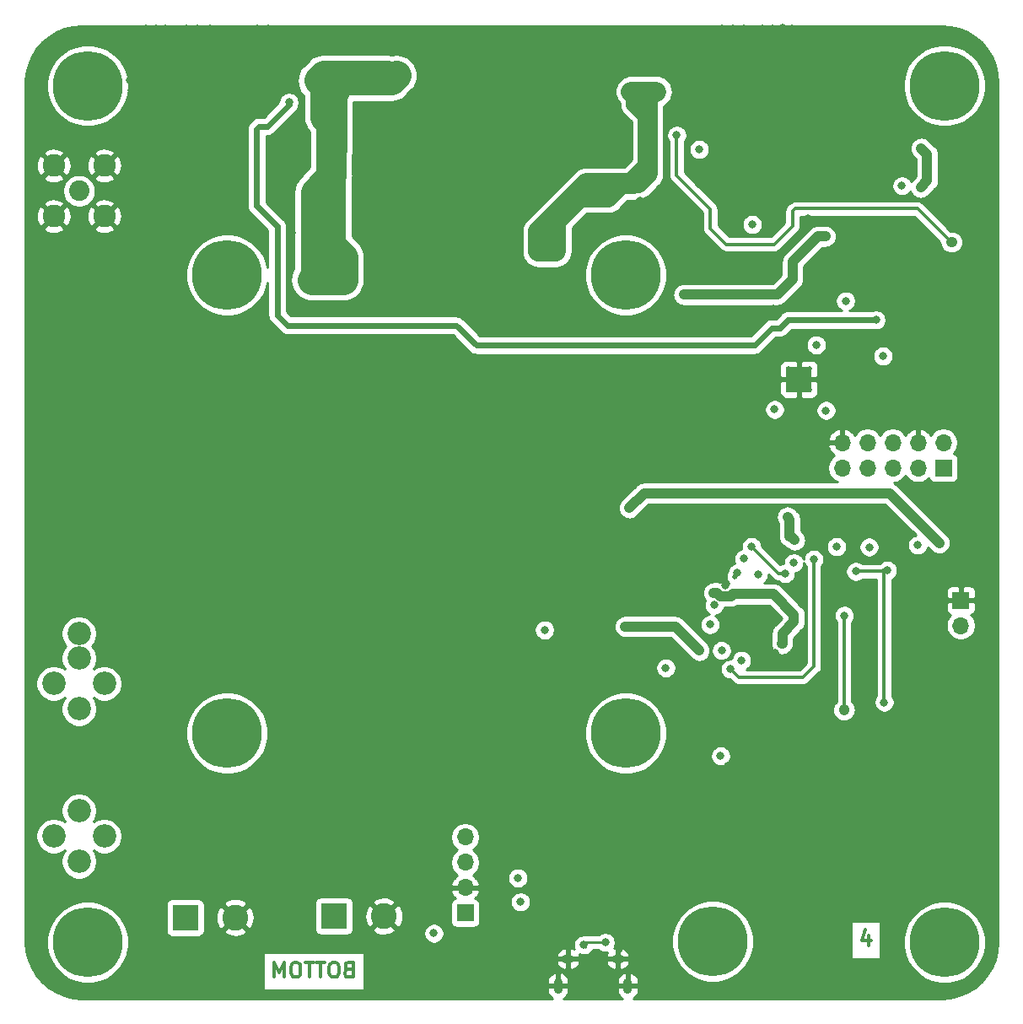
<source format=gbl>
G04 #@! TF.GenerationSoftware,KiCad,Pcbnew,5.99.0+really5.1.10+dfsg1-1*
G04 #@! TF.CreationDate,2022-04-29T14:12:33+03:00*
G04 #@! TF.ProjectId,TACNPR,5441434e-5052-42e6-9b69-6361645f7063,rev?*
G04 #@! TF.SameCoordinates,Original*
G04 #@! TF.FileFunction,Copper,L4,Bot*
G04 #@! TF.FilePolarity,Positive*
%FSLAX46Y46*%
G04 Gerber Fmt 4.6, Leading zero omitted, Abs format (unit mm)*
G04 Created by KiCad (PCBNEW 5.99.0+really5.1.10+dfsg1-1) date 2022-04-29 14:12:33*
%MOMM*%
%LPD*%
G01*
G04 APERTURE LIST*
G04 #@! TA.AperFunction,NonConductor*
%ADD10C,0.300000*%
G04 #@! TD*
G04 #@! TA.AperFunction,ComponentPad*
%ADD11C,2.350000*%
G04 #@! TD*
G04 #@! TA.AperFunction,ComponentPad*
%ADD12O,1.700000X1.700000*%
G04 #@! TD*
G04 #@! TA.AperFunction,ComponentPad*
%ADD13R,1.700000X1.700000*%
G04 #@! TD*
G04 #@! TA.AperFunction,ComponentPad*
%ADD14C,2.600000*%
G04 #@! TD*
G04 #@! TA.AperFunction,ComponentPad*
%ADD15R,2.600000X2.600000*%
G04 #@! TD*
G04 #@! TA.AperFunction,ConnectorPad*
%ADD16C,7.000000*%
G04 #@! TD*
G04 #@! TA.AperFunction,ComponentPad*
%ADD17C,3.900000*%
G04 #@! TD*
G04 #@! TA.AperFunction,ComponentPad*
%ADD18O,0.890000X1.550000*%
G04 #@! TD*
G04 #@! TA.AperFunction,ComponentPad*
%ADD19O,1.250000X0.950000*%
G04 #@! TD*
G04 #@! TA.AperFunction,ComponentPad*
%ADD20C,2.250000*%
G04 #@! TD*
G04 #@! TA.AperFunction,ComponentPad*
%ADD21C,2.050000*%
G04 #@! TD*
G04 #@! TA.AperFunction,SMDPad,CuDef*
%ADD22R,2.600000X2.600000*%
G04 #@! TD*
G04 #@! TA.AperFunction,ComponentPad*
%ADD23C,0.500000*%
G04 #@! TD*
G04 #@! TA.AperFunction,ViaPad*
%ADD24C,0.800000*%
G04 #@! TD*
G04 #@! TA.AperFunction,Conductor*
%ADD25C,0.300000*%
G04 #@! TD*
G04 #@! TA.AperFunction,Conductor*
%ADD26C,0.500000*%
G04 #@! TD*
G04 #@! TA.AperFunction,Conductor*
%ADD27C,1.000000*%
G04 #@! TD*
G04 #@! TA.AperFunction,Conductor*
%ADD28C,2.000000*%
G04 #@! TD*
G04 #@! TA.AperFunction,Conductor*
%ADD29C,3.000000*%
G04 #@! TD*
G04 #@! TA.AperFunction,Conductor*
%ADD30C,0.250000*%
G04 #@! TD*
G04 #@! TA.AperFunction,Conductor*
%ADD31C,0.633000*%
G04 #@! TD*
G04 #@! TA.AperFunction,Conductor*
%ADD32C,0.254000*%
G04 #@! TD*
G04 #@! TA.AperFunction,Conductor*
%ADD33C,0.100000*%
G04 #@! TD*
G04 APERTURE END LIST*
D10*
X174275714Y-128850271D02*
X174275714Y-129850271D01*
X173918571Y-128278842D02*
X173561428Y-129350271D01*
X174490000Y-129350271D01*
X122028945Y-132244637D02*
X121814660Y-132316065D01*
X121743231Y-132387494D01*
X121671802Y-132530351D01*
X121671802Y-132744637D01*
X121743231Y-132887494D01*
X121814660Y-132958922D01*
X121957517Y-133030351D01*
X122528945Y-133030351D01*
X122528945Y-131530351D01*
X122028945Y-131530351D01*
X121886088Y-131601780D01*
X121814660Y-131673208D01*
X121743231Y-131816065D01*
X121743231Y-131958922D01*
X121814660Y-132101780D01*
X121886088Y-132173208D01*
X122028945Y-132244637D01*
X122528945Y-132244637D01*
X120743231Y-131530351D02*
X120457517Y-131530351D01*
X120314660Y-131601780D01*
X120171802Y-131744637D01*
X120100374Y-132030351D01*
X120100374Y-132530351D01*
X120171802Y-132816065D01*
X120314660Y-132958922D01*
X120457517Y-133030351D01*
X120743231Y-133030351D01*
X120886088Y-132958922D01*
X121028945Y-132816065D01*
X121100374Y-132530351D01*
X121100374Y-132030351D01*
X121028945Y-131744637D01*
X120886088Y-131601780D01*
X120743231Y-131530351D01*
X119671802Y-131530351D02*
X118814660Y-131530351D01*
X119243231Y-133030351D02*
X119243231Y-131530351D01*
X118528945Y-131530351D02*
X117671802Y-131530351D01*
X118100374Y-133030351D02*
X118100374Y-131530351D01*
X116886088Y-131530351D02*
X116600374Y-131530351D01*
X116457517Y-131601780D01*
X116314660Y-131744637D01*
X116243231Y-132030351D01*
X116243231Y-132530351D01*
X116314660Y-132816065D01*
X116457517Y-132958922D01*
X116600374Y-133030351D01*
X116886088Y-133030351D01*
X117028945Y-132958922D01*
X117171802Y-132816065D01*
X117243231Y-132530351D01*
X117243231Y-132030351D01*
X117171802Y-131744637D01*
X117028945Y-131601780D01*
X116886088Y-131530351D01*
X115600374Y-133030351D02*
X115600374Y-131530351D01*
X115100374Y-132601780D01*
X114600374Y-131530351D01*
X114600374Y-133030351D01*
D11*
X94996000Y-98552000D03*
X97536000Y-118872000D03*
X92456000Y-118872000D03*
X97536000Y-103552000D03*
X92456000Y-103552000D03*
X94996000Y-121412000D03*
X94996000Y-116332000D03*
X94996000Y-101012000D03*
X94996000Y-106092000D03*
D12*
X183515000Y-97726500D03*
D13*
X183515000Y-95186500D03*
D12*
X171602400Y-79375000D03*
X171602400Y-81915000D03*
X174142400Y-79375000D03*
X174142400Y-81915000D03*
X176682400Y-79375000D03*
X176682400Y-81915000D03*
X179222400Y-79375000D03*
X179222400Y-81915000D03*
X181762400Y-79375000D03*
D13*
X181762400Y-81915000D03*
D14*
X125599200Y-126898400D03*
D15*
X120599200Y-126898400D03*
D14*
X110664000Y-127050800D03*
D15*
X105664000Y-127050800D03*
D12*
X133756400Y-118973600D03*
X133756400Y-121513600D03*
X133756400Y-124053600D03*
D13*
X133756400Y-126593600D03*
D16*
X158610000Y-129415000D03*
D17*
X158610000Y-129415000D03*
D18*
X150083400Y-133888000D03*
X143083400Y-133888000D03*
D19*
X149083400Y-131188000D03*
X144083400Y-131188000D03*
D20*
X97536000Y-56642000D03*
X92456000Y-56642000D03*
X92456000Y-51562000D03*
X97536000Y-51562000D03*
D21*
X94996000Y-54102000D03*
D22*
X167259000Y-73025000D03*
D23*
X166209000Y-74075000D03*
X166209000Y-71975000D03*
X168309000Y-74075000D03*
X168309000Y-71975000D03*
D16*
X149864000Y-108540000D03*
D17*
X149864000Y-108540000D03*
D16*
X109864000Y-108540000D03*
D17*
X109864000Y-108540000D03*
D16*
X149864000Y-62540000D03*
D17*
X149864000Y-62540000D03*
D16*
X109864000Y-62540000D03*
D17*
X109864000Y-62540000D03*
D16*
X181864000Y-129540000D03*
D17*
X181864000Y-129540000D03*
D16*
X95864000Y-129540000D03*
D17*
X95864000Y-129540000D03*
D16*
X181864000Y-43540000D03*
D17*
X181864000Y-43540000D03*
D16*
X95864000Y-43540000D03*
D17*
X95864000Y-43540000D03*
D24*
X100507800Y-96647000D03*
X99568000Y-94996000D03*
X118488460Y-79011780D03*
X107553760Y-71744840D03*
X118470680Y-76454000D03*
X118450360Y-81577180D03*
X136083040Y-81363820D03*
X135001000Y-96123760D03*
X141389100Y-96093280D03*
X146690080Y-77101700D03*
X134838440Y-79644240D03*
X137414000Y-96118680D03*
X119352060Y-97017840D03*
X119367300Y-99689920D03*
X119380000Y-102306120D03*
X104749600Y-72377300D03*
X102260400Y-71462900D03*
X99745800Y-71488300D03*
X101346000Y-91694000D03*
X102275640Y-79375000D03*
X102809040Y-100520500D03*
X108574840Y-104140000D03*
X110680500Y-75679300D03*
X110667800Y-74612500D03*
X109639100Y-74612500D03*
X109651800Y-75692000D03*
X109651800Y-76695300D03*
X109651800Y-77787500D03*
X110324900Y-95745300D03*
X110337600Y-96824800D03*
X110337600Y-98920300D03*
X111366300Y-96812100D03*
X111353600Y-95745300D03*
X110337600Y-97828100D03*
X119380000Y-101023420D03*
X119380000Y-98407220D03*
X118485920Y-77713840D03*
X118513860Y-80281780D03*
X102108000Y-89916000D03*
X112595660Y-82527140D03*
X106603800Y-82189320D03*
X116840000Y-81661000D03*
X119283480Y-94335600D03*
X118445280Y-73878440D03*
X110744000Y-83195160D03*
X118485920Y-75148440D03*
X108450380Y-69933820D03*
X107553760Y-69961760D03*
X107284520Y-72623680D03*
X118460520Y-102575360D03*
X113088420Y-103733600D03*
X115163600Y-95859600D03*
X114167920Y-75697080D03*
X109131100Y-72704960D03*
X119349520Y-95697040D03*
X110825280Y-104165400D03*
X110060740Y-71048880D03*
X110106460Y-70203060D03*
X107563920Y-70815200D03*
X109336840Y-69946520D03*
X103723440Y-71546720D03*
X142770860Y-79936340D03*
X143837660Y-79923640D03*
X143837660Y-78894940D03*
X142758160Y-78907640D03*
X141754860Y-78907640D03*
X140662660Y-78907640D03*
X142570200Y-83708240D03*
X134899400Y-77287121D03*
X146685000Y-79992220D03*
X147584160Y-80002380D03*
X145755360Y-79982060D03*
X145752820Y-77122020D03*
X147647660Y-77122020D03*
X140164820Y-96123760D03*
X136144000Y-96139000D03*
X118450360Y-72339200D03*
X142575280Y-84546440D03*
X101000560Y-71465440D03*
X144526000Y-43307000D03*
X108186220Y-72722740D03*
X110068360Y-72044560D03*
X141165580Y-72326500D03*
X147320000Y-71120000D03*
X147317460Y-73652380D03*
X108158280Y-91909900D03*
X108158280Y-92900500D03*
X108145580Y-93957140D03*
X108899960Y-91394280D03*
X109824520Y-91394280D03*
X110736380Y-91384120D03*
X108999020Y-94307660D03*
X109943900Y-94317820D03*
X111594900Y-91721940D03*
X111627920Y-92710000D03*
X111615220Y-93621860D03*
X110876080Y-94317820D03*
X115570000Y-82042000D03*
X113855500Y-88392000D03*
X106235500Y-85217000D03*
X107188000Y-87757000D03*
X108077000Y-83185000D03*
X106172000Y-80645000D03*
X116586000Y-74930000D03*
X115125500Y-73723500D03*
X117475000Y-73088500D03*
X103987600Y-83566000D03*
X104711500Y-81915000D03*
X117094000Y-114046000D03*
X115112800Y-37896800D03*
X115112800Y-38912800D03*
X115112800Y-39928800D03*
X152654000Y-40690800D03*
X125476000Y-70104000D03*
X140157200Y-40995600D03*
X163042600Y-38785800D03*
X90170000Y-56896000D03*
X98298000Y-96647000D03*
X159385000Y-114808000D03*
X152958800Y-91694000D03*
X139446000Y-120523000D03*
X141249400Y-120573800D03*
X125730000Y-118872000D03*
X169240200Y-74980800D03*
X169227500Y-70993000D03*
X165227000Y-70993000D03*
X167703500Y-72263000D03*
X167703500Y-73723500D03*
X166814500Y-72263000D03*
X166814500Y-73723500D03*
X168656000Y-104902000D03*
X183743600Y-71628000D03*
X179324000Y-72644000D03*
X183515000Y-93599000D03*
X123317000Y-112191800D03*
X123317000Y-113360200D03*
X123317000Y-110947200D03*
X127050800Y-110947200D03*
X127050800Y-112191800D03*
X127050800Y-113360200D03*
X125069600Y-114020600D03*
X125069600Y-110363000D03*
X126111000Y-114020600D03*
X124104400Y-114020600D03*
X124104400Y-110363000D03*
X126111000Y-110363000D03*
X125603000Y-100965000D03*
X125603000Y-98298000D03*
X163626800Y-37846000D03*
X163017200Y-39852600D03*
X163042600Y-41935400D03*
X163195000Y-44018200D03*
X165176200Y-44323000D03*
X164134800Y-44323000D03*
X163042600Y-42976800D03*
X166217600Y-44323000D03*
X167284400Y-44145200D03*
X164617400Y-37795200D03*
X165608000Y-37769800D03*
X121920000Y-38100000D03*
X124460000Y-38100000D03*
X127000000Y-38100000D03*
X129540000Y-38100000D03*
X132080000Y-38100000D03*
X134620000Y-38100000D03*
X143256000Y-43078400D03*
X128270000Y-38100000D03*
X123190000Y-38100000D03*
X120650000Y-38100000D03*
X133350000Y-38100000D03*
X135890000Y-38100000D03*
X130810000Y-38100000D03*
X125730000Y-38100000D03*
X143129000Y-38100000D03*
X108153200Y-37846000D03*
X106883200Y-37846000D03*
X116382800Y-37896800D03*
X160020000Y-38862000D03*
X160655000Y-37846000D03*
X159512000Y-37846000D03*
X171653200Y-38150800D03*
X176733200Y-38150800D03*
X174193200Y-38150800D03*
X166573200Y-37795200D03*
X185928000Y-125476000D03*
X185928000Y-122936000D03*
X185928000Y-120396000D03*
X185928000Y-117856000D03*
X185928000Y-115316000D03*
X185928000Y-110236000D03*
X185928000Y-107696000D03*
X185928000Y-105156000D03*
X185737500Y-84620100D03*
X185928000Y-64516000D03*
X185928000Y-67056000D03*
X185928000Y-79756000D03*
X185928000Y-74676000D03*
X185928000Y-92456000D03*
X185928000Y-69596000D03*
X185928000Y-87376000D03*
X185928000Y-72136000D03*
X185928000Y-61976000D03*
X185928000Y-89916000D03*
X185928000Y-76542900D03*
X116382800Y-38912800D03*
X151765000Y-37973000D03*
X90170000Y-54356000D03*
X90170000Y-51816000D03*
X90170000Y-59436000D03*
X90170000Y-49276000D03*
X90170000Y-46736000D03*
X90170000Y-61976000D03*
X90170000Y-64516000D03*
X90170000Y-67056000D03*
X90170000Y-69596000D03*
X90170000Y-72136000D03*
X90170000Y-74676000D03*
X90170000Y-77216000D03*
X90170000Y-79756000D03*
X90170000Y-82296000D03*
X90170000Y-84836000D03*
X90170000Y-87376000D03*
X90170000Y-89916000D03*
X90170000Y-92456000D03*
X90170000Y-107696000D03*
X90170000Y-110236000D03*
X90170000Y-112776000D03*
X90170000Y-115316000D03*
X90170000Y-117856000D03*
X90170000Y-120396000D03*
X90170000Y-122936000D03*
X90170000Y-125476000D03*
X90170000Y-127762000D03*
X90170000Y-94996000D03*
X90170000Y-97536000D03*
X90170000Y-105156000D03*
X99822000Y-134112000D03*
X102362000Y-134112000D03*
X112522000Y-134112000D03*
X116382800Y-39928800D03*
X165303200Y-104749600D03*
X155117800Y-91694000D03*
X155638500Y-88582500D03*
X160553400Y-85915500D03*
X132842000Y-70091300D03*
X90170000Y-102616000D03*
X102108000Y-88773000D03*
X101854000Y-113030000D03*
X99568000Y-92456000D03*
X112522000Y-128524000D03*
X112649000Y-125349000D03*
X108585000Y-128524000D03*
X108585000Y-125476000D03*
X100139500Y-90043000D03*
X100584000Y-93472000D03*
X98742500Y-90297000D03*
X159651700Y-87083900D03*
X146558000Y-100584000D03*
X131902200Y-123977400D03*
X131114800Y-107391200D03*
X130302000Y-134112000D03*
X163322000Y-134112000D03*
X165862000Y-134112000D03*
X168402000Y-134112000D03*
X170942000Y-134112000D03*
X173482000Y-134112000D03*
X176022000Y-134112000D03*
X185928000Y-59436000D03*
X185928000Y-56896000D03*
X185928000Y-54356000D03*
X185928000Y-51816000D03*
X185928000Y-49276000D03*
X185928000Y-46736000D03*
X97282000Y-72136000D03*
X123571000Y-125222000D03*
X127508000Y-125222000D03*
X127635000Y-128524000D03*
X123571000Y-128651000D03*
X151765000Y-133858000D03*
X116027200Y-119786400D03*
X137515600Y-102006400D03*
X135534400Y-100533200D03*
X135483600Y-103581200D03*
X138836400Y-111201200D03*
X136550400Y-109575600D03*
X136702800Y-105664000D03*
X133146800Y-102006400D03*
X125603000Y-103251000D03*
X132842000Y-134112000D03*
X135382000Y-134112000D03*
X142875000Y-107061000D03*
X131724400Y-133502400D03*
X140462000Y-128143000D03*
X149733000Y-127635000D03*
X103733600Y-113030000D03*
X164896800Y-100493652D03*
X155905200Y-101574600D03*
X173405800Y-99999800D03*
X171386500Y-92329000D03*
X159004000Y-92964000D03*
X155295600Y-108071920D03*
X179197000Y-77216000D03*
X149321520Y-113441480D03*
X141859000Y-121285000D03*
X149225000Y-130175000D03*
X150431500Y-92075000D03*
X153111200Y-115722400D03*
X159913320Y-93680280D03*
X138811000Y-96139000D03*
X134620000Y-89662000D03*
X134620000Y-87630000D03*
X178181000Y-99822000D03*
X179705000Y-99187000D03*
X130048000Y-93599000D03*
X130048000Y-91948000D03*
X125603000Y-95631000D03*
X161411920Y-97256600D03*
X155270200Y-100457000D03*
X173037500Y-96266000D03*
X172148500Y-91186000D03*
X161417000Y-88836500D03*
X156362400Y-87668100D03*
X129743200Y-130098800D03*
X131572000Y-70104000D03*
X120675400Y-39598600D03*
X130556000Y-82296000D03*
X130556000Y-79756000D03*
X130556000Y-77216000D03*
X130302000Y-70612000D03*
X130556000Y-84836000D03*
X144907000Y-67691000D03*
X98668840Y-109961680D03*
X102489000Y-67818000D03*
X99060000Y-65278000D03*
X102489000Y-62865000D03*
X90170000Y-100012500D03*
X138366500Y-38100000D03*
X137160000Y-38100000D03*
X140779500Y-38100000D03*
X139573000Y-38100000D03*
X141986000Y-38100000D03*
X140208000Y-45212000D03*
X135636000Y-66294000D03*
X132854700Y-65608200D03*
X135191500Y-67246500D03*
X127457200Y-109524800D03*
X177800000Y-90043000D03*
X137845800Y-125425200D03*
X138938000Y-121539000D03*
X129286000Y-101854000D03*
X139192000Y-102006400D03*
X152590500Y-104013000D03*
X143027400Y-96139000D03*
X142697200Y-128143000D03*
X136575800Y-126796800D03*
X185928000Y-112750600D03*
X170180000Y-93535500D03*
X143510000Y-103124000D03*
X94234000Y-58991500D03*
X99314000Y-58991500D03*
X94234000Y-49085500D03*
X96710500Y-58991500D03*
X105003600Y-44958000D03*
X163017200Y-40868600D03*
X167690800Y-38887400D03*
X167716200Y-40005000D03*
X167741600Y-42087800D03*
X167741600Y-43129200D03*
X167716200Y-41021000D03*
X167386000Y-38074600D03*
X104775000Y-38912800D03*
X100126800Y-38811200D03*
X100711000Y-37871400D03*
X100101400Y-39878000D03*
X100126800Y-41960800D03*
X100279200Y-44043600D03*
X102260400Y-44348400D03*
X101219000Y-44348400D03*
X100126800Y-43002200D03*
X103301800Y-44348400D03*
X104368600Y-44170600D03*
X101701600Y-37820600D03*
X102692200Y-37795200D03*
X103657400Y-37820600D03*
X104825800Y-43154600D03*
X104470200Y-38100000D03*
X104800400Y-41046400D03*
X104825800Y-42113200D03*
X104800400Y-40030400D03*
X100101400Y-40894000D03*
X161747200Y-37846000D03*
X161163000Y-38862000D03*
X101600000Y-58674000D03*
X103378000Y-58674000D03*
X106934000Y-58674000D03*
X112522000Y-58293000D03*
X116332000Y-58293000D03*
X125476000Y-58674000D03*
X128016000Y-58674000D03*
X135064500Y-59100720D03*
X134874000Y-48006000D03*
X136906000Y-48006000D03*
X132588000Y-48006000D03*
X128016000Y-48006000D03*
X138938000Y-48006000D03*
X130302000Y-48006000D03*
X151511000Y-58039000D03*
X134874000Y-60198000D03*
X108712000Y-57912000D03*
X110744000Y-57912000D03*
X104902000Y-62484000D03*
X153162000Y-58674000D03*
X134874000Y-58166000D03*
X148590000Y-58039000D03*
X149987000Y-57975500D03*
X151384000Y-100457000D03*
X149923500Y-101917500D03*
X153162000Y-90297000D03*
X163322000Y-132334000D03*
X165862000Y-132334000D03*
X168402000Y-132334000D03*
X170942000Y-132334000D03*
X173482000Y-132334000D03*
X176022000Y-132334000D03*
X172212000Y-133350000D03*
X174752000Y-133350000D03*
X164592000Y-133096000D03*
X167132000Y-133096000D03*
X183388000Y-100076000D03*
X183388000Y-102616000D03*
X183388000Y-105156000D03*
X184658000Y-103886000D03*
X162610800Y-81788000D03*
X141605000Y-66675000D03*
X144399000Y-64135000D03*
X131826000Y-65595500D03*
X133807200Y-65608200D03*
X146939000Y-66802000D03*
X145415000Y-38100000D03*
X144272000Y-38100000D03*
X145415000Y-40259000D03*
X155257500Y-39687500D03*
X154686000Y-38862000D03*
X154051000Y-39687500D03*
X155257500Y-37909500D03*
X154178000Y-37909500D03*
X185039000Y-70866000D03*
X184912000Y-60706000D03*
X183642000Y-64198500D03*
X184658000Y-59753500D03*
X154686000Y-40640000D03*
X153035000Y-37973000D03*
X151765000Y-38989000D03*
X152908000Y-39522400D03*
X151765000Y-40005000D03*
X143129000Y-39370000D03*
X141986000Y-39370000D03*
X144272000Y-39370000D03*
X113982500Y-39560500D03*
X113411000Y-38735000D03*
X112776000Y-39560500D03*
X113982500Y-37782500D03*
X112903000Y-37782500D03*
X113411000Y-40513000D03*
X147383500Y-39687500D03*
X146812000Y-38862000D03*
X146177000Y-39687500D03*
X147383500Y-37909500D03*
X146304000Y-37909500D03*
X146812000Y-40640000D03*
X148336000Y-49022000D03*
X155194000Y-42545000D03*
X155194000Y-43688000D03*
X160655000Y-44577000D03*
X160655000Y-43434000D03*
X160655000Y-42291000D03*
X160655000Y-41148000D03*
X160655000Y-40005000D03*
X160680400Y-87630000D03*
X148894800Y-83870800D03*
X175463200Y-38150800D03*
X172872400Y-38150800D03*
X170332400Y-38150800D03*
X168859200Y-38150800D03*
X178003200Y-38150800D03*
X179324000Y-38150800D03*
X180644800Y-38150800D03*
X182067200Y-38150800D03*
X183642000Y-38506400D03*
X184962800Y-39319200D03*
X185928000Y-40386000D03*
X186588400Y-41757600D03*
X186791600Y-43434000D03*
X186740800Y-45161200D03*
X90170000Y-43383200D03*
X93319600Y-38455600D03*
X91033600Y-40335200D03*
X90220800Y-45110400D03*
X91998800Y-39268400D03*
X96316800Y-38100000D03*
X90373200Y-41706800D03*
X94894400Y-38100000D03*
X97637600Y-38100000D03*
X98958400Y-38100000D03*
X98602800Y-39370000D03*
X93980000Y-47752000D03*
X99364800Y-47040800D03*
X100279200Y-45720000D03*
X100685600Y-47294800D03*
X105765600Y-37846000D03*
X105765600Y-39116000D03*
X91795600Y-60655200D03*
X91490800Y-75996800D03*
X91490800Y-78536800D03*
X91541600Y-73456800D03*
X91440000Y-86106000D03*
X91490800Y-81076800D03*
X91440000Y-88646000D03*
X91440000Y-91236800D03*
X102463600Y-59690000D03*
X100533200Y-59690000D03*
X105968800Y-65633600D03*
X106934000Y-66598800D03*
X112877600Y-66497200D03*
X122961400Y-39687500D03*
X126441200Y-39979600D03*
X143256000Y-42113200D03*
X143256000Y-43992800D03*
X161386520Y-96189800D03*
X162549840Y-97246440D03*
X162524440Y-96179640D03*
X163601400Y-97236280D03*
X169646600Y-68440300D03*
X178562000Y-39624000D03*
X177546000Y-40894000D03*
X177292000Y-39370000D03*
X176022000Y-52832000D03*
X179324000Y-59944000D03*
X124968000Y-72390000D03*
X131064000Y-58928000D03*
X132842000Y-59944000D03*
X171196000Y-50800000D03*
X175615600Y-68732400D03*
X148082000Y-94996000D03*
X170535600Y-87579200D03*
X172212000Y-88201500D03*
X181165500Y-94348300D03*
X184111900Y-91173300D03*
X180632100Y-86448900D03*
X186436000Y-83058000D03*
X154749500Y-82461100D03*
X161229040Y-76154280D03*
X154724100Y-80352900D03*
X154419300Y-74282300D03*
X156006800Y-71526400D03*
X155803600Y-68122800D03*
X161493200Y-79146400D03*
X156972000Y-68072000D03*
X154825700Y-78181200D03*
X159766000Y-76581000D03*
X158394400Y-75285600D03*
X170078400Y-64046100D03*
X170129200Y-62852300D03*
X165354000Y-70104000D03*
X168808400Y-57404000D03*
X169164000Y-62738000D03*
X160528000Y-67812920D03*
X161721800Y-53517800D03*
X164350700Y-57315100D03*
X164198300Y-58343800D03*
X164160200Y-60706000D03*
X160832800Y-54584600D03*
X145288000Y-124841000D03*
X136017000Y-120980200D03*
X140487400Y-115417600D03*
X158775400Y-50800000D03*
X152527000Y-118618000D03*
X175260000Y-72517000D03*
X172847000Y-76200000D03*
X158051500Y-86487000D03*
X178054000Y-52324000D03*
X156654500Y-124523500D03*
X151892000Y-55689500D03*
X151511000Y-56896000D03*
X145034000Y-58166000D03*
X146177000Y-58166000D03*
X147320000Y-58166000D03*
X145034000Y-59436000D03*
X153797000Y-60071000D03*
X144907000Y-60706000D03*
X141986000Y-65405000D03*
X100012500Y-122174000D03*
X97917000Y-123444000D03*
X101727000Y-123571000D03*
X108331000Y-114046000D03*
X109982000Y-115443000D03*
X159639000Y-121221500D03*
X177419000Y-106743500D03*
X173736000Y-105029000D03*
X173545500Y-64516000D03*
X160147000Y-111823500D03*
X179514500Y-63817500D03*
X159689800Y-49911000D03*
X157327600Y-107378500D03*
X153162000Y-105359200D03*
X156845000Y-110871000D03*
X105156000Y-61061600D03*
X104190800Y-59690000D03*
X105816400Y-59740800D03*
X105156000Y-58674000D03*
X173482000Y-58801000D03*
X116586000Y-40894000D03*
X105219500Y-49784000D03*
X103632000Y-49212500D03*
X106362500Y-49784000D03*
X107632500Y-49720500D03*
X106426000Y-51816000D03*
X105664000Y-47729140D03*
X107762040Y-45974000D03*
X113030000Y-43942000D03*
X114300000Y-45212000D03*
X113030000Y-45212000D03*
X131152900Y-55806340D03*
X117602000Y-49530000D03*
X117602000Y-50546000D03*
X114808000Y-50546000D03*
X114808000Y-49530000D03*
X161925000Y-66675000D03*
X160274000Y-61214000D03*
X163576000Y-61976000D03*
X160782000Y-66294000D03*
X134874000Y-52324000D03*
X125730000Y-52324000D03*
X130302000Y-52324000D03*
X147574000Y-50038000D03*
X148590000Y-50038000D03*
X146748500Y-48704500D03*
X145669000Y-48641000D03*
X144081500Y-48895000D03*
X156337000Y-55854600D03*
X153225500Y-56642000D03*
X155194000Y-56642000D03*
X125476000Y-48006000D03*
X127952500Y-52324000D03*
X141160500Y-48006000D03*
X142621000Y-48895000D03*
X132524500Y-52324000D03*
X137223500Y-52324000D03*
X139509500Y-52324000D03*
X165582600Y-49022000D03*
X159562800Y-47701200D03*
X160883600Y-46482000D03*
X159664400Y-46609000D03*
X162242500Y-54660800D03*
X158851600Y-49758600D03*
X154813000Y-57937400D03*
X156667200Y-62661800D03*
X154660600Y-61264800D03*
X156667200Y-56692800D03*
X161747200Y-52412900D03*
X168389300Y-51206400D03*
X168414700Y-49174400D03*
X123515120Y-53908960D03*
X124968000Y-53908960D03*
X126456440Y-53924200D03*
X123250960Y-57790080D03*
X124795280Y-57769760D03*
X126309120Y-57751980D03*
X129456180Y-53947060D03*
X127967740Y-53931820D03*
X127990600Y-57703720D03*
X129733040Y-57663080D03*
X130726180Y-54325520D03*
X130815080Y-57043320D03*
X100332540Y-57769760D03*
X140652500Y-52959000D03*
X146494500Y-56959500D03*
X147701000Y-56959500D03*
X149288500Y-56959500D03*
X136446260Y-57523380D03*
X142240000Y-131318000D03*
X164719000Y-65913000D03*
X141541500Y-53911500D03*
X149669500Y-50800000D03*
X149352000Y-48387000D03*
X134810500Y-65595500D03*
X99885500Y-49657000D03*
X101219000Y-49085500D03*
X102425500Y-49022000D03*
X151307800Y-55067200D03*
X150825200Y-55727600D03*
X149809200Y-56134000D03*
X150469600Y-56896000D03*
X156667200Y-51663600D03*
X173913800Y-101092000D03*
X141732000Y-133858000D03*
X150876000Y-131064000D03*
X150876000Y-132080000D03*
X153924000Y-132080000D03*
X168148000Y-61722000D03*
X168910000Y-60960000D03*
X168148000Y-56896000D03*
X165100000Y-61976000D03*
X169672000Y-52578000D03*
X165354000Y-56388000D03*
X169418000Y-54610000D03*
X124968000Y-75184000D03*
X124968000Y-77470000D03*
X130556000Y-69342000D03*
X130810000Y-65595500D03*
X133858000Y-70866000D03*
X131572000Y-71374000D03*
X129540000Y-73406000D03*
X123698000Y-46228000D03*
X123444000Y-51816000D03*
X92710000Y-77216000D03*
X93726000Y-78486000D03*
X95758000Y-78486000D03*
X155702000Y-134112000D03*
X158242000Y-134112000D03*
X160782000Y-134112000D03*
X175260000Y-88138000D03*
X175260000Y-86360000D03*
X172974000Y-92303600D03*
X176134498Y-92195996D03*
X175818800Y-105435400D03*
X161505010Y-101225164D03*
X179197000Y-89662000D03*
X159397700Y-110820200D03*
X160401000Y-102108000D03*
X168757600Y-91084400D03*
X153898600Y-101992200D03*
X161099500Y-92456000D03*
X169989497Y-76136503D03*
X169011600Y-69570600D03*
X162509200Y-89814400D03*
X165887400Y-92506800D03*
X166827200Y-89154000D03*
X166116000Y-86842600D03*
X161747198Y-91033600D03*
X163169600Y-92608400D03*
X158762480Y-95686975D03*
X181356000Y-89433400D03*
X150240988Y-85928212D03*
X158343600Y-97637600D03*
X174320200Y-89865200D03*
X171043602Y-89814400D03*
X165557204Y-99568000D03*
X158724601Y-94457520D03*
X166766240Y-96631760D03*
X119100600Y-62039500D03*
X120307100Y-62039500D03*
X120307100Y-63055500D03*
X119100600Y-63055500D03*
X122580400Y-42519600D03*
X117932200Y-62039500D03*
X117932200Y-63055500D03*
X121526300Y-62014100D03*
X121526300Y-63030100D03*
X119100600Y-60972700D03*
X120307100Y-60972700D03*
X117932200Y-60972700D03*
X121526300Y-60947300D03*
X122580400Y-43281600D03*
X125882400Y-42519600D03*
X126834900Y-43281600D03*
X125882400Y-43281600D03*
X126834900Y-42519600D03*
X147828000Y-129540000D03*
X145668998Y-129794000D03*
X139065000Y-123063000D03*
X159494572Y-100229510D03*
X139319000Y-125476000D03*
X171831000Y-96710500D03*
X166751000Y-91440000D03*
X171780200Y-106222802D03*
X130606794Y-128625600D03*
X141732008Y-98171000D03*
X149808130Y-97836480D03*
X157251400Y-100229510D03*
X162572700Y-57467500D03*
X157251400Y-49936400D03*
X141986000Y-59182000D03*
X142875000Y-59182000D03*
X141097000Y-60198000D03*
X141986000Y-60198000D03*
X142875000Y-60198000D03*
X141097000Y-58166000D03*
X141986000Y-58166000D03*
X142875000Y-58166000D03*
X152971500Y-43878500D03*
X152082500Y-43878500D03*
X152082500Y-44767500D03*
X152908000Y-44767500D03*
X175006000Y-67056000D03*
X116078000Y-45212000D03*
X164825680Y-76042520D03*
X171957994Y-65151000D03*
X175704500Y-70675500D03*
X177609500Y-53594000D03*
X155003000Y-48514000D03*
X182626000Y-59245500D03*
X179501800Y-53746400D03*
X179552600Y-49834800D03*
X169926000Y-58674000D03*
X155702000Y-64516000D03*
D25*
X175818800Y-92511694D02*
X175818800Y-105435400D01*
X176134498Y-92195996D02*
X175818800Y-92511694D01*
X176134498Y-92195996D02*
X175672404Y-92195996D01*
X175672404Y-92195996D02*
X175564800Y-92303600D01*
X175564800Y-92303600D02*
X176026894Y-92303600D01*
X172974000Y-92303600D02*
X175564800Y-92303600D01*
D26*
X179197000Y-89662000D02*
X179197000Y-89662000D01*
D25*
X161213800Y-102920800D02*
X160401000Y-102108000D01*
X167665400Y-102920800D02*
X161213800Y-102920800D01*
X168757600Y-101828600D02*
X167665400Y-102920800D01*
X168757600Y-91084400D02*
X168757600Y-101828600D01*
D26*
X160807399Y-92825001D02*
X161099500Y-92532900D01*
X161099500Y-92532900D02*
X161099500Y-92456000D01*
D25*
X162509200Y-89814400D02*
X165201600Y-92506800D01*
X165201600Y-92506800D02*
X165887400Y-92506800D01*
D27*
X166471600Y-88798400D02*
X166827200Y-89154000D01*
X166344600Y-88798400D02*
X166471600Y-88798400D01*
X166344600Y-87071200D02*
X166344600Y-88798400D01*
X166116000Y-86842600D02*
X166344600Y-87071200D01*
D26*
X161747198Y-91185998D02*
X161747198Y-91033600D01*
D27*
X181356000Y-89433400D02*
X181356000Y-89433400D01*
X181356000Y-89433400D02*
X176377600Y-84455000D01*
X176377600Y-84455000D02*
X151714200Y-84455000D01*
X151714200Y-84455000D02*
X150240988Y-85928212D01*
X166766240Y-97368360D02*
X166766240Y-96631760D01*
X165608000Y-98526600D02*
X166766240Y-97368360D01*
X165608000Y-99517204D02*
X165608000Y-98526600D01*
X165557204Y-99568000D02*
X165608000Y-99517204D01*
X164721454Y-94586974D02*
X166766240Y-96631760D01*
X160634628Y-94586974D02*
X164721454Y-94586974D01*
X160441321Y-94780281D02*
X160634628Y-94586974D01*
X159385319Y-94780281D02*
X160441321Y-94780281D01*
X159062558Y-94457520D02*
X159385319Y-94780281D01*
X158724601Y-94457520D02*
X159062558Y-94457520D01*
D28*
X119316500Y-63055500D02*
X121373900Y-63055500D01*
X119024400Y-63055500D02*
X119316500Y-63055500D01*
X117932200Y-63055500D02*
X119316500Y-63055500D01*
X120929400Y-62306200D02*
X120180100Y-63055500D01*
X121196100Y-62039500D02*
X121221500Y-62014100D01*
X121221500Y-44272200D02*
X119976900Y-43027600D01*
X119024400Y-43027600D02*
X120929400Y-43027600D01*
X120929400Y-43980100D02*
X121221500Y-44272200D01*
X120929400Y-43027600D02*
X120929400Y-43980100D01*
X117932200Y-63055500D02*
X119024400Y-61963300D01*
D29*
X119100600Y-63055500D02*
X119702001Y-62454099D01*
X119702001Y-62454099D02*
X119702001Y-60608901D01*
X126326900Y-43027600D02*
X126834900Y-42519600D01*
X119976900Y-43027600D02*
X126326900Y-43027600D01*
X119532400Y-42519600D02*
X119024400Y-43027600D01*
X125882400Y-42519600D02*
X119532400Y-42519600D01*
X121526300Y-60765802D02*
X120535700Y-59775202D01*
X121526300Y-63030100D02*
X121526300Y-60765802D01*
X120291860Y-61795660D02*
X121526300Y-63030100D01*
X120291860Y-47241460D02*
X120291860Y-61795660D01*
D28*
X120929400Y-43027600D02*
X120929400Y-50076000D01*
D29*
X121526300Y-63030100D02*
X118364000Y-63030100D01*
X119684800Y-43027600D02*
X119024400Y-43027600D01*
X119684800Y-46680120D02*
X119684800Y-43027600D01*
X120355360Y-47350680D02*
X119684800Y-46680120D01*
X118699280Y-54221380D02*
X120355360Y-52565300D01*
X120355360Y-52565300D02*
X120355360Y-47350680D01*
X118699280Y-62400180D02*
X118699280Y-54221380D01*
D30*
X145796000Y-130048000D02*
X145796000Y-130048000D01*
X147828000Y-129540000D02*
X145922998Y-129540000D01*
X145922998Y-129540000D02*
X145668998Y-129794000D01*
D26*
X159512000Y-100076000D02*
X159512000Y-100076000D01*
X171831000Y-96710500D02*
X171831000Y-96710500D01*
D27*
X171831000Y-106172002D02*
X171780200Y-106222802D01*
D25*
X171831000Y-96710500D02*
X171831000Y-106172002D01*
D27*
X154858370Y-97836480D02*
X157251400Y-100229510D01*
X149808130Y-97836480D02*
X154858370Y-97836480D01*
D28*
X142875000Y-60198000D02*
X141097000Y-60198000D01*
X141097000Y-60198000D02*
X141097000Y-58166000D01*
X150431500Y-44132500D02*
X152971500Y-44132500D01*
X152971500Y-44132500D02*
X152971500Y-44132500D01*
X142875000Y-60198000D02*
X142875000Y-58166000D01*
X142875000Y-57154358D02*
X142875000Y-58166000D01*
X141863358Y-58166000D02*
X142875000Y-57154358D01*
X141097000Y-58166000D02*
X141863358Y-58166000D01*
X152082500Y-52387500D02*
X151352250Y-53117750D01*
D27*
X150431500Y-45529500D02*
X152082500Y-47180500D01*
X150431500Y-44132500D02*
X150431500Y-45529500D01*
D28*
X152082500Y-47180500D02*
X152082500Y-52387500D01*
X152082500Y-44767500D02*
X152082500Y-47180500D01*
D27*
X151320500Y-45529500D02*
X152082500Y-44767500D01*
X150431500Y-45529500D02*
X151320500Y-45529500D01*
D28*
X145276919Y-54752439D02*
X142875000Y-57154358D01*
X148091961Y-54752439D02*
X145276919Y-54752439D01*
X149402800Y-53441600D02*
X148091961Y-54752439D01*
X150641598Y-53441600D02*
X149402800Y-53441600D01*
X150768399Y-53314799D02*
X150641598Y-53441600D01*
X151155201Y-53314799D02*
X150768399Y-53314799D01*
X151352250Y-53117750D02*
X151155201Y-53314799D01*
X151790400Y-52679600D02*
X151352250Y-53117750D01*
X151790400Y-51917600D02*
X151790400Y-52679600D01*
X150368000Y-53340000D02*
X151790400Y-51917600D01*
X145923000Y-53340000D02*
X150368000Y-53340000D01*
X141097000Y-58166000D02*
X145923000Y-53340000D01*
D31*
X174440315Y-67056000D02*
X175006000Y-67056000D01*
X165354000Y-67868800D02*
X166166800Y-67056000D01*
X166166800Y-67056000D02*
X174440315Y-67056000D01*
X116078000Y-45212000D02*
X116078000Y-45466000D01*
X116078000Y-45466000D02*
X113919000Y-47625000D01*
X113919000Y-47625000D02*
X113093500Y-47625000D01*
X132880100Y-67602100D02*
X134874000Y-69596000D01*
X112839500Y-47879000D02*
X112839500Y-55626000D01*
X134874000Y-69596000D02*
X162814000Y-69596000D01*
X113093500Y-47625000D02*
X112839500Y-47879000D01*
X112839500Y-55626000D02*
X114884200Y-57670700D01*
X114884200Y-57670700D02*
X114884200Y-66573400D01*
X114884200Y-66573400D02*
X115912900Y-67602100D01*
X115912900Y-67602100D02*
X132880100Y-67602100D01*
X162814000Y-69596000D02*
X164541200Y-67868800D01*
X164541200Y-67868800D02*
X165354000Y-67868800D01*
D27*
X182542180Y-59245500D02*
X182626000Y-59245500D01*
D25*
X179176680Y-55880000D02*
X182542180Y-59245500D01*
X166624000Y-57658000D02*
X166624000Y-56134000D01*
X164807900Y-59474100D02*
X166624000Y-57658000D01*
X159969200Y-59474100D02*
X164807900Y-59474100D01*
X166878000Y-55880000D02*
X179176680Y-55880000D01*
X158379160Y-57884060D02*
X159969200Y-59474100D01*
X158379160Y-55953660D02*
X158379160Y-57884060D01*
X155003000Y-52577500D02*
X158379160Y-55953660D01*
X166624000Y-56134000D02*
X166878000Y-55880000D01*
X155003000Y-48514000D02*
X155003000Y-52577500D01*
D27*
X180149500Y-50431700D02*
X179552600Y-49834800D01*
X180149500Y-53098700D02*
X180149500Y-50431700D01*
X179501800Y-53746400D02*
X180149500Y-53098700D01*
X155702000Y-64516000D02*
X155702000Y-64516000D01*
X169926000Y-58674000D02*
X169926000Y-58674000D01*
X166624000Y-61214000D02*
X169164000Y-58674000D01*
X166624000Y-62992000D02*
X166624000Y-61214000D01*
X169164000Y-58674000D02*
X169926000Y-58674000D01*
X165100000Y-64516000D02*
X166624000Y-62992000D01*
X155702000Y-64516000D02*
X165100000Y-64516000D01*
D32*
X182488022Y-37636374D02*
X183344431Y-37841980D01*
X184158123Y-38179023D01*
X184909081Y-38639210D01*
X185578801Y-39211206D01*
X186150789Y-39880919D01*
X186610976Y-40631875D01*
X186948021Y-41445571D01*
X187153626Y-42301978D01*
X187225000Y-43208876D01*
X187225001Y-129511112D01*
X187153626Y-130418022D01*
X186948021Y-131274429D01*
X186610976Y-132088125D01*
X186150789Y-132839081D01*
X185578801Y-133508794D01*
X184909081Y-134080790D01*
X184158123Y-134540977D01*
X183344431Y-134878020D01*
X182488022Y-135083626D01*
X181581125Y-135155000D01*
X150627018Y-135155000D01*
X150757274Y-135071479D01*
X150910831Y-134923613D01*
X151032590Y-134748631D01*
X151117872Y-134553257D01*
X151163400Y-134345000D01*
X151163400Y-134015000D01*
X150210400Y-134015000D01*
X150210400Y-134035000D01*
X149956400Y-134035000D01*
X149956400Y-134015000D01*
X149003400Y-134015000D01*
X149003400Y-134345000D01*
X149048928Y-134553257D01*
X149134210Y-134748631D01*
X149255969Y-134923613D01*
X149409526Y-135071479D01*
X149539782Y-135155000D01*
X143627018Y-135155000D01*
X143757274Y-135071479D01*
X143910831Y-134923613D01*
X144032590Y-134748631D01*
X144117872Y-134553257D01*
X144163400Y-134345000D01*
X144163400Y-134015000D01*
X143210400Y-134015000D01*
X143210400Y-134035000D01*
X142956400Y-134035000D01*
X142956400Y-134015000D01*
X142003400Y-134015000D01*
X142003400Y-134345000D01*
X142048928Y-134553257D01*
X142134210Y-134748631D01*
X142255969Y-134923613D01*
X142409526Y-135071479D01*
X142539782Y-135155000D01*
X95278876Y-135155000D01*
X94371978Y-135083626D01*
X93515571Y-134878021D01*
X92701875Y-134540976D01*
X91950919Y-134080789D01*
X91281206Y-133508801D01*
X90709210Y-132839081D01*
X90249023Y-132088123D01*
X89911980Y-131274431D01*
X89706374Y-130418022D01*
X89635000Y-129511125D01*
X89635000Y-129132738D01*
X91729000Y-129132738D01*
X91729000Y-129947262D01*
X91887906Y-130746135D01*
X92199611Y-131498657D01*
X92652136Y-132175909D01*
X93228091Y-132751864D01*
X93905343Y-133204389D01*
X94657865Y-133516094D01*
X95456738Y-133675000D01*
X96271262Y-133675000D01*
X97070135Y-133516094D01*
X97822657Y-133204389D01*
X98499909Y-132751864D01*
X99075864Y-132175909D01*
X99528389Y-131498657D01*
X99840094Y-130746135D01*
X99876764Y-130561780D01*
X113458232Y-130561780D01*
X113458232Y-134381780D01*
X123671089Y-134381780D01*
X123671089Y-133431000D01*
X142003400Y-133431000D01*
X142003400Y-133761000D01*
X142956400Y-133761000D01*
X142956400Y-132645546D01*
X143210400Y-132645546D01*
X143210400Y-133761000D01*
X144163400Y-133761000D01*
X144163400Y-133431000D01*
X149003400Y-133431000D01*
X149003400Y-133761000D01*
X149956400Y-133761000D01*
X149956400Y-132645546D01*
X150210400Y-132645546D01*
X150210400Y-133761000D01*
X151163400Y-133761000D01*
X151163400Y-133431000D01*
X151117872Y-133222743D01*
X151032590Y-133027369D01*
X150910831Y-132852387D01*
X150757274Y-132704521D01*
X150577820Y-132589454D01*
X150376613Y-132518565D01*
X150210400Y-132645546D01*
X149956400Y-132645546D01*
X149790187Y-132518565D01*
X149588980Y-132589454D01*
X149409526Y-132704521D01*
X149255969Y-132852387D01*
X149134210Y-133027369D01*
X149048928Y-133222743D01*
X149003400Y-133431000D01*
X144163400Y-133431000D01*
X144117872Y-133222743D01*
X144032590Y-133027369D01*
X143910831Y-132852387D01*
X143757274Y-132704521D01*
X143577820Y-132589454D01*
X143376613Y-132518565D01*
X143210400Y-132645546D01*
X142956400Y-132645546D01*
X142790187Y-132518565D01*
X142588980Y-132589454D01*
X142409526Y-132704521D01*
X142255969Y-132852387D01*
X142134210Y-133027369D01*
X142048928Y-133222743D01*
X142003400Y-133431000D01*
X123671089Y-133431000D01*
X123671089Y-131485938D01*
X142864132Y-131485938D01*
X142933797Y-131674150D01*
X143047847Y-131859822D01*
X143195929Y-132019676D01*
X143372351Y-132147569D01*
X143570334Y-132238586D01*
X143782269Y-132289230D01*
X143956400Y-132140564D01*
X143956400Y-131315000D01*
X144210400Y-131315000D01*
X144210400Y-132140564D01*
X144384531Y-132289230D01*
X144596466Y-132238586D01*
X144794449Y-132147569D01*
X144970871Y-132019676D01*
X145118953Y-131859822D01*
X145233003Y-131674150D01*
X145302668Y-131485938D01*
X147864132Y-131485938D01*
X147933797Y-131674150D01*
X148047847Y-131859822D01*
X148195929Y-132019676D01*
X148372351Y-132147569D01*
X148570334Y-132238586D01*
X148782269Y-132289230D01*
X148956400Y-132140564D01*
X148956400Y-131315000D01*
X149210400Y-131315000D01*
X149210400Y-132140564D01*
X149384531Y-132289230D01*
X149596466Y-132238586D01*
X149794449Y-132147569D01*
X149970871Y-132019676D01*
X150118953Y-131859822D01*
X150233003Y-131674150D01*
X150302668Y-131485938D01*
X150176134Y-131315000D01*
X149210400Y-131315000D01*
X148956400Y-131315000D01*
X147990666Y-131315000D01*
X147864132Y-131485938D01*
X145302668Y-131485938D01*
X145176134Y-131315000D01*
X144210400Y-131315000D01*
X143956400Y-131315000D01*
X142990666Y-131315000D01*
X142864132Y-131485938D01*
X123671089Y-131485938D01*
X123671089Y-130890062D01*
X142864132Y-130890062D01*
X142990666Y-131061000D01*
X143956400Y-131061000D01*
X143956400Y-130235436D01*
X144210400Y-130235436D01*
X144210400Y-131061000D01*
X145176134Y-131061000D01*
X145302668Y-130890062D01*
X145246918Y-130739445D01*
X145367100Y-130789226D01*
X145567059Y-130829000D01*
X145770937Y-130829000D01*
X145918863Y-130799576D01*
X145944986Y-130797003D01*
X145970105Y-130789383D01*
X145970896Y-130789226D01*
X145971641Y-130788918D01*
X146088247Y-130753546D01*
X146220276Y-130682974D01*
X146302521Y-130615477D01*
X146328772Y-130597937D01*
X146472935Y-130453774D01*
X146575683Y-130300000D01*
X147124289Y-130300000D01*
X147168226Y-130343937D01*
X147337744Y-130457205D01*
X147526102Y-130535226D01*
X147726061Y-130575000D01*
X147929939Y-130575000D01*
X148023098Y-130556470D01*
X147933797Y-130701850D01*
X147864132Y-130890062D01*
X147990666Y-131061000D01*
X148956400Y-131061000D01*
X148956400Y-130235436D01*
X149210400Y-130235436D01*
X149210400Y-131061000D01*
X150176134Y-131061000D01*
X150302668Y-130890062D01*
X150233003Y-130701850D01*
X150118953Y-130516178D01*
X149970871Y-130356324D01*
X149794449Y-130228431D01*
X149596466Y-130137414D01*
X149384531Y-130086770D01*
X149210400Y-130235436D01*
X148956400Y-130235436D01*
X148782269Y-130086770D01*
X148693226Y-130108048D01*
X148745205Y-130030256D01*
X148823226Y-129841898D01*
X148863000Y-129641939D01*
X148863000Y-129438061D01*
X148823226Y-129238102D01*
X148745205Y-129049744D01*
X148717138Y-129007738D01*
X154475000Y-129007738D01*
X154475000Y-129822262D01*
X154633906Y-130621135D01*
X154945611Y-131373657D01*
X155398136Y-132050909D01*
X155974091Y-132626864D01*
X156651343Y-133079389D01*
X157403865Y-133391094D01*
X158202738Y-133550000D01*
X159017262Y-133550000D01*
X159816135Y-133391094D01*
X160568657Y-133079389D01*
X161245909Y-132626864D01*
X161821864Y-132050909D01*
X162274389Y-131373657D01*
X162586094Y-130621135D01*
X162745000Y-129822262D01*
X162745000Y-129007738D01*
X162586094Y-128208865D01*
X162274389Y-127456343D01*
X162224515Y-127381700D01*
X172490715Y-127381700D01*
X172490715Y-131201700D01*
X175489286Y-131201700D01*
X175489286Y-129132738D01*
X177729000Y-129132738D01*
X177729000Y-129947262D01*
X177887906Y-130746135D01*
X178199611Y-131498657D01*
X178652136Y-132175909D01*
X179228091Y-132751864D01*
X179905343Y-133204389D01*
X180657865Y-133516094D01*
X181456738Y-133675000D01*
X182271262Y-133675000D01*
X183070135Y-133516094D01*
X183822657Y-133204389D01*
X184499909Y-132751864D01*
X185075864Y-132175909D01*
X185528389Y-131498657D01*
X185840094Y-130746135D01*
X185999000Y-129947262D01*
X185999000Y-129132738D01*
X185840094Y-128333865D01*
X185528389Y-127581343D01*
X185075864Y-126904091D01*
X184499909Y-126328136D01*
X183822657Y-125875611D01*
X183070135Y-125563906D01*
X182271262Y-125405000D01*
X181456738Y-125405000D01*
X180657865Y-125563906D01*
X179905343Y-125875611D01*
X179228091Y-126328136D01*
X178652136Y-126904091D01*
X178199611Y-127581343D01*
X177887906Y-128333865D01*
X177729000Y-129132738D01*
X175489286Y-129132738D01*
X175489286Y-127381700D01*
X172490715Y-127381700D01*
X162224515Y-127381700D01*
X161821864Y-126779091D01*
X161245909Y-126203136D01*
X160568657Y-125750611D01*
X159816135Y-125438906D01*
X159017262Y-125280000D01*
X158202738Y-125280000D01*
X157403865Y-125438906D01*
X156651343Y-125750611D01*
X155974091Y-126203136D01*
X155398136Y-126779091D01*
X154945611Y-127456343D01*
X154633906Y-128208865D01*
X154475000Y-129007738D01*
X148717138Y-129007738D01*
X148631937Y-128880226D01*
X148487774Y-128736063D01*
X148318256Y-128622795D01*
X148129898Y-128544774D01*
X147929939Y-128505000D01*
X147726061Y-128505000D01*
X147526102Y-128544774D01*
X147337744Y-128622795D01*
X147168226Y-128736063D01*
X147124289Y-128780000D01*
X145960320Y-128780000D01*
X145922997Y-128776324D01*
X145885674Y-128780000D01*
X145885665Y-128780000D01*
X145879543Y-128780603D01*
X145770937Y-128759000D01*
X145567059Y-128759000D01*
X145367100Y-128798774D01*
X145178742Y-128876795D01*
X145009224Y-128990063D01*
X144865061Y-129134226D01*
X144751793Y-129303744D01*
X144673772Y-129492102D01*
X144633998Y-129692061D01*
X144633998Y-129895939D01*
X144673772Y-130095898D01*
X144713197Y-130191078D01*
X144596466Y-130137414D01*
X144384531Y-130086770D01*
X144210400Y-130235436D01*
X143956400Y-130235436D01*
X143782269Y-130086770D01*
X143570334Y-130137414D01*
X143372351Y-130228431D01*
X143195929Y-130356324D01*
X143047847Y-130516178D01*
X142933797Y-130701850D01*
X142864132Y-130890062D01*
X123671089Y-130890062D01*
X123671089Y-130561780D01*
X113458232Y-130561780D01*
X99876764Y-130561780D01*
X99999000Y-129947262D01*
X99999000Y-129132738D01*
X99840094Y-128333865D01*
X99528389Y-127581343D01*
X99075864Y-126904091D01*
X98499909Y-126328136D01*
X97822657Y-125875611D01*
X97521337Y-125750800D01*
X103725928Y-125750800D01*
X103725928Y-128350800D01*
X103738188Y-128475282D01*
X103774498Y-128594980D01*
X103833463Y-128705294D01*
X103912815Y-128801985D01*
X104009506Y-128881337D01*
X104119820Y-128940302D01*
X104239518Y-128976612D01*
X104364000Y-128988872D01*
X106964000Y-128988872D01*
X107088482Y-128976612D01*
X107208180Y-128940302D01*
X107318494Y-128881337D01*
X107415185Y-128801985D01*
X107494537Y-128705294D01*
X107553502Y-128594980D01*
X107589812Y-128475282D01*
X107597224Y-128400024D01*
X109494381Y-128400024D01*
X109626317Y-128695112D01*
X109967045Y-128865959D01*
X110334557Y-128967050D01*
X110714729Y-128994501D01*
X111092951Y-128947257D01*
X111454690Y-128827133D01*
X111701683Y-128695112D01*
X111833619Y-128400024D01*
X110664000Y-127230405D01*
X109494381Y-128400024D01*
X107597224Y-128400024D01*
X107602072Y-128350800D01*
X107602072Y-127101529D01*
X108720299Y-127101529D01*
X108767543Y-127479751D01*
X108887667Y-127841490D01*
X109019688Y-128088483D01*
X109314776Y-128220419D01*
X110484395Y-127050800D01*
X110843605Y-127050800D01*
X112013224Y-128220419D01*
X112308312Y-128088483D01*
X112479159Y-127747755D01*
X112580250Y-127380243D01*
X112607701Y-127000071D01*
X112560457Y-126621849D01*
X112440333Y-126260110D01*
X112308312Y-126013117D01*
X112013224Y-125881181D01*
X110843605Y-127050800D01*
X110484395Y-127050800D01*
X109314776Y-125881181D01*
X109019688Y-126013117D01*
X108848841Y-126353845D01*
X108747750Y-126721357D01*
X108720299Y-127101529D01*
X107602072Y-127101529D01*
X107602072Y-125750800D01*
X107597225Y-125701576D01*
X109494381Y-125701576D01*
X110664000Y-126871195D01*
X111833619Y-125701576D01*
X111787489Y-125598400D01*
X118661128Y-125598400D01*
X118661128Y-128198400D01*
X118673388Y-128322882D01*
X118709698Y-128442580D01*
X118768663Y-128552894D01*
X118848015Y-128649585D01*
X118944706Y-128728937D01*
X119055020Y-128787902D01*
X119174718Y-128824212D01*
X119299200Y-128836472D01*
X121899200Y-128836472D01*
X122023682Y-128824212D01*
X122143380Y-128787902D01*
X122253694Y-128728937D01*
X122350385Y-128649585D01*
X122429737Y-128552894D01*
X122488702Y-128442580D01*
X122525012Y-128322882D01*
X122532424Y-128247624D01*
X124429581Y-128247624D01*
X124561517Y-128542712D01*
X124902245Y-128713559D01*
X125269757Y-128814650D01*
X125649929Y-128842101D01*
X126028151Y-128794857D01*
X126389890Y-128674733D01*
X126636883Y-128542712D01*
X126645400Y-128523661D01*
X129571794Y-128523661D01*
X129571794Y-128727539D01*
X129611568Y-128927498D01*
X129689589Y-129115856D01*
X129802857Y-129285374D01*
X129947020Y-129429537D01*
X130116538Y-129542805D01*
X130304896Y-129620826D01*
X130504855Y-129660600D01*
X130708733Y-129660600D01*
X130908692Y-129620826D01*
X131097050Y-129542805D01*
X131266568Y-129429537D01*
X131410731Y-129285374D01*
X131523999Y-129115856D01*
X131602020Y-128927498D01*
X131641794Y-128727539D01*
X131641794Y-128523661D01*
X131602020Y-128323702D01*
X131523999Y-128135344D01*
X131410731Y-127965826D01*
X131266568Y-127821663D01*
X131097050Y-127708395D01*
X130908692Y-127630374D01*
X130708733Y-127590600D01*
X130504855Y-127590600D01*
X130304896Y-127630374D01*
X130116538Y-127708395D01*
X129947020Y-127821663D01*
X129802857Y-127965826D01*
X129689589Y-128135344D01*
X129611568Y-128323702D01*
X129571794Y-128523661D01*
X126645400Y-128523661D01*
X126768819Y-128247624D01*
X125599200Y-127078005D01*
X124429581Y-128247624D01*
X122532424Y-128247624D01*
X122537272Y-128198400D01*
X122537272Y-126949129D01*
X123655499Y-126949129D01*
X123702743Y-127327351D01*
X123822867Y-127689090D01*
X123954888Y-127936083D01*
X124249976Y-128068019D01*
X125419595Y-126898400D01*
X125778805Y-126898400D01*
X126948424Y-128068019D01*
X127243512Y-127936083D01*
X127414359Y-127595355D01*
X127515450Y-127227843D01*
X127542901Y-126847671D01*
X127495657Y-126469449D01*
X127375533Y-126107710D01*
X127243512Y-125860717D01*
X126981569Y-125743600D01*
X132268328Y-125743600D01*
X132268328Y-127443600D01*
X132280588Y-127568082D01*
X132316898Y-127687780D01*
X132375863Y-127798094D01*
X132455215Y-127894785D01*
X132551906Y-127974137D01*
X132662220Y-128033102D01*
X132781918Y-128069412D01*
X132906400Y-128081672D01*
X134606400Y-128081672D01*
X134730882Y-128069412D01*
X134850580Y-128033102D01*
X134960894Y-127974137D01*
X135057585Y-127894785D01*
X135136937Y-127798094D01*
X135195902Y-127687780D01*
X135232212Y-127568082D01*
X135244472Y-127443600D01*
X135244472Y-125743600D01*
X135232212Y-125619118D01*
X135195902Y-125499420D01*
X135136937Y-125389106D01*
X135124590Y-125374061D01*
X138284000Y-125374061D01*
X138284000Y-125577939D01*
X138323774Y-125777898D01*
X138401795Y-125966256D01*
X138515063Y-126135774D01*
X138659226Y-126279937D01*
X138828744Y-126393205D01*
X139017102Y-126471226D01*
X139217061Y-126511000D01*
X139420939Y-126511000D01*
X139620898Y-126471226D01*
X139809256Y-126393205D01*
X139978774Y-126279937D01*
X140122937Y-126135774D01*
X140236205Y-125966256D01*
X140314226Y-125777898D01*
X140354000Y-125577939D01*
X140354000Y-125374061D01*
X140314226Y-125174102D01*
X140236205Y-124985744D01*
X140122937Y-124816226D01*
X139978774Y-124672063D01*
X139809256Y-124558795D01*
X139620898Y-124480774D01*
X139420939Y-124441000D01*
X139217061Y-124441000D01*
X139017102Y-124480774D01*
X138828744Y-124558795D01*
X138659226Y-124672063D01*
X138515063Y-124816226D01*
X138401795Y-124985744D01*
X138323774Y-125174102D01*
X138284000Y-125374061D01*
X135124590Y-125374061D01*
X135057585Y-125292415D01*
X134960894Y-125213063D01*
X134850580Y-125154098D01*
X134769934Y-125129634D01*
X134853988Y-125053869D01*
X135028041Y-124820520D01*
X135153225Y-124557699D01*
X135197876Y-124410490D01*
X135076555Y-124180600D01*
X133883400Y-124180600D01*
X133883400Y-124200600D01*
X133629400Y-124200600D01*
X133629400Y-124180600D01*
X132436245Y-124180600D01*
X132314924Y-124410490D01*
X132359575Y-124557699D01*
X132484759Y-124820520D01*
X132658812Y-125053869D01*
X132742866Y-125129634D01*
X132662220Y-125154098D01*
X132551906Y-125213063D01*
X132455215Y-125292415D01*
X132375863Y-125389106D01*
X132316898Y-125499420D01*
X132280588Y-125619118D01*
X132268328Y-125743600D01*
X126981569Y-125743600D01*
X126948424Y-125728781D01*
X125778805Y-126898400D01*
X125419595Y-126898400D01*
X124249976Y-125728781D01*
X123954888Y-125860717D01*
X123784041Y-126201445D01*
X123682950Y-126568957D01*
X123655499Y-126949129D01*
X122537272Y-126949129D01*
X122537272Y-125598400D01*
X122532425Y-125549176D01*
X124429581Y-125549176D01*
X125599200Y-126718795D01*
X126768819Y-125549176D01*
X126636883Y-125254088D01*
X126296155Y-125083241D01*
X125928643Y-124982150D01*
X125548471Y-124954699D01*
X125170249Y-125001943D01*
X124808510Y-125122067D01*
X124561517Y-125254088D01*
X124429581Y-125549176D01*
X122532425Y-125549176D01*
X122525012Y-125473918D01*
X122488702Y-125354220D01*
X122429737Y-125243906D01*
X122350385Y-125147215D01*
X122253694Y-125067863D01*
X122143380Y-125008898D01*
X122023682Y-124972588D01*
X121899200Y-124960328D01*
X119299200Y-124960328D01*
X119174718Y-124972588D01*
X119055020Y-125008898D01*
X118944706Y-125067863D01*
X118848015Y-125147215D01*
X118768663Y-125243906D01*
X118709698Y-125354220D01*
X118673388Y-125473918D01*
X118661128Y-125598400D01*
X111787489Y-125598400D01*
X111701683Y-125406488D01*
X111360955Y-125235641D01*
X110993443Y-125134550D01*
X110613271Y-125107099D01*
X110235049Y-125154343D01*
X109873310Y-125274467D01*
X109626317Y-125406488D01*
X109494381Y-125701576D01*
X107597225Y-125701576D01*
X107589812Y-125626318D01*
X107553502Y-125506620D01*
X107494537Y-125396306D01*
X107415185Y-125299615D01*
X107318494Y-125220263D01*
X107208180Y-125161298D01*
X107088482Y-125124988D01*
X106964000Y-125112728D01*
X104364000Y-125112728D01*
X104239518Y-125124988D01*
X104119820Y-125161298D01*
X104009506Y-125220263D01*
X103912815Y-125299615D01*
X103833463Y-125396306D01*
X103774498Y-125506620D01*
X103738188Y-125626318D01*
X103725928Y-125750800D01*
X97521337Y-125750800D01*
X97070135Y-125563906D01*
X96271262Y-125405000D01*
X95456738Y-125405000D01*
X94657865Y-125563906D01*
X93905343Y-125875611D01*
X93228091Y-126328136D01*
X92652136Y-126904091D01*
X92199611Y-127581343D01*
X91887906Y-128333865D01*
X91729000Y-129132738D01*
X89635000Y-129132738D01*
X89635000Y-118693731D01*
X90646000Y-118693731D01*
X90646000Y-119050269D01*
X90715557Y-119399958D01*
X90851999Y-119729357D01*
X91050081Y-120025808D01*
X91302192Y-120277919D01*
X91598643Y-120476001D01*
X91928042Y-120612443D01*
X92277731Y-120682000D01*
X92634269Y-120682000D01*
X92983958Y-120612443D01*
X93313357Y-120476001D01*
X93550357Y-120317643D01*
X93391999Y-120554643D01*
X93255557Y-120884042D01*
X93186000Y-121233731D01*
X93186000Y-121590269D01*
X93255557Y-121939958D01*
X93391999Y-122269357D01*
X93590081Y-122565808D01*
X93842192Y-122817919D01*
X94138643Y-123016001D01*
X94468042Y-123152443D01*
X94817731Y-123222000D01*
X95174269Y-123222000D01*
X95523958Y-123152443D01*
X95853357Y-123016001D01*
X96149808Y-122817919D01*
X96401919Y-122565808D01*
X96600001Y-122269357D01*
X96736443Y-121939958D01*
X96806000Y-121590269D01*
X96806000Y-121233731D01*
X96736443Y-120884042D01*
X96600001Y-120554643D01*
X96441643Y-120317643D01*
X96678643Y-120476001D01*
X97008042Y-120612443D01*
X97357731Y-120682000D01*
X97714269Y-120682000D01*
X98063958Y-120612443D01*
X98393357Y-120476001D01*
X98689808Y-120277919D01*
X98941919Y-120025808D01*
X99140001Y-119729357D01*
X99276443Y-119399958D01*
X99346000Y-119050269D01*
X99346000Y-118827340D01*
X132271400Y-118827340D01*
X132271400Y-119119860D01*
X132328468Y-119406758D01*
X132440410Y-119677011D01*
X132602925Y-119920232D01*
X132809768Y-120127075D01*
X132984160Y-120243600D01*
X132809768Y-120360125D01*
X132602925Y-120566968D01*
X132440410Y-120810189D01*
X132328468Y-121080442D01*
X132271400Y-121367340D01*
X132271400Y-121659860D01*
X132328468Y-121946758D01*
X132440410Y-122217011D01*
X132602925Y-122460232D01*
X132809768Y-122667075D01*
X132991934Y-122788795D01*
X132875045Y-122858422D01*
X132658812Y-123053331D01*
X132484759Y-123286680D01*
X132359575Y-123549501D01*
X132314924Y-123696710D01*
X132436245Y-123926600D01*
X133629400Y-123926600D01*
X133629400Y-123906600D01*
X133883400Y-123906600D01*
X133883400Y-123926600D01*
X135076555Y-123926600D01*
X135197876Y-123696710D01*
X135153225Y-123549501D01*
X135028041Y-123286680D01*
X134853988Y-123053331D01*
X134751624Y-122961061D01*
X138030000Y-122961061D01*
X138030000Y-123164939D01*
X138069774Y-123364898D01*
X138147795Y-123553256D01*
X138261063Y-123722774D01*
X138405226Y-123866937D01*
X138574744Y-123980205D01*
X138763102Y-124058226D01*
X138963061Y-124098000D01*
X139166939Y-124098000D01*
X139366898Y-124058226D01*
X139555256Y-123980205D01*
X139724774Y-123866937D01*
X139868937Y-123722774D01*
X139982205Y-123553256D01*
X140060226Y-123364898D01*
X140100000Y-123164939D01*
X140100000Y-122961061D01*
X140060226Y-122761102D01*
X139982205Y-122572744D01*
X139868937Y-122403226D01*
X139724774Y-122259063D01*
X139555256Y-122145795D01*
X139366898Y-122067774D01*
X139166939Y-122028000D01*
X138963061Y-122028000D01*
X138763102Y-122067774D01*
X138574744Y-122145795D01*
X138405226Y-122259063D01*
X138261063Y-122403226D01*
X138147795Y-122572744D01*
X138069774Y-122761102D01*
X138030000Y-122961061D01*
X134751624Y-122961061D01*
X134637755Y-122858422D01*
X134520866Y-122788795D01*
X134703032Y-122667075D01*
X134909875Y-122460232D01*
X135072390Y-122217011D01*
X135184332Y-121946758D01*
X135241400Y-121659860D01*
X135241400Y-121367340D01*
X135184332Y-121080442D01*
X135072390Y-120810189D01*
X134909875Y-120566968D01*
X134703032Y-120360125D01*
X134528640Y-120243600D01*
X134703032Y-120127075D01*
X134909875Y-119920232D01*
X135072390Y-119677011D01*
X135184332Y-119406758D01*
X135241400Y-119119860D01*
X135241400Y-118827340D01*
X135184332Y-118540442D01*
X135072390Y-118270189D01*
X134909875Y-118026968D01*
X134703032Y-117820125D01*
X134459811Y-117657610D01*
X134189558Y-117545668D01*
X133902660Y-117488600D01*
X133610140Y-117488600D01*
X133323242Y-117545668D01*
X133052989Y-117657610D01*
X132809768Y-117820125D01*
X132602925Y-118026968D01*
X132440410Y-118270189D01*
X132328468Y-118540442D01*
X132271400Y-118827340D01*
X99346000Y-118827340D01*
X99346000Y-118693731D01*
X99276443Y-118344042D01*
X99140001Y-118014643D01*
X98941919Y-117718192D01*
X98689808Y-117466081D01*
X98393357Y-117267999D01*
X98063958Y-117131557D01*
X97714269Y-117062000D01*
X97357731Y-117062000D01*
X97008042Y-117131557D01*
X96678643Y-117267999D01*
X96441643Y-117426357D01*
X96600001Y-117189357D01*
X96736443Y-116859958D01*
X96806000Y-116510269D01*
X96806000Y-116153731D01*
X96736443Y-115804042D01*
X96600001Y-115474643D01*
X96401919Y-115178192D01*
X96149808Y-114926081D01*
X95853357Y-114727999D01*
X95523958Y-114591557D01*
X95174269Y-114522000D01*
X94817731Y-114522000D01*
X94468042Y-114591557D01*
X94138643Y-114727999D01*
X93842192Y-114926081D01*
X93590081Y-115178192D01*
X93391999Y-115474643D01*
X93255557Y-115804042D01*
X93186000Y-116153731D01*
X93186000Y-116510269D01*
X93255557Y-116859958D01*
X93391999Y-117189357D01*
X93550357Y-117426357D01*
X93313357Y-117267999D01*
X92983958Y-117131557D01*
X92634269Y-117062000D01*
X92277731Y-117062000D01*
X91928042Y-117131557D01*
X91598643Y-117267999D01*
X91302192Y-117466081D01*
X91050081Y-117718192D01*
X90851999Y-118014643D01*
X90715557Y-118344042D01*
X90646000Y-118693731D01*
X89635000Y-118693731D01*
X89635000Y-108132738D01*
X105729000Y-108132738D01*
X105729000Y-108947262D01*
X105887906Y-109746135D01*
X106199611Y-110498657D01*
X106652136Y-111175909D01*
X107228091Y-111751864D01*
X107905343Y-112204389D01*
X108657865Y-112516094D01*
X109456738Y-112675000D01*
X110271262Y-112675000D01*
X111070135Y-112516094D01*
X111822657Y-112204389D01*
X112499909Y-111751864D01*
X113075864Y-111175909D01*
X113528389Y-110498657D01*
X113840094Y-109746135D01*
X113999000Y-108947262D01*
X113999000Y-108132738D01*
X145729000Y-108132738D01*
X145729000Y-108947262D01*
X145887906Y-109746135D01*
X146199611Y-110498657D01*
X146652136Y-111175909D01*
X147228091Y-111751864D01*
X147905343Y-112204389D01*
X148657865Y-112516094D01*
X149456738Y-112675000D01*
X150271262Y-112675000D01*
X151070135Y-112516094D01*
X151822657Y-112204389D01*
X152499909Y-111751864D01*
X153075864Y-111175909D01*
X153381654Y-110718261D01*
X158362700Y-110718261D01*
X158362700Y-110922139D01*
X158402474Y-111122098D01*
X158480495Y-111310456D01*
X158593763Y-111479974D01*
X158737926Y-111624137D01*
X158907444Y-111737405D01*
X159095802Y-111815426D01*
X159295761Y-111855200D01*
X159499639Y-111855200D01*
X159699598Y-111815426D01*
X159887956Y-111737405D01*
X160057474Y-111624137D01*
X160201637Y-111479974D01*
X160314905Y-111310456D01*
X160392926Y-111122098D01*
X160432700Y-110922139D01*
X160432700Y-110718261D01*
X160392926Y-110518302D01*
X160314905Y-110329944D01*
X160201637Y-110160426D01*
X160057474Y-110016263D01*
X159887956Y-109902995D01*
X159699598Y-109824974D01*
X159499639Y-109785200D01*
X159295761Y-109785200D01*
X159095802Y-109824974D01*
X158907444Y-109902995D01*
X158737926Y-110016263D01*
X158593763Y-110160426D01*
X158480495Y-110329944D01*
X158402474Y-110518302D01*
X158362700Y-110718261D01*
X153381654Y-110718261D01*
X153528389Y-110498657D01*
X153840094Y-109746135D01*
X153999000Y-108947262D01*
X153999000Y-108132738D01*
X153840094Y-107333865D01*
X153528389Y-106581343D01*
X153288820Y-106222802D01*
X170639709Y-106222802D01*
X170661623Y-106445300D01*
X170726524Y-106659248D01*
X170831917Y-106856424D01*
X170973752Y-107029250D01*
X171146578Y-107171085D01*
X171343754Y-107276478D01*
X171557702Y-107341379D01*
X171780200Y-107363293D01*
X172002698Y-107341379D01*
X172216646Y-107276478D01*
X172413822Y-107171085D01*
X172543343Y-107064790D01*
X172672988Y-106935145D01*
X172779283Y-106805624D01*
X172884676Y-106608448D01*
X172949577Y-106394500D01*
X172971491Y-106172003D01*
X172949577Y-105949504D01*
X172884676Y-105735556D01*
X172779283Y-105538380D01*
X172637448Y-105365554D01*
X172616000Y-105347952D01*
X172616000Y-97389211D01*
X172634937Y-97370274D01*
X172748205Y-97200756D01*
X172826226Y-97012398D01*
X172866000Y-96812439D01*
X172866000Y-96608561D01*
X172826226Y-96408602D01*
X172748205Y-96220244D01*
X172634937Y-96050726D01*
X172490774Y-95906563D01*
X172321256Y-95793295D01*
X172132898Y-95715274D01*
X171932939Y-95675500D01*
X171729061Y-95675500D01*
X171529102Y-95715274D01*
X171340744Y-95793295D01*
X171171226Y-95906563D01*
X171027063Y-96050726D01*
X170913795Y-96220244D01*
X170835774Y-96408602D01*
X170796000Y-96608561D01*
X170796000Y-96812439D01*
X170835774Y-97012398D01*
X170913795Y-97200756D01*
X171027063Y-97370274D01*
X171046000Y-97389211D01*
X171046001Y-105351870D01*
X170938212Y-105459659D01*
X170831917Y-105589180D01*
X170726524Y-105786356D01*
X170661623Y-106000304D01*
X170639709Y-106222802D01*
X153288820Y-106222802D01*
X153075864Y-105904091D01*
X152499909Y-105328136D01*
X151822657Y-104875611D01*
X151070135Y-104563906D01*
X150271262Y-104405000D01*
X149456738Y-104405000D01*
X148657865Y-104563906D01*
X147905343Y-104875611D01*
X147228091Y-105328136D01*
X146652136Y-105904091D01*
X146199611Y-106581343D01*
X145887906Y-107333865D01*
X145729000Y-108132738D01*
X113999000Y-108132738D01*
X113840094Y-107333865D01*
X113528389Y-106581343D01*
X113075864Y-105904091D01*
X112499909Y-105328136D01*
X111822657Y-104875611D01*
X111070135Y-104563906D01*
X110271262Y-104405000D01*
X109456738Y-104405000D01*
X108657865Y-104563906D01*
X107905343Y-104875611D01*
X107228091Y-105328136D01*
X106652136Y-105904091D01*
X106199611Y-106581343D01*
X105887906Y-107333865D01*
X105729000Y-108132738D01*
X89635000Y-108132738D01*
X89635000Y-103373731D01*
X90646000Y-103373731D01*
X90646000Y-103730269D01*
X90715557Y-104079958D01*
X90851999Y-104409357D01*
X91050081Y-104705808D01*
X91302192Y-104957919D01*
X91598643Y-105156001D01*
X91928042Y-105292443D01*
X92277731Y-105362000D01*
X92634269Y-105362000D01*
X92983958Y-105292443D01*
X93313357Y-105156001D01*
X93550357Y-104997643D01*
X93391999Y-105234643D01*
X93255557Y-105564042D01*
X93186000Y-105913731D01*
X93186000Y-106270269D01*
X93255557Y-106619958D01*
X93391999Y-106949357D01*
X93590081Y-107245808D01*
X93842192Y-107497919D01*
X94138643Y-107696001D01*
X94468042Y-107832443D01*
X94817731Y-107902000D01*
X95174269Y-107902000D01*
X95523958Y-107832443D01*
X95853357Y-107696001D01*
X96149808Y-107497919D01*
X96401919Y-107245808D01*
X96600001Y-106949357D01*
X96736443Y-106619958D01*
X96806000Y-106270269D01*
X96806000Y-105913731D01*
X96736443Y-105564042D01*
X96600001Y-105234643D01*
X96441643Y-104997643D01*
X96678643Y-105156001D01*
X97008042Y-105292443D01*
X97357731Y-105362000D01*
X97714269Y-105362000D01*
X98063958Y-105292443D01*
X98393357Y-105156001D01*
X98689808Y-104957919D01*
X98941919Y-104705808D01*
X99140001Y-104409357D01*
X99276443Y-104079958D01*
X99346000Y-103730269D01*
X99346000Y-103373731D01*
X99276443Y-103024042D01*
X99140001Y-102694643D01*
X98941919Y-102398192D01*
X98689808Y-102146081D01*
X98393357Y-101947999D01*
X98253966Y-101890261D01*
X152863600Y-101890261D01*
X152863600Y-102094139D01*
X152903374Y-102294098D01*
X152981395Y-102482456D01*
X153094663Y-102651974D01*
X153238826Y-102796137D01*
X153408344Y-102909405D01*
X153596702Y-102987426D01*
X153796661Y-103027200D01*
X154000539Y-103027200D01*
X154200498Y-102987426D01*
X154388856Y-102909405D01*
X154558374Y-102796137D01*
X154702537Y-102651974D01*
X154815805Y-102482456D01*
X154893826Y-102294098D01*
X154933600Y-102094139D01*
X154933600Y-101890261D01*
X154893826Y-101690302D01*
X154815805Y-101501944D01*
X154702537Y-101332426D01*
X154558374Y-101188263D01*
X154388856Y-101074995D01*
X154200498Y-100996974D01*
X154000539Y-100957200D01*
X153796661Y-100957200D01*
X153596702Y-100996974D01*
X153408344Y-101074995D01*
X153238826Y-101188263D01*
X153094663Y-101332426D01*
X152981395Y-101501944D01*
X152903374Y-101690302D01*
X152863600Y-101890261D01*
X98253966Y-101890261D01*
X98063958Y-101811557D01*
X97714269Y-101742000D01*
X97357731Y-101742000D01*
X97008042Y-101811557D01*
X96678643Y-101947999D01*
X96441643Y-102106357D01*
X96600001Y-101869357D01*
X96736443Y-101539958D01*
X96806000Y-101190269D01*
X96806000Y-100833731D01*
X96736443Y-100484042D01*
X96600001Y-100154643D01*
X96401919Y-99858192D01*
X96325727Y-99782000D01*
X96401919Y-99705808D01*
X96600001Y-99409357D01*
X96736443Y-99079958D01*
X96806000Y-98730269D01*
X96806000Y-98373731D01*
X96745398Y-98069061D01*
X140697008Y-98069061D01*
X140697008Y-98272939D01*
X140736782Y-98472898D01*
X140814803Y-98661256D01*
X140928071Y-98830774D01*
X141072234Y-98974937D01*
X141241752Y-99088205D01*
X141430110Y-99166226D01*
X141630069Y-99206000D01*
X141833947Y-99206000D01*
X142033906Y-99166226D01*
X142222264Y-99088205D01*
X142391782Y-98974937D01*
X142535945Y-98830774D01*
X142649213Y-98661256D01*
X142727234Y-98472898D01*
X142767008Y-98272939D01*
X142767008Y-98069061D01*
X142727234Y-97869102D01*
X142713722Y-97836480D01*
X148667639Y-97836480D01*
X148689553Y-98058979D01*
X148754454Y-98272927D01*
X148859846Y-98470103D01*
X149001681Y-98642929D01*
X149174507Y-98784764D01*
X149371683Y-98890156D01*
X149585631Y-98955057D01*
X149752378Y-98971480D01*
X154388239Y-98971480D01*
X156488256Y-101071498D01*
X156617776Y-101177793D01*
X156814952Y-101283185D01*
X157028900Y-101348086D01*
X157251399Y-101370000D01*
X157473898Y-101348086D01*
X157687846Y-101283185D01*
X157885022Y-101177793D01*
X158057848Y-101035958D01*
X158199683Y-100863132D01*
X158305075Y-100665956D01*
X158369976Y-100452008D01*
X158391890Y-100229509D01*
X158381851Y-100127571D01*
X158459572Y-100127571D01*
X158459572Y-100331449D01*
X158499346Y-100531408D01*
X158577367Y-100719766D01*
X158690635Y-100889284D01*
X158834798Y-101033447D01*
X159004316Y-101146715D01*
X159192674Y-101224736D01*
X159392633Y-101264510D01*
X159596511Y-101264510D01*
X159796470Y-101224736D01*
X159984828Y-101146715D01*
X160154346Y-101033447D01*
X160298509Y-100889284D01*
X160411777Y-100719766D01*
X160489798Y-100531408D01*
X160529572Y-100331449D01*
X160529572Y-100127571D01*
X160489798Y-99927612D01*
X160411777Y-99739254D01*
X160298509Y-99569736D01*
X160154346Y-99425573D01*
X159984828Y-99312305D01*
X159877287Y-99267760D01*
X159852313Y-99254411D01*
X159825216Y-99246191D01*
X159796470Y-99234284D01*
X159765956Y-99228214D01*
X159685490Y-99203805D01*
X159601803Y-99195563D01*
X159596511Y-99194510D01*
X159591115Y-99194510D01*
X159555477Y-99191000D01*
X159468523Y-99191000D01*
X159432885Y-99194510D01*
X159392633Y-99194510D01*
X159353155Y-99202363D01*
X159338510Y-99203805D01*
X159324429Y-99208077D01*
X159192674Y-99234284D01*
X159004316Y-99312305D01*
X158834798Y-99425573D01*
X158690635Y-99569736D01*
X158577367Y-99739254D01*
X158499346Y-99927612D01*
X158459572Y-100127571D01*
X158381851Y-100127571D01*
X158369976Y-100007010D01*
X158305075Y-99793062D01*
X158199683Y-99595886D01*
X158093388Y-99466366D01*
X156162683Y-97535661D01*
X157308600Y-97535661D01*
X157308600Y-97739539D01*
X157348374Y-97939498D01*
X157426395Y-98127856D01*
X157539663Y-98297374D01*
X157683826Y-98441537D01*
X157853344Y-98554805D01*
X158041702Y-98632826D01*
X158241661Y-98672600D01*
X158445539Y-98672600D01*
X158645498Y-98632826D01*
X158833856Y-98554805D01*
X159003374Y-98441537D01*
X159147537Y-98297374D01*
X159260805Y-98127856D01*
X159338826Y-97939498D01*
X159378600Y-97739539D01*
X159378600Y-97535661D01*
X159338826Y-97335702D01*
X159260805Y-97147344D01*
X159147537Y-96977826D01*
X159003374Y-96833663D01*
X158836221Y-96721975D01*
X158864419Y-96721975D01*
X159064378Y-96682201D01*
X159252736Y-96604180D01*
X159422254Y-96490912D01*
X159566417Y-96346749D01*
X159679685Y-96177231D01*
X159757706Y-95988873D01*
X159772344Y-95915281D01*
X160385570Y-95915281D01*
X160441321Y-95920772D01*
X160497072Y-95915281D01*
X160497073Y-95915281D01*
X160663820Y-95898858D01*
X160877768Y-95833957D01*
X161074944Y-95728565D01*
X161082975Y-95721974D01*
X164251323Y-95721974D01*
X165529408Y-97000060D01*
X164844860Y-97684609D01*
X164801552Y-97720151D01*
X164659717Y-97892977D01*
X164554324Y-98090153D01*
X164489423Y-98304101D01*
X164473073Y-98470103D01*
X164467509Y-98526600D01*
X164473000Y-98582351D01*
X164473000Y-99232190D01*
X164438627Y-99345502D01*
X164416713Y-99568000D01*
X164438627Y-99790498D01*
X164503528Y-100004446D01*
X164608921Y-100201622D01*
X164750756Y-100374448D01*
X164923582Y-100516283D01*
X165120758Y-100621676D01*
X165334706Y-100686577D01*
X165557204Y-100708491D01*
X165779702Y-100686577D01*
X165993650Y-100621676D01*
X166190826Y-100516283D01*
X166320347Y-100409988D01*
X166371135Y-100359200D01*
X166414449Y-100323653D01*
X166556284Y-100150827D01*
X166661676Y-99953651D01*
X166726577Y-99739703D01*
X166743000Y-99572956D01*
X166743000Y-99572946D01*
X166748490Y-99517205D01*
X166743000Y-99461463D01*
X166743000Y-98996732D01*
X167529386Y-98210347D01*
X167572689Y-98174809D01*
X167611223Y-98127856D01*
X167714524Y-98001983D01*
X167819916Y-97804807D01*
X167884817Y-97590859D01*
X167906731Y-97368360D01*
X167901240Y-97312608D01*
X167901240Y-96687511D01*
X167906731Y-96631759D01*
X167884817Y-96409261D01*
X167819916Y-96195313D01*
X167797158Y-96152736D01*
X167714524Y-95998137D01*
X167572689Y-95825311D01*
X167529381Y-95789769D01*
X165563450Y-93823839D01*
X165527903Y-93780525D01*
X165355077Y-93638690D01*
X165157901Y-93533298D01*
X164943953Y-93468397D01*
X164777206Y-93451974D01*
X164777205Y-93451974D01*
X164721454Y-93446483D01*
X164665703Y-93451974D01*
X163770053Y-93451974D01*
X163829374Y-93412337D01*
X163973537Y-93268174D01*
X164086805Y-93098656D01*
X164164826Y-92910298D01*
X164204600Y-92710339D01*
X164204600Y-92619957D01*
X164619253Y-93034610D01*
X164643836Y-93064564D01*
X164763367Y-93162662D01*
X164899740Y-93235554D01*
X165047713Y-93280442D01*
X165122626Y-93287820D01*
X165163039Y-93291800D01*
X165163044Y-93291800D01*
X165201600Y-93295597D01*
X165211510Y-93294621D01*
X165227626Y-93310737D01*
X165397144Y-93424005D01*
X165585502Y-93502026D01*
X165785461Y-93541800D01*
X165989339Y-93541800D01*
X166189298Y-93502026D01*
X166377656Y-93424005D01*
X166547174Y-93310737D01*
X166691337Y-93166574D01*
X166804605Y-92997056D01*
X166882626Y-92808698D01*
X166922400Y-92608739D01*
X166922400Y-92461183D01*
X167052898Y-92435226D01*
X167241256Y-92357205D01*
X167410774Y-92243937D01*
X167554937Y-92099774D01*
X167668205Y-91930256D01*
X167746226Y-91741898D01*
X167786000Y-91541939D01*
X167786000Y-91443336D01*
X167840395Y-91574656D01*
X167953663Y-91744174D01*
X167972600Y-91763111D01*
X167972601Y-101503441D01*
X167340243Y-102135800D01*
X162005097Y-102135800D01*
X162164784Y-102029101D01*
X162308947Y-101884938D01*
X162422215Y-101715420D01*
X162500236Y-101527062D01*
X162540010Y-101327103D01*
X162540010Y-101123225D01*
X162500236Y-100923266D01*
X162422215Y-100734908D01*
X162308947Y-100565390D01*
X162164784Y-100421227D01*
X161995266Y-100307959D01*
X161806908Y-100229938D01*
X161606949Y-100190164D01*
X161403071Y-100190164D01*
X161203112Y-100229938D01*
X161014754Y-100307959D01*
X160845236Y-100421227D01*
X160701073Y-100565390D01*
X160587805Y-100734908D01*
X160509784Y-100923266D01*
X160480000Y-101073000D01*
X160299061Y-101073000D01*
X160099102Y-101112774D01*
X159910744Y-101190795D01*
X159741226Y-101304063D01*
X159597063Y-101448226D01*
X159483795Y-101617744D01*
X159405774Y-101806102D01*
X159366000Y-102006061D01*
X159366000Y-102209939D01*
X159405774Y-102409898D01*
X159483795Y-102598256D01*
X159597063Y-102767774D01*
X159741226Y-102911937D01*
X159910744Y-103025205D01*
X160099102Y-103103226D01*
X160299061Y-103143000D01*
X160325843Y-103143000D01*
X160631453Y-103448610D01*
X160656036Y-103478564D01*
X160775567Y-103576662D01*
X160911940Y-103649554D01*
X161059913Y-103694442D01*
X161134826Y-103701820D01*
X161175239Y-103705800D01*
X161175244Y-103705800D01*
X161213800Y-103709597D01*
X161252356Y-103705800D01*
X167626847Y-103705800D01*
X167665400Y-103709597D01*
X167703953Y-103705800D01*
X167703961Y-103705800D01*
X167819287Y-103694441D01*
X167967260Y-103649554D01*
X168103633Y-103576662D01*
X168223164Y-103478564D01*
X168247747Y-103448610D01*
X169285415Y-102410942D01*
X169315364Y-102386364D01*
X169413462Y-102266833D01*
X169486354Y-102130460D01*
X169531241Y-101982487D01*
X169542600Y-101867161D01*
X169542600Y-101867154D01*
X169546397Y-101828601D01*
X169542600Y-101790048D01*
X169542600Y-92201661D01*
X171939000Y-92201661D01*
X171939000Y-92405539D01*
X171978774Y-92605498D01*
X172056795Y-92793856D01*
X172170063Y-92963374D01*
X172314226Y-93107537D01*
X172483744Y-93220805D01*
X172672102Y-93298826D01*
X172872061Y-93338600D01*
X173075939Y-93338600D01*
X173275898Y-93298826D01*
X173464256Y-93220805D01*
X173633774Y-93107537D01*
X173652711Y-93088600D01*
X175033800Y-93088600D01*
X175033801Y-104756688D01*
X175014863Y-104775626D01*
X174901595Y-104945144D01*
X174823574Y-105133502D01*
X174783800Y-105333461D01*
X174783800Y-105537339D01*
X174823574Y-105737298D01*
X174901595Y-105925656D01*
X175014863Y-106095174D01*
X175159026Y-106239337D01*
X175328544Y-106352605D01*
X175516902Y-106430626D01*
X175716861Y-106470400D01*
X175920739Y-106470400D01*
X176120698Y-106430626D01*
X176309056Y-106352605D01*
X176478574Y-106239337D01*
X176622737Y-106095174D01*
X176736005Y-105925656D01*
X176814026Y-105737298D01*
X176853800Y-105537339D01*
X176853800Y-105333461D01*
X176814026Y-105133502D01*
X176736005Y-104945144D01*
X176622737Y-104775626D01*
X176603800Y-104756689D01*
X176603800Y-96036500D01*
X182026928Y-96036500D01*
X182039188Y-96160982D01*
X182075498Y-96280680D01*
X182134463Y-96390994D01*
X182213815Y-96487685D01*
X182310506Y-96567037D01*
X182420820Y-96626002D01*
X182493380Y-96648013D01*
X182361525Y-96779868D01*
X182199010Y-97023089D01*
X182087068Y-97293342D01*
X182030000Y-97580240D01*
X182030000Y-97872760D01*
X182087068Y-98159658D01*
X182199010Y-98429911D01*
X182361525Y-98673132D01*
X182568368Y-98879975D01*
X182811589Y-99042490D01*
X183081842Y-99154432D01*
X183368740Y-99211500D01*
X183661260Y-99211500D01*
X183948158Y-99154432D01*
X184218411Y-99042490D01*
X184461632Y-98879975D01*
X184668475Y-98673132D01*
X184830990Y-98429911D01*
X184942932Y-98159658D01*
X185000000Y-97872760D01*
X185000000Y-97580240D01*
X184942932Y-97293342D01*
X184830990Y-97023089D01*
X184668475Y-96779868D01*
X184536620Y-96648013D01*
X184609180Y-96626002D01*
X184719494Y-96567037D01*
X184816185Y-96487685D01*
X184895537Y-96390994D01*
X184954502Y-96280680D01*
X184990812Y-96160982D01*
X185003072Y-96036500D01*
X185000000Y-95472250D01*
X184841250Y-95313500D01*
X183642000Y-95313500D01*
X183642000Y-95333500D01*
X183388000Y-95333500D01*
X183388000Y-95313500D01*
X182188750Y-95313500D01*
X182030000Y-95472250D01*
X182026928Y-96036500D01*
X176603800Y-96036500D01*
X176603800Y-94336500D01*
X182026928Y-94336500D01*
X182030000Y-94900750D01*
X182188750Y-95059500D01*
X183388000Y-95059500D01*
X183388000Y-93860250D01*
X183642000Y-93860250D01*
X183642000Y-95059500D01*
X184841250Y-95059500D01*
X185000000Y-94900750D01*
X185003072Y-94336500D01*
X184990812Y-94212018D01*
X184954502Y-94092320D01*
X184895537Y-93982006D01*
X184816185Y-93885315D01*
X184719494Y-93805963D01*
X184609180Y-93746998D01*
X184489482Y-93710688D01*
X184365000Y-93698428D01*
X183800750Y-93701500D01*
X183642000Y-93860250D01*
X183388000Y-93860250D01*
X183229250Y-93701500D01*
X182665000Y-93698428D01*
X182540518Y-93710688D01*
X182420820Y-93746998D01*
X182310506Y-93805963D01*
X182213815Y-93885315D01*
X182134463Y-93982006D01*
X182075498Y-94092320D01*
X182039188Y-94212018D01*
X182026928Y-94336500D01*
X176603800Y-94336500D01*
X176603800Y-93121880D01*
X176624754Y-93113201D01*
X176794272Y-92999933D01*
X176938435Y-92855770D01*
X177051703Y-92686252D01*
X177129724Y-92497894D01*
X177169498Y-92297935D01*
X177169498Y-92094057D01*
X177129724Y-91894098D01*
X177051703Y-91705740D01*
X176938435Y-91536222D01*
X176794272Y-91392059D01*
X176624754Y-91278791D01*
X176436396Y-91200770D01*
X176236437Y-91160996D01*
X176032559Y-91160996D01*
X175832600Y-91200770D01*
X175644242Y-91278791D01*
X175474724Y-91392059D01*
X175412167Y-91454616D01*
X175370544Y-91467242D01*
X175274459Y-91518600D01*
X173652711Y-91518600D01*
X173633774Y-91499663D01*
X173464256Y-91386395D01*
X173275898Y-91308374D01*
X173075939Y-91268600D01*
X172872061Y-91268600D01*
X172672102Y-91308374D01*
X172483744Y-91386395D01*
X172314226Y-91499663D01*
X172170063Y-91643826D01*
X172056795Y-91813344D01*
X171978774Y-92001702D01*
X171939000Y-92201661D01*
X169542600Y-92201661D01*
X169542600Y-91763111D01*
X169561537Y-91744174D01*
X169674805Y-91574656D01*
X169752826Y-91386298D01*
X169792600Y-91186339D01*
X169792600Y-90982461D01*
X169752826Y-90782502D01*
X169674805Y-90594144D01*
X169561537Y-90424626D01*
X169417374Y-90280463D01*
X169247856Y-90167195D01*
X169059498Y-90089174D01*
X168859539Y-90049400D01*
X168655661Y-90049400D01*
X168455702Y-90089174D01*
X168267344Y-90167195D01*
X168097826Y-90280463D01*
X167953663Y-90424626D01*
X167840395Y-90594144D01*
X167762374Y-90782502D01*
X167722600Y-90982461D01*
X167722600Y-91081064D01*
X167668205Y-90949744D01*
X167554937Y-90780226D01*
X167410774Y-90636063D01*
X167241256Y-90522795D01*
X167052898Y-90444774D01*
X166852939Y-90405000D01*
X166649061Y-90405000D01*
X166449102Y-90444774D01*
X166260744Y-90522795D01*
X166091226Y-90636063D01*
X165947063Y-90780226D01*
X165833795Y-90949744D01*
X165755774Y-91138102D01*
X165716000Y-91338061D01*
X165716000Y-91485617D01*
X165585502Y-91511574D01*
X165397144Y-91589595D01*
X165395590Y-91590633D01*
X163544200Y-89739243D01*
X163544200Y-89712461D01*
X163504426Y-89512502D01*
X163426405Y-89324144D01*
X163313137Y-89154626D01*
X163168974Y-89010463D01*
X162999456Y-88897195D01*
X162811098Y-88819174D01*
X162611139Y-88779400D01*
X162407261Y-88779400D01*
X162207302Y-88819174D01*
X162018944Y-88897195D01*
X161849426Y-89010463D01*
X161705263Y-89154626D01*
X161591995Y-89324144D01*
X161513974Y-89512502D01*
X161474200Y-89712461D01*
X161474200Y-89916339D01*
X161496450Y-90028200D01*
X161445300Y-90038374D01*
X161256942Y-90116395D01*
X161087424Y-90229663D01*
X160943261Y-90373826D01*
X160829993Y-90543344D01*
X160751972Y-90731702D01*
X160712198Y-90931661D01*
X160712198Y-91135539D01*
X160751972Y-91335498D01*
X160803387Y-91459623D01*
X160797602Y-91460774D01*
X160609244Y-91538795D01*
X160439726Y-91652063D01*
X160295563Y-91796226D01*
X160182295Y-91965744D01*
X160104274Y-92154102D01*
X160069454Y-92329157D01*
X160067989Y-92330942D01*
X159985811Y-92484688D01*
X159935204Y-92651511D01*
X159918118Y-92825001D01*
X159935204Y-92998491D01*
X159985811Y-93165314D01*
X160067989Y-93319060D01*
X160178582Y-93453818D01*
X160254581Y-93516189D01*
X160198181Y-93533298D01*
X160001005Y-93638690D01*
X159992974Y-93645281D01*
X159861952Y-93645281D01*
X159696181Y-93509236D01*
X159499005Y-93403844D01*
X159285057Y-93338943D01*
X159118310Y-93322520D01*
X159118309Y-93322520D01*
X159062558Y-93317029D01*
X159006807Y-93322520D01*
X158668849Y-93322520D01*
X158502102Y-93338943D01*
X158288154Y-93403844D01*
X158090978Y-93509236D01*
X157918152Y-93651071D01*
X157776317Y-93823897D01*
X157670925Y-94021073D01*
X157606024Y-94235021D01*
X157584110Y-94457520D01*
X157606024Y-94680019D01*
X157670925Y-94893967D01*
X157776317Y-95091143D01*
X157853212Y-95184840D01*
X157845275Y-95196719D01*
X157767254Y-95385077D01*
X157727480Y-95585036D01*
X157727480Y-95788914D01*
X157767254Y-95988873D01*
X157845275Y-96177231D01*
X157958543Y-96346749D01*
X158102706Y-96490912D01*
X158269859Y-96602600D01*
X158241661Y-96602600D01*
X158041702Y-96642374D01*
X157853344Y-96720395D01*
X157683826Y-96833663D01*
X157539663Y-96977826D01*
X157426395Y-97147344D01*
X157348374Y-97335702D01*
X157308600Y-97535661D01*
X156162683Y-97535661D01*
X155700366Y-97073345D01*
X155664819Y-97030031D01*
X155491993Y-96888196D01*
X155294817Y-96782804D01*
X155080869Y-96717903D01*
X154914122Y-96701480D01*
X154914121Y-96701480D01*
X154858370Y-96695989D01*
X154802619Y-96701480D01*
X149752378Y-96701480D01*
X149585631Y-96717903D01*
X149371683Y-96782804D01*
X149174507Y-96888196D01*
X149001681Y-97030031D01*
X148859846Y-97202857D01*
X148754454Y-97400033D01*
X148689553Y-97613981D01*
X148667639Y-97836480D01*
X142713722Y-97836480D01*
X142649213Y-97680744D01*
X142535945Y-97511226D01*
X142391782Y-97367063D01*
X142222264Y-97253795D01*
X142033906Y-97175774D01*
X141833947Y-97136000D01*
X141630069Y-97136000D01*
X141430110Y-97175774D01*
X141241752Y-97253795D01*
X141072234Y-97367063D01*
X140928071Y-97511226D01*
X140814803Y-97680744D01*
X140736782Y-97869102D01*
X140697008Y-98069061D01*
X96745398Y-98069061D01*
X96736443Y-98024042D01*
X96600001Y-97694643D01*
X96401919Y-97398192D01*
X96149808Y-97146081D01*
X95853357Y-96947999D01*
X95523958Y-96811557D01*
X95174269Y-96742000D01*
X94817731Y-96742000D01*
X94468042Y-96811557D01*
X94138643Y-96947999D01*
X93842192Y-97146081D01*
X93590081Y-97398192D01*
X93391999Y-97694643D01*
X93255557Y-98024042D01*
X93186000Y-98373731D01*
X93186000Y-98730269D01*
X93255557Y-99079958D01*
X93391999Y-99409357D01*
X93590081Y-99705808D01*
X93666273Y-99782000D01*
X93590081Y-99858192D01*
X93391999Y-100154643D01*
X93255557Y-100484042D01*
X93186000Y-100833731D01*
X93186000Y-101190269D01*
X93255557Y-101539958D01*
X93391999Y-101869357D01*
X93550357Y-102106357D01*
X93313357Y-101947999D01*
X92983958Y-101811557D01*
X92634269Y-101742000D01*
X92277731Y-101742000D01*
X91928042Y-101811557D01*
X91598643Y-101947999D01*
X91302192Y-102146081D01*
X91050081Y-102398192D01*
X90851999Y-102694643D01*
X90715557Y-103024042D01*
X90646000Y-103373731D01*
X89635000Y-103373731D01*
X89635000Y-85928212D01*
X149100497Y-85928212D01*
X149122411Y-86150710D01*
X149187312Y-86364658D01*
X149292705Y-86561834D01*
X149434540Y-86734660D01*
X149607366Y-86876495D01*
X149804542Y-86981888D01*
X150018490Y-87046789D01*
X150240988Y-87068703D01*
X150463486Y-87046789D01*
X150677434Y-86981888D01*
X150874610Y-86876495D01*
X150915911Y-86842600D01*
X164975509Y-86842600D01*
X164997423Y-87065098D01*
X165062324Y-87279046D01*
X165167717Y-87476222D01*
X165209600Y-87527257D01*
X165209600Y-88742648D01*
X165204109Y-88798400D01*
X165226023Y-89020899D01*
X165290924Y-89234847D01*
X165396316Y-89432023D01*
X165538151Y-89604849D01*
X165710977Y-89746684D01*
X165908153Y-89852076D01*
X165925367Y-89857298D01*
X166064057Y-89995988D01*
X166193577Y-90102283D01*
X166390753Y-90207675D01*
X166604700Y-90272576D01*
X166827199Y-90294490D01*
X167049698Y-90272576D01*
X167263646Y-90207675D01*
X167460822Y-90102283D01*
X167633648Y-89960448D01*
X167775483Y-89787622D01*
X167815657Y-89712461D01*
X170008602Y-89712461D01*
X170008602Y-89916339D01*
X170048376Y-90116298D01*
X170126397Y-90304656D01*
X170239665Y-90474174D01*
X170383828Y-90618337D01*
X170553346Y-90731605D01*
X170741704Y-90809626D01*
X170941663Y-90849400D01*
X171145541Y-90849400D01*
X171345500Y-90809626D01*
X171533858Y-90731605D01*
X171703376Y-90618337D01*
X171847539Y-90474174D01*
X171960807Y-90304656D01*
X172038828Y-90116298D01*
X172078602Y-89916339D01*
X172078602Y-89763261D01*
X173285200Y-89763261D01*
X173285200Y-89967139D01*
X173324974Y-90167098D01*
X173402995Y-90355456D01*
X173516263Y-90524974D01*
X173660426Y-90669137D01*
X173829944Y-90782405D01*
X174018302Y-90860426D01*
X174218261Y-90900200D01*
X174422139Y-90900200D01*
X174622098Y-90860426D01*
X174810456Y-90782405D01*
X174979974Y-90669137D01*
X175124137Y-90524974D01*
X175237405Y-90355456D01*
X175315426Y-90167098D01*
X175355200Y-89967139D01*
X175355200Y-89763261D01*
X175315426Y-89563302D01*
X175237405Y-89374944D01*
X175124137Y-89205426D01*
X174979974Y-89061263D01*
X174810456Y-88947995D01*
X174622098Y-88869974D01*
X174422139Y-88830200D01*
X174218261Y-88830200D01*
X174018302Y-88869974D01*
X173829944Y-88947995D01*
X173660426Y-89061263D01*
X173516263Y-89205426D01*
X173402995Y-89374944D01*
X173324974Y-89563302D01*
X173285200Y-89763261D01*
X172078602Y-89763261D01*
X172078602Y-89712461D01*
X172038828Y-89512502D01*
X171960807Y-89324144D01*
X171847539Y-89154626D01*
X171703376Y-89010463D01*
X171533858Y-88897195D01*
X171345500Y-88819174D01*
X171145541Y-88779400D01*
X170941663Y-88779400D01*
X170741704Y-88819174D01*
X170553346Y-88897195D01*
X170383828Y-89010463D01*
X170239665Y-89154626D01*
X170126397Y-89324144D01*
X170048376Y-89512502D01*
X170008602Y-89712461D01*
X167815657Y-89712461D01*
X167880875Y-89590446D01*
X167945776Y-89376498D01*
X167967690Y-89153999D01*
X167945776Y-88931500D01*
X167880875Y-88717553D01*
X167775483Y-88520377D01*
X167669188Y-88390857D01*
X167479600Y-88201269D01*
X167479600Y-87126943D01*
X167485090Y-87071199D01*
X167479600Y-87015455D01*
X167479600Y-87015448D01*
X167463177Y-86848701D01*
X167461327Y-86842600D01*
X167450923Y-86808306D01*
X167398276Y-86634753D01*
X167292884Y-86437577D01*
X167151049Y-86264751D01*
X167107735Y-86229204D01*
X166879143Y-86000612D01*
X166749622Y-85894317D01*
X166552446Y-85788924D01*
X166338498Y-85724023D01*
X166116000Y-85702109D01*
X165893502Y-85724023D01*
X165679554Y-85788924D01*
X165482378Y-85894317D01*
X165309552Y-86036152D01*
X165167717Y-86208978D01*
X165062324Y-86406154D01*
X164997423Y-86620102D01*
X164975509Y-86842600D01*
X150915911Y-86842600D01*
X151004131Y-86770200D01*
X152184332Y-85590000D01*
X175907469Y-85590000D01*
X178969453Y-88651985D01*
X178895102Y-88666774D01*
X178706744Y-88744795D01*
X178537226Y-88858063D01*
X178393063Y-89002226D01*
X178279795Y-89171744D01*
X178201774Y-89360102D01*
X178162000Y-89560061D01*
X178162000Y-89763939D01*
X178201774Y-89963898D01*
X178279795Y-90152256D01*
X178393063Y-90321774D01*
X178537226Y-90465937D01*
X178706744Y-90579205D01*
X178895102Y-90657226D01*
X179095061Y-90697000D01*
X179298939Y-90697000D01*
X179498898Y-90657226D01*
X179687256Y-90579205D01*
X179856774Y-90465937D01*
X180000937Y-90321774D01*
X180114205Y-90152256D01*
X180192226Y-89963898D01*
X180207015Y-89889547D01*
X180514009Y-90196541D01*
X180549551Y-90239849D01*
X180684507Y-90350605D01*
X180722377Y-90381684D01*
X180919553Y-90487076D01*
X181133501Y-90551977D01*
X181356000Y-90573891D01*
X181578499Y-90551977D01*
X181606958Y-90543344D01*
X181792447Y-90487076D01*
X181989623Y-90381684D01*
X182162449Y-90239849D01*
X182304284Y-90067023D01*
X182409676Y-89869847D01*
X182474577Y-89655899D01*
X182496491Y-89433400D01*
X182474577Y-89210901D01*
X182409676Y-88996953D01*
X182304284Y-88799777D01*
X182162449Y-88626951D01*
X182119141Y-88591409D01*
X177219596Y-83691865D01*
X177184049Y-83648551D01*
X177011223Y-83506716D01*
X176814047Y-83401324D01*
X176809682Y-83400000D01*
X176828660Y-83400000D01*
X177115558Y-83342932D01*
X177385811Y-83230990D01*
X177629032Y-83068475D01*
X177835875Y-82861632D01*
X177952400Y-82687240D01*
X178068925Y-82861632D01*
X178275768Y-83068475D01*
X178518989Y-83230990D01*
X178789242Y-83342932D01*
X179076140Y-83400000D01*
X179368660Y-83400000D01*
X179655558Y-83342932D01*
X179925811Y-83230990D01*
X180169032Y-83068475D01*
X180300887Y-82936620D01*
X180322898Y-83009180D01*
X180381863Y-83119494D01*
X180461215Y-83216185D01*
X180557906Y-83295537D01*
X180668220Y-83354502D01*
X180787918Y-83390812D01*
X180912400Y-83403072D01*
X182612400Y-83403072D01*
X182736882Y-83390812D01*
X182856580Y-83354502D01*
X182966894Y-83295537D01*
X183063585Y-83216185D01*
X183142937Y-83119494D01*
X183201902Y-83009180D01*
X183238212Y-82889482D01*
X183250472Y-82765000D01*
X183250472Y-81065000D01*
X183238212Y-80940518D01*
X183201902Y-80820820D01*
X183142937Y-80710506D01*
X183063585Y-80613815D01*
X182966894Y-80534463D01*
X182856580Y-80475498D01*
X182784020Y-80453487D01*
X182915875Y-80321632D01*
X183078390Y-80078411D01*
X183190332Y-79808158D01*
X183247400Y-79521260D01*
X183247400Y-79228740D01*
X183190332Y-78941842D01*
X183078390Y-78671589D01*
X182915875Y-78428368D01*
X182709032Y-78221525D01*
X182465811Y-78059010D01*
X182195558Y-77947068D01*
X181908660Y-77890000D01*
X181616140Y-77890000D01*
X181329242Y-77947068D01*
X181058989Y-78059010D01*
X180815768Y-78221525D01*
X180608925Y-78428368D01*
X180487205Y-78610534D01*
X180417578Y-78493645D01*
X180222669Y-78277412D01*
X179989320Y-78103359D01*
X179726499Y-77978175D01*
X179579290Y-77933524D01*
X179349400Y-78054845D01*
X179349400Y-79248000D01*
X179369400Y-79248000D01*
X179369400Y-79502000D01*
X179349400Y-79502000D01*
X179349400Y-79522000D01*
X179095400Y-79522000D01*
X179095400Y-79502000D01*
X179075400Y-79502000D01*
X179075400Y-79248000D01*
X179095400Y-79248000D01*
X179095400Y-78054845D01*
X178865510Y-77933524D01*
X178718301Y-77978175D01*
X178455480Y-78103359D01*
X178222131Y-78277412D01*
X178027222Y-78493645D01*
X177957595Y-78610534D01*
X177835875Y-78428368D01*
X177629032Y-78221525D01*
X177385811Y-78059010D01*
X177115558Y-77947068D01*
X176828660Y-77890000D01*
X176536140Y-77890000D01*
X176249242Y-77947068D01*
X175978989Y-78059010D01*
X175735768Y-78221525D01*
X175528925Y-78428368D01*
X175412400Y-78602760D01*
X175295875Y-78428368D01*
X175089032Y-78221525D01*
X174845811Y-78059010D01*
X174575558Y-77947068D01*
X174288660Y-77890000D01*
X173996140Y-77890000D01*
X173709242Y-77947068D01*
X173438989Y-78059010D01*
X173195768Y-78221525D01*
X172988925Y-78428368D01*
X172867205Y-78610534D01*
X172797578Y-78493645D01*
X172602669Y-78277412D01*
X172369320Y-78103359D01*
X172106499Y-77978175D01*
X171959290Y-77933524D01*
X171729400Y-78054845D01*
X171729400Y-79248000D01*
X171749400Y-79248000D01*
X171749400Y-79502000D01*
X171729400Y-79502000D01*
X171729400Y-79522000D01*
X171475400Y-79522000D01*
X171475400Y-79502000D01*
X170281586Y-79502000D01*
X170160919Y-79731891D01*
X170258243Y-80006252D01*
X170407222Y-80256355D01*
X170602131Y-80472588D01*
X170831806Y-80643900D01*
X170655768Y-80761525D01*
X170448925Y-80968368D01*
X170286410Y-81211589D01*
X170174468Y-81481842D01*
X170117400Y-81768740D01*
X170117400Y-82061260D01*
X170174468Y-82348158D01*
X170286410Y-82618411D01*
X170448925Y-82861632D01*
X170655768Y-83068475D01*
X170898989Y-83230990D01*
X171113879Y-83320000D01*
X151769941Y-83320000D01*
X151714199Y-83314510D01*
X151658457Y-83320000D01*
X151658448Y-83320000D01*
X151491701Y-83336423D01*
X151277753Y-83401324D01*
X151080577Y-83506716D01*
X150907751Y-83648551D01*
X150872208Y-83691860D01*
X149399000Y-85165069D01*
X149292705Y-85294590D01*
X149187312Y-85491766D01*
X149122411Y-85705714D01*
X149100497Y-85928212D01*
X89635000Y-85928212D01*
X89635000Y-79018109D01*
X170160919Y-79018109D01*
X170281586Y-79248000D01*
X171475400Y-79248000D01*
X171475400Y-78054845D01*
X171245510Y-77933524D01*
X171098301Y-77978175D01*
X170835480Y-78103359D01*
X170602131Y-78277412D01*
X170407222Y-78493645D01*
X170258243Y-78743748D01*
X170160919Y-79018109D01*
X89635000Y-79018109D01*
X89635000Y-75940581D01*
X163790680Y-75940581D01*
X163790680Y-76144459D01*
X163830454Y-76344418D01*
X163908475Y-76532776D01*
X164021743Y-76702294D01*
X164165906Y-76846457D01*
X164335424Y-76959725D01*
X164523782Y-77037746D01*
X164723741Y-77077520D01*
X164927619Y-77077520D01*
X165127578Y-77037746D01*
X165315936Y-76959725D01*
X165485454Y-76846457D01*
X165629617Y-76702294D01*
X165742885Y-76532776D01*
X165820906Y-76344418D01*
X165860680Y-76144459D01*
X165860680Y-76034564D01*
X168954497Y-76034564D01*
X168954497Y-76238442D01*
X168994271Y-76438401D01*
X169072292Y-76626759D01*
X169185560Y-76796277D01*
X169329723Y-76940440D01*
X169499241Y-77053708D01*
X169687599Y-77131729D01*
X169887558Y-77171503D01*
X170091436Y-77171503D01*
X170291395Y-77131729D01*
X170479753Y-77053708D01*
X170649271Y-76940440D01*
X170793434Y-76796277D01*
X170906702Y-76626759D01*
X170984723Y-76438401D01*
X171024497Y-76238442D01*
X171024497Y-76034564D01*
X170984723Y-75834605D01*
X170906702Y-75646247D01*
X170793434Y-75476729D01*
X170649271Y-75332566D01*
X170479753Y-75219298D01*
X170291395Y-75141277D01*
X170091436Y-75101503D01*
X169887558Y-75101503D01*
X169687599Y-75141277D01*
X169499241Y-75219298D01*
X169329723Y-75332566D01*
X169185560Y-75476729D01*
X169072292Y-75646247D01*
X168994271Y-75834605D01*
X168954497Y-76034564D01*
X165860680Y-76034564D01*
X165860680Y-75940581D01*
X165820906Y-75740622D01*
X165742885Y-75552264D01*
X165629617Y-75382746D01*
X165485454Y-75238583D01*
X165315936Y-75125315D01*
X165127578Y-75047294D01*
X164927619Y-75007520D01*
X164723741Y-75007520D01*
X164523782Y-75047294D01*
X164335424Y-75125315D01*
X164165906Y-75238583D01*
X164021743Y-75382746D01*
X163908475Y-75552264D01*
X163830454Y-75740622D01*
X163790680Y-75940581D01*
X89635000Y-75940581D01*
X89635000Y-74325000D01*
X165320928Y-74325000D01*
X165333188Y-74449482D01*
X165369498Y-74569180D01*
X165428463Y-74679494D01*
X165507815Y-74776185D01*
X165604506Y-74855537D01*
X165714820Y-74914502D01*
X165834518Y-74950812D01*
X165959000Y-74963072D01*
X166973250Y-74960000D01*
X167132000Y-74801250D01*
X167132000Y-73152000D01*
X167386000Y-73152000D01*
X167386000Y-74801250D01*
X167544750Y-74960000D01*
X168559000Y-74963072D01*
X168683482Y-74950812D01*
X168803180Y-74914502D01*
X168913494Y-74855537D01*
X169010185Y-74776185D01*
X169089537Y-74679494D01*
X169148502Y-74569180D01*
X169184812Y-74449482D01*
X169197072Y-74325000D01*
X169194000Y-73310750D01*
X169035250Y-73152000D01*
X167386000Y-73152000D01*
X167132000Y-73152000D01*
X165482750Y-73152000D01*
X165324000Y-73310750D01*
X165320928Y-74325000D01*
X89635000Y-74325000D01*
X89635000Y-71725000D01*
X165320928Y-71725000D01*
X165324000Y-72739250D01*
X165482750Y-72898000D01*
X167132000Y-72898000D01*
X167132000Y-71248750D01*
X167386000Y-71248750D01*
X167386000Y-72898000D01*
X169035250Y-72898000D01*
X169194000Y-72739250D01*
X169197072Y-71725000D01*
X169184812Y-71600518D01*
X169148502Y-71480820D01*
X169089537Y-71370506D01*
X169010185Y-71273815D01*
X168913494Y-71194463D01*
X168803180Y-71135498D01*
X168683482Y-71099188D01*
X168559000Y-71086928D01*
X167544750Y-71090000D01*
X167386000Y-71248750D01*
X167132000Y-71248750D01*
X166973250Y-71090000D01*
X165959000Y-71086928D01*
X165834518Y-71099188D01*
X165714820Y-71135498D01*
X165604506Y-71194463D01*
X165507815Y-71273815D01*
X165428463Y-71370506D01*
X165369498Y-71480820D01*
X165333188Y-71600518D01*
X165320928Y-71725000D01*
X89635000Y-71725000D01*
X89635000Y-62132738D01*
X105729000Y-62132738D01*
X105729000Y-62947262D01*
X105887906Y-63746135D01*
X106199611Y-64498657D01*
X106652136Y-65175909D01*
X107228091Y-65751864D01*
X107905343Y-66204389D01*
X108657865Y-66516094D01*
X109456738Y-66675000D01*
X110271262Y-66675000D01*
X111070135Y-66516094D01*
X111822657Y-66204389D01*
X112499909Y-65751864D01*
X113075864Y-65175909D01*
X113528389Y-64498657D01*
X113840094Y-63746135D01*
X113932701Y-63280571D01*
X113932701Y-66526657D01*
X113928097Y-66573400D01*
X113946469Y-66759926D01*
X114000876Y-66939284D01*
X114063262Y-67056000D01*
X114089230Y-67104582D01*
X114208134Y-67249467D01*
X114244437Y-67279260D01*
X115207044Y-68241868D01*
X115236833Y-68278167D01*
X115273131Y-68307956D01*
X115273134Y-68307959D01*
X115381716Y-68397070D01*
X115381718Y-68397071D01*
X115547015Y-68485424D01*
X115726374Y-68539832D01*
X115866164Y-68553600D01*
X115866173Y-68553600D01*
X115912899Y-68558202D01*
X115959625Y-68553600D01*
X132485977Y-68553600D01*
X134168144Y-70235769D01*
X134197933Y-70272067D01*
X134234231Y-70301856D01*
X134234234Y-70301859D01*
X134342816Y-70390970D01*
X134342818Y-70390971D01*
X134508115Y-70479324D01*
X134687474Y-70533732D01*
X134827264Y-70547500D01*
X134827273Y-70547500D01*
X134873999Y-70552102D01*
X134920725Y-70547500D01*
X162767267Y-70547500D01*
X162814000Y-70552103D01*
X162860733Y-70547500D01*
X162860736Y-70547500D01*
X163000526Y-70533732D01*
X163179885Y-70479324D01*
X163345182Y-70390971D01*
X163490067Y-70272067D01*
X163519865Y-70235758D01*
X164286962Y-69468661D01*
X167976600Y-69468661D01*
X167976600Y-69672539D01*
X168016374Y-69872498D01*
X168094395Y-70060856D01*
X168207663Y-70230374D01*
X168351826Y-70374537D01*
X168521344Y-70487805D01*
X168709702Y-70565826D01*
X168909661Y-70605600D01*
X169113539Y-70605600D01*
X169274611Y-70573561D01*
X174669500Y-70573561D01*
X174669500Y-70777439D01*
X174709274Y-70977398D01*
X174787295Y-71165756D01*
X174900563Y-71335274D01*
X175044726Y-71479437D01*
X175214244Y-71592705D01*
X175402602Y-71670726D01*
X175602561Y-71710500D01*
X175806439Y-71710500D01*
X176006398Y-71670726D01*
X176194756Y-71592705D01*
X176364274Y-71479437D01*
X176508437Y-71335274D01*
X176621705Y-71165756D01*
X176699726Y-70977398D01*
X176739500Y-70777439D01*
X176739500Y-70573561D01*
X176699726Y-70373602D01*
X176621705Y-70185244D01*
X176508437Y-70015726D01*
X176364274Y-69871563D01*
X176194756Y-69758295D01*
X176006398Y-69680274D01*
X175806439Y-69640500D01*
X175602561Y-69640500D01*
X175402602Y-69680274D01*
X175214244Y-69758295D01*
X175044726Y-69871563D01*
X174900563Y-70015726D01*
X174787295Y-70185244D01*
X174709274Y-70373602D01*
X174669500Y-70573561D01*
X169274611Y-70573561D01*
X169313498Y-70565826D01*
X169501856Y-70487805D01*
X169671374Y-70374537D01*
X169815537Y-70230374D01*
X169928805Y-70060856D01*
X170006826Y-69872498D01*
X170046600Y-69672539D01*
X170046600Y-69468661D01*
X170006826Y-69268702D01*
X169928805Y-69080344D01*
X169815537Y-68910826D01*
X169671374Y-68766663D01*
X169501856Y-68653395D01*
X169313498Y-68575374D01*
X169113539Y-68535600D01*
X168909661Y-68535600D01*
X168709702Y-68575374D01*
X168521344Y-68653395D01*
X168351826Y-68766663D01*
X168207663Y-68910826D01*
X168094395Y-69080344D01*
X168016374Y-69268702D01*
X167976600Y-69468661D01*
X164286962Y-69468661D01*
X164935324Y-68820300D01*
X165307267Y-68820300D01*
X165354000Y-68824903D01*
X165400733Y-68820300D01*
X165400736Y-68820300D01*
X165540526Y-68806532D01*
X165719885Y-68752124D01*
X165885182Y-68663771D01*
X166030067Y-68544867D01*
X166059865Y-68508558D01*
X166560924Y-68007500D01*
X174598539Y-68007500D01*
X174704102Y-68051226D01*
X174904061Y-68091000D01*
X175107939Y-68091000D01*
X175307898Y-68051226D01*
X175496256Y-67973205D01*
X175665774Y-67859937D01*
X175809937Y-67715774D01*
X175923205Y-67546256D01*
X176001226Y-67357898D01*
X176041000Y-67157939D01*
X176041000Y-66954061D01*
X176001226Y-66754102D01*
X175923205Y-66565744D01*
X175809937Y-66396226D01*
X175665774Y-66252063D01*
X175496256Y-66138795D01*
X175307898Y-66060774D01*
X175107939Y-66021000D01*
X174904061Y-66021000D01*
X174704102Y-66060774D01*
X174598539Y-66104500D01*
X172360627Y-66104500D01*
X172448250Y-66068205D01*
X172617768Y-65954937D01*
X172761931Y-65810774D01*
X172875199Y-65641256D01*
X172953220Y-65452898D01*
X172992994Y-65252939D01*
X172992994Y-65049061D01*
X172953220Y-64849102D01*
X172875199Y-64660744D01*
X172761931Y-64491226D01*
X172617768Y-64347063D01*
X172448250Y-64233795D01*
X172259892Y-64155774D01*
X172059933Y-64116000D01*
X171856055Y-64116000D01*
X171656096Y-64155774D01*
X171467738Y-64233795D01*
X171298220Y-64347063D01*
X171154057Y-64491226D01*
X171040789Y-64660744D01*
X170962768Y-64849102D01*
X170922994Y-65049061D01*
X170922994Y-65252939D01*
X170962768Y-65452898D01*
X171040789Y-65641256D01*
X171154057Y-65810774D01*
X171298220Y-65954937D01*
X171467738Y-66068205D01*
X171555361Y-66104500D01*
X166213533Y-66104500D01*
X166166800Y-66099897D01*
X166120067Y-66104500D01*
X166120064Y-66104500D01*
X165980274Y-66118268D01*
X165800915Y-66172676D01*
X165635618Y-66261029D01*
X165490733Y-66379933D01*
X165460939Y-66416237D01*
X164959877Y-66917300D01*
X164587936Y-66917300D01*
X164541200Y-66912697D01*
X164354673Y-66931068D01*
X164175315Y-66985476D01*
X164010018Y-67073829D01*
X163865133Y-67192733D01*
X163835340Y-67229036D01*
X162419877Y-68644500D01*
X135268125Y-68644500D01*
X133585965Y-66962342D01*
X133556167Y-66926033D01*
X133411282Y-66807129D01*
X133245985Y-66718776D01*
X133066626Y-66664368D01*
X132926836Y-66650600D01*
X132926833Y-66650600D01*
X132880100Y-66645997D01*
X132833367Y-66650600D01*
X116307024Y-66650600D01*
X115835700Y-66179276D01*
X115835700Y-63030100D01*
X116218670Y-63030100D01*
X116259892Y-63448633D01*
X116381974Y-63851082D01*
X116580223Y-64221981D01*
X116847023Y-64547077D01*
X117172119Y-64813877D01*
X117543018Y-65012126D01*
X117945467Y-65134208D01*
X118259118Y-65165100D01*
X118737838Y-65165100D01*
X119100600Y-65200829D01*
X119463362Y-65165100D01*
X121421418Y-65165100D01*
X121526300Y-65175430D01*
X121631182Y-65165100D01*
X121944833Y-65134208D01*
X122347282Y-65012126D01*
X122718181Y-64813877D01*
X123043277Y-64547077D01*
X123310077Y-64221981D01*
X123508326Y-63851082D01*
X123630408Y-63448633D01*
X123671630Y-63030100D01*
X123661300Y-62925218D01*
X123661300Y-62132738D01*
X145729000Y-62132738D01*
X145729000Y-62947262D01*
X145887906Y-63746135D01*
X146199611Y-64498657D01*
X146652136Y-65175909D01*
X147228091Y-65751864D01*
X147905343Y-66204389D01*
X148657865Y-66516094D01*
X149456738Y-66675000D01*
X150271262Y-66675000D01*
X151070135Y-66516094D01*
X151822657Y-66204389D01*
X152499909Y-65751864D01*
X153075864Y-65175909D01*
X153516800Y-64516000D01*
X154561509Y-64516000D01*
X154583423Y-64738499D01*
X154648324Y-64952447D01*
X154753716Y-65149623D01*
X154895551Y-65322449D01*
X155068377Y-65464284D01*
X155265553Y-65569676D01*
X155479501Y-65634577D01*
X155646248Y-65651000D01*
X165044249Y-65651000D01*
X165100000Y-65656491D01*
X165155751Y-65651000D01*
X165155752Y-65651000D01*
X165322499Y-65634577D01*
X165536447Y-65569676D01*
X165733623Y-65464284D01*
X165906449Y-65322449D01*
X165941996Y-65279135D01*
X167387140Y-63833991D01*
X167430449Y-63798449D01*
X167572284Y-63625623D01*
X167677676Y-63428447D01*
X167742577Y-63214499D01*
X167759000Y-63047752D01*
X167759000Y-63047743D01*
X167764490Y-62992001D01*
X167759000Y-62936259D01*
X167759000Y-61684131D01*
X169634132Y-59809000D01*
X169981752Y-59809000D01*
X170148499Y-59792577D01*
X170362447Y-59727676D01*
X170559623Y-59622284D01*
X170732449Y-59480449D01*
X170874284Y-59307623D01*
X170979676Y-59110447D01*
X171044577Y-58896499D01*
X171066491Y-58674000D01*
X171044577Y-58451501D01*
X170979676Y-58237553D01*
X170874284Y-58040377D01*
X170732449Y-57867551D01*
X170559623Y-57725716D01*
X170362447Y-57620324D01*
X170148499Y-57555423D01*
X169981752Y-57539000D01*
X169219741Y-57539000D01*
X169163999Y-57533510D01*
X169108257Y-57539000D01*
X169108248Y-57539000D01*
X168941501Y-57555423D01*
X168727553Y-57620324D01*
X168530377Y-57725716D01*
X168357551Y-57867551D01*
X168322009Y-57910859D01*
X165860860Y-60372009D01*
X165817552Y-60407551D01*
X165675717Y-60580377D01*
X165640961Y-60645402D01*
X165570324Y-60777554D01*
X165505423Y-60991502D01*
X165483509Y-61214000D01*
X165489000Y-61269751D01*
X165489000Y-62521868D01*
X164629869Y-63381000D01*
X155646248Y-63381000D01*
X155479501Y-63397423D01*
X155265553Y-63462324D01*
X155068377Y-63567716D01*
X154895551Y-63709551D01*
X154753716Y-63882377D01*
X154648324Y-64079553D01*
X154583423Y-64293501D01*
X154561509Y-64516000D01*
X153516800Y-64516000D01*
X153528389Y-64498657D01*
X153840094Y-63746135D01*
X153999000Y-62947262D01*
X153999000Y-62132738D01*
X153840094Y-61333865D01*
X153528389Y-60581343D01*
X153075864Y-59904091D01*
X152499909Y-59328136D01*
X151822657Y-58875611D01*
X151070135Y-58563906D01*
X150271262Y-58405000D01*
X149456738Y-58405000D01*
X148657865Y-58563906D01*
X147905343Y-58875611D01*
X147228091Y-59328136D01*
X146652136Y-59904091D01*
X146199611Y-60581343D01*
X145887906Y-61333865D01*
X145729000Y-62132738D01*
X123661300Y-62132738D01*
X123661300Y-60870674D01*
X123671629Y-60765802D01*
X123661300Y-60660930D01*
X123661300Y-60660920D01*
X123630408Y-60347269D01*
X123508326Y-59944820D01*
X123310077Y-59573921D01*
X123043277Y-59248825D01*
X122961808Y-59181965D01*
X122426860Y-58647017D01*
X122426860Y-58166000D01*
X139454089Y-58166000D01*
X139462001Y-58246331D01*
X139462000Y-60117677D01*
X139454089Y-60198000D01*
X139485657Y-60518516D01*
X139579148Y-60826715D01*
X139730969Y-61110752D01*
X139899036Y-61315543D01*
X139935286Y-61359714D01*
X140184248Y-61564031D01*
X140468285Y-61715852D01*
X140776484Y-61809343D01*
X141097000Y-61840911D01*
X141177322Y-61833000D01*
X142794678Y-61833000D01*
X142875000Y-61840911D01*
X142955322Y-61833000D01*
X143195516Y-61809343D01*
X143503715Y-61715852D01*
X143787752Y-61564031D01*
X144036714Y-61359714D01*
X144241031Y-61110752D01*
X144392852Y-60826715D01*
X144486343Y-60518516D01*
X144501554Y-60364077D01*
X144510000Y-60278322D01*
X144510000Y-60278321D01*
X144517911Y-60198000D01*
X144510000Y-60117678D01*
X144510000Y-57831596D01*
X145954158Y-56387439D01*
X148011642Y-56387439D01*
X148091961Y-56395350D01*
X148172280Y-56387439D01*
X148172283Y-56387439D01*
X148412477Y-56363782D01*
X148720676Y-56270291D01*
X149004713Y-56118470D01*
X149253675Y-55914153D01*
X149304885Y-55851753D01*
X150080039Y-55076600D01*
X150561279Y-55076600D01*
X150641598Y-55084511D01*
X150721917Y-55076600D01*
X150721920Y-55076600D01*
X150962114Y-55052943D01*
X151270313Y-54959452D01*
X151300310Y-54943418D01*
X151475717Y-54926142D01*
X151783916Y-54832651D01*
X152067953Y-54680830D01*
X152316915Y-54476513D01*
X152368126Y-54414112D01*
X152565165Y-54217073D01*
X152889718Y-53892521D01*
X152952114Y-53841314D01*
X153003325Y-53778913D01*
X153181813Y-53600425D01*
X153244214Y-53549214D01*
X153448531Y-53300252D01*
X153600352Y-53016215D01*
X153693843Y-52708016D01*
X153717500Y-52467822D01*
X153717500Y-52467820D01*
X153725411Y-52387501D01*
X153717500Y-52307181D01*
X153717500Y-48412061D01*
X153968000Y-48412061D01*
X153968000Y-48615939D01*
X154007774Y-48815898D01*
X154085795Y-49004256D01*
X154199063Y-49173774D01*
X154218000Y-49192711D01*
X154218001Y-52538937D01*
X154214203Y-52577500D01*
X154229359Y-52731386D01*
X154274246Y-52879359D01*
X154274247Y-52879360D01*
X154347139Y-53015733D01*
X154386517Y-53063714D01*
X154420655Y-53105312D01*
X154420659Y-53105316D01*
X154445237Y-53135264D01*
X154475185Y-53159842D01*
X157594160Y-56278818D01*
X157594161Y-57845498D01*
X157590363Y-57884060D01*
X157605519Y-58037946D01*
X157650406Y-58185919D01*
X157663545Y-58210500D01*
X157723299Y-58322293D01*
X157743384Y-58346766D01*
X157796815Y-58411872D01*
X157796819Y-58411876D01*
X157821397Y-58441824D01*
X157851345Y-58466402D01*
X159386858Y-60001916D01*
X159411436Y-60031864D01*
X159441384Y-60056442D01*
X159441387Y-60056445D01*
X159462180Y-60073509D01*
X159530967Y-60129962D01*
X159650371Y-60193784D01*
X159667340Y-60202854D01*
X159815312Y-60247741D01*
X159829690Y-60249157D01*
X159930639Y-60259100D01*
X159930646Y-60259100D01*
X159969199Y-60262897D01*
X160007752Y-60259100D01*
X164769347Y-60259100D01*
X164807900Y-60262897D01*
X164846453Y-60259100D01*
X164846461Y-60259100D01*
X164961787Y-60247741D01*
X165109760Y-60202854D01*
X165246133Y-60129962D01*
X165365664Y-60031864D01*
X165390247Y-60001910D01*
X167151817Y-58240341D01*
X167181764Y-58215764D01*
X167279862Y-58096233D01*
X167352754Y-57959860D01*
X167397641Y-57811887D01*
X167409000Y-57696561D01*
X167409000Y-57696554D01*
X167412797Y-57658001D01*
X167409000Y-57619448D01*
X167409000Y-56665000D01*
X178851523Y-56665000D01*
X181404409Y-59217886D01*
X181401689Y-59245500D01*
X181423603Y-59467999D01*
X181488504Y-59681947D01*
X181593896Y-59879123D01*
X181735731Y-60051949D01*
X181908557Y-60193784D01*
X182105733Y-60299176D01*
X182319681Y-60364077D01*
X182486428Y-60380500D01*
X182681752Y-60380500D01*
X182848499Y-60364077D01*
X183062447Y-60299176D01*
X183259623Y-60193784D01*
X183432449Y-60051949D01*
X183574284Y-59879123D01*
X183679676Y-59681947D01*
X183744577Y-59467999D01*
X183766491Y-59245500D01*
X183744577Y-59023001D01*
X183679676Y-58809053D01*
X183574284Y-58611877D01*
X183432449Y-58439051D01*
X183259623Y-58297216D01*
X183062447Y-58191824D01*
X182848499Y-58126923D01*
X182681752Y-58110500D01*
X182517337Y-58110500D01*
X179759027Y-55352190D01*
X179734444Y-55322236D01*
X179614913Y-55224138D01*
X179478540Y-55151246D01*
X179330567Y-55106359D01*
X179215241Y-55095000D01*
X179215233Y-55095000D01*
X179176680Y-55091203D01*
X179138127Y-55095000D01*
X166916552Y-55095000D01*
X166877999Y-55091203D01*
X166839446Y-55095000D01*
X166839439Y-55095000D01*
X166738490Y-55104943D01*
X166724112Y-55106359D01*
X166696175Y-55114834D01*
X166576140Y-55151246D01*
X166439767Y-55224138D01*
X166320236Y-55322236D01*
X166295653Y-55352190D01*
X166096185Y-55551658D01*
X166066237Y-55576236D01*
X166041659Y-55606184D01*
X166041655Y-55606188D01*
X166025396Y-55626000D01*
X165968139Y-55695767D01*
X165932737Y-55762000D01*
X165895246Y-55832141D01*
X165850359Y-55980114D01*
X165835203Y-56134000D01*
X165839001Y-56172562D01*
X165839000Y-57332842D01*
X164482743Y-58689100D01*
X160294358Y-58689100D01*
X159164160Y-57558903D01*
X159164160Y-57365561D01*
X161537700Y-57365561D01*
X161537700Y-57569439D01*
X161577474Y-57769398D01*
X161655495Y-57957756D01*
X161768763Y-58127274D01*
X161912926Y-58271437D01*
X162082444Y-58384705D01*
X162270802Y-58462726D01*
X162470761Y-58502500D01*
X162674639Y-58502500D01*
X162874598Y-58462726D01*
X163062956Y-58384705D01*
X163232474Y-58271437D01*
X163376637Y-58127274D01*
X163489905Y-57957756D01*
X163567926Y-57769398D01*
X163607700Y-57569439D01*
X163607700Y-57365561D01*
X163567926Y-57165602D01*
X163489905Y-56977244D01*
X163376637Y-56807726D01*
X163232474Y-56663563D01*
X163062956Y-56550295D01*
X162874598Y-56472274D01*
X162674639Y-56432500D01*
X162470761Y-56432500D01*
X162270802Y-56472274D01*
X162082444Y-56550295D01*
X161912926Y-56663563D01*
X161768763Y-56807726D01*
X161655495Y-56977244D01*
X161577474Y-57165602D01*
X161537700Y-57365561D01*
X159164160Y-57365561D01*
X159164160Y-55992212D01*
X159167957Y-55953659D01*
X159164160Y-55915106D01*
X159164160Y-55915099D01*
X159152801Y-55799773D01*
X159107914Y-55651800D01*
X159035022Y-55515427D01*
X158936924Y-55395896D01*
X158906977Y-55371319D01*
X157027719Y-53492061D01*
X176574500Y-53492061D01*
X176574500Y-53695939D01*
X176614274Y-53895898D01*
X176692295Y-54084256D01*
X176805563Y-54253774D01*
X176949726Y-54397937D01*
X177119244Y-54511205D01*
X177307602Y-54589226D01*
X177507561Y-54629000D01*
X177711439Y-54629000D01*
X177911398Y-54589226D01*
X178099756Y-54511205D01*
X178269274Y-54397937D01*
X178413437Y-54253774D01*
X178453771Y-54193410D01*
X178553517Y-54380022D01*
X178695352Y-54552848D01*
X178868178Y-54694683D01*
X179065354Y-54800076D01*
X179279302Y-54864977D01*
X179501800Y-54886891D01*
X179724298Y-54864977D01*
X179938246Y-54800076D01*
X180135422Y-54694683D01*
X180264943Y-54588388D01*
X180912635Y-53940696D01*
X180955949Y-53905149D01*
X181097784Y-53732323D01*
X181203176Y-53535147D01*
X181268077Y-53321199D01*
X181276608Y-53234587D01*
X181289991Y-53098701D01*
X181284500Y-53042949D01*
X181284500Y-50487451D01*
X181289991Y-50431699D01*
X181268077Y-50209201D01*
X181203176Y-49995253D01*
X181097784Y-49798077D01*
X180955949Y-49625251D01*
X180912635Y-49589704D01*
X180315743Y-48992812D01*
X180186222Y-48886517D01*
X179989046Y-48781124D01*
X179775098Y-48716223D01*
X179552600Y-48694309D01*
X179330102Y-48716223D01*
X179116154Y-48781124D01*
X178918978Y-48886517D01*
X178746152Y-49028352D01*
X178604317Y-49201178D01*
X178498924Y-49398354D01*
X178434023Y-49612302D01*
X178412109Y-49834800D01*
X178434023Y-50057298D01*
X178498924Y-50271246D01*
X178604317Y-50468422D01*
X178710612Y-50597943D01*
X179014501Y-50901832D01*
X179014500Y-52628569D01*
X178659812Y-52983257D01*
X178553517Y-53112778D01*
X178540519Y-53137095D01*
X178526705Y-53103744D01*
X178413437Y-52934226D01*
X178269274Y-52790063D01*
X178099756Y-52676795D01*
X177911398Y-52598774D01*
X177711439Y-52559000D01*
X177507561Y-52559000D01*
X177307602Y-52598774D01*
X177119244Y-52676795D01*
X176949726Y-52790063D01*
X176805563Y-52934226D01*
X176692295Y-53103744D01*
X176614274Y-53292102D01*
X176574500Y-53492061D01*
X157027719Y-53492061D01*
X155788000Y-52252343D01*
X155788000Y-49834461D01*
X156216400Y-49834461D01*
X156216400Y-50038339D01*
X156256174Y-50238298D01*
X156334195Y-50426656D01*
X156447463Y-50596174D01*
X156591626Y-50740337D01*
X156761144Y-50853605D01*
X156949502Y-50931626D01*
X157149461Y-50971400D01*
X157353339Y-50971400D01*
X157553298Y-50931626D01*
X157741656Y-50853605D01*
X157911174Y-50740337D01*
X158055337Y-50596174D01*
X158168605Y-50426656D01*
X158246626Y-50238298D01*
X158286400Y-50038339D01*
X158286400Y-49834461D01*
X158246626Y-49634502D01*
X158168605Y-49446144D01*
X158055337Y-49276626D01*
X157911174Y-49132463D01*
X157741656Y-49019195D01*
X157553298Y-48941174D01*
X157353339Y-48901400D01*
X157149461Y-48901400D01*
X156949502Y-48941174D01*
X156761144Y-49019195D01*
X156591626Y-49132463D01*
X156447463Y-49276626D01*
X156334195Y-49446144D01*
X156256174Y-49634502D01*
X156216400Y-49834461D01*
X155788000Y-49834461D01*
X155788000Y-49192711D01*
X155806937Y-49173774D01*
X155920205Y-49004256D01*
X155998226Y-48815898D01*
X156038000Y-48615939D01*
X156038000Y-48412061D01*
X155998226Y-48212102D01*
X155920205Y-48023744D01*
X155806937Y-47854226D01*
X155662774Y-47710063D01*
X155493256Y-47596795D01*
X155304898Y-47518774D01*
X155104939Y-47479000D01*
X154901061Y-47479000D01*
X154701102Y-47518774D01*
X154512744Y-47596795D01*
X154343226Y-47710063D01*
X154199063Y-47854226D01*
X154085795Y-48023744D01*
X154007774Y-48212102D01*
X153968000Y-48412061D01*
X153717500Y-48412061D01*
X153717500Y-45587662D01*
X153884252Y-45498531D01*
X154133214Y-45294214D01*
X154337531Y-45045252D01*
X154489352Y-44761215D01*
X154582843Y-44453016D01*
X154614411Y-44132500D01*
X154582843Y-43811984D01*
X154489352Y-43503785D01*
X154337531Y-43219748D01*
X154266125Y-43132738D01*
X177729000Y-43132738D01*
X177729000Y-43947262D01*
X177887906Y-44746135D01*
X178199611Y-45498657D01*
X178652136Y-46175909D01*
X179228091Y-46751864D01*
X179905343Y-47204389D01*
X180657865Y-47516094D01*
X181456738Y-47675000D01*
X182271262Y-47675000D01*
X183070135Y-47516094D01*
X183822657Y-47204389D01*
X184499909Y-46751864D01*
X185075864Y-46175909D01*
X185528389Y-45498657D01*
X185840094Y-44746135D01*
X185999000Y-43947262D01*
X185999000Y-43132738D01*
X185840094Y-42333865D01*
X185528389Y-41581343D01*
X185075864Y-40904091D01*
X184499909Y-40328136D01*
X183822657Y-39875611D01*
X183070135Y-39563906D01*
X182271262Y-39405000D01*
X181456738Y-39405000D01*
X180657865Y-39563906D01*
X179905343Y-39875611D01*
X179228091Y-40328136D01*
X178652136Y-40904091D01*
X178199611Y-41581343D01*
X177887906Y-42333865D01*
X177729000Y-43132738D01*
X154266125Y-43132738D01*
X154133214Y-42970786D01*
X153884252Y-42766469D01*
X153600215Y-42614648D01*
X153292016Y-42521157D01*
X153051822Y-42497500D01*
X150351178Y-42497500D01*
X150110984Y-42521157D01*
X149802785Y-42614648D01*
X149518748Y-42766469D01*
X149269786Y-42970786D01*
X149065469Y-43219748D01*
X148913648Y-43503785D01*
X148820157Y-43811984D01*
X148788589Y-44132500D01*
X148820157Y-44453016D01*
X148913648Y-44761215D01*
X149065469Y-45045252D01*
X149269786Y-45294214D01*
X149296500Y-45316138D01*
X149296500Y-45473748D01*
X149291009Y-45529500D01*
X149312923Y-45751999D01*
X149377824Y-45965947D01*
X149483216Y-46163123D01*
X149625051Y-46335949D01*
X149668364Y-46371495D01*
X150447500Y-47150632D01*
X150447501Y-50948260D01*
X149690762Y-51705000D01*
X146003322Y-51705000D01*
X145923000Y-51697089D01*
X145602483Y-51728657D01*
X145371619Y-51798689D01*
X145294285Y-51822148D01*
X145010248Y-51973969D01*
X144761286Y-52178286D01*
X144710084Y-52240676D01*
X139997687Y-56953075D01*
X139935286Y-57004286D01*
X139730969Y-57253248D01*
X139579148Y-57537285D01*
X139485657Y-57845484D01*
X139454089Y-58166000D01*
X122426860Y-58166000D01*
X122426860Y-53091328D01*
X122459468Y-52983834D01*
X122474584Y-52830353D01*
X122490360Y-52670182D01*
X122490360Y-52670175D01*
X122500689Y-52565300D01*
X122490360Y-52460426D01*
X122490360Y-50562607D01*
X122540743Y-50396516D01*
X122564400Y-50156322D01*
X122564400Y-45213136D01*
X122587530Y-45184952D01*
X122599477Y-45162600D01*
X126222028Y-45162600D01*
X126326900Y-45172929D01*
X126431772Y-45162600D01*
X126431782Y-45162600D01*
X126745433Y-45131708D01*
X127147882Y-45009626D01*
X127518781Y-44811377D01*
X127843877Y-44544577D01*
X127910737Y-44463108D01*
X128418735Y-43955110D01*
X128618676Y-43711481D01*
X128816925Y-43340582D01*
X128939007Y-42938135D01*
X128980229Y-42519601D01*
X128939007Y-42101067D01*
X128816925Y-41698619D01*
X128618676Y-41327719D01*
X128351877Y-41002623D01*
X128026781Y-40735824D01*
X127655881Y-40537575D01*
X127253433Y-40415493D01*
X126834899Y-40374271D01*
X126416365Y-40415493D01*
X126358651Y-40433001D01*
X126300933Y-40415492D01*
X125987282Y-40384600D01*
X119637271Y-40384600D01*
X119532399Y-40374271D01*
X119427527Y-40384600D01*
X119427518Y-40384600D01*
X119113867Y-40415492D01*
X118711418Y-40537574D01*
X118340519Y-40735823D01*
X118015423Y-41002623D01*
X117948563Y-41084092D01*
X117588892Y-41443763D01*
X117507423Y-41510623D01*
X117240623Y-41835719D01*
X117042374Y-42206618D01*
X116920292Y-42609067D01*
X116879070Y-43027600D01*
X116920292Y-43446133D01*
X117042374Y-43848582D01*
X117240623Y-44219481D01*
X117507423Y-44544577D01*
X117549800Y-44579355D01*
X117549800Y-46575248D01*
X117539471Y-46680120D01*
X117549800Y-46784992D01*
X117549800Y-46785001D01*
X117580692Y-47098652D01*
X117702774Y-47501101D01*
X117901023Y-47872001D01*
X118156860Y-48183739D01*
X118156860Y-51744454D01*
X117263767Y-52637548D01*
X117182304Y-52704403D01*
X117115448Y-52785867D01*
X117115445Y-52785870D01*
X116915504Y-53029499D01*
X116717255Y-53400398D01*
X116595173Y-53802847D01*
X116553951Y-54221380D01*
X116564281Y-54326262D01*
X116564280Y-61868046D01*
X116381974Y-62209118D01*
X116259892Y-62611567D01*
X116218670Y-63030100D01*
X115835700Y-63030100D01*
X115835700Y-57717425D01*
X115840302Y-57670699D01*
X115835700Y-57623973D01*
X115835700Y-57623964D01*
X115821932Y-57484174D01*
X115767524Y-57304815D01*
X115679171Y-57139518D01*
X115679170Y-57139516D01*
X115590059Y-57030934D01*
X115590056Y-57030931D01*
X115560267Y-56994633D01*
X115523969Y-56964844D01*
X113791000Y-55231877D01*
X113791000Y-48576500D01*
X113872267Y-48576500D01*
X113919000Y-48581103D01*
X113965733Y-48576500D01*
X113965736Y-48576500D01*
X114105526Y-48562732D01*
X114284885Y-48508324D01*
X114450182Y-48419971D01*
X114595067Y-48301067D01*
X114624865Y-48264758D01*
X116717763Y-46171861D01*
X116754067Y-46142067D01*
X116872971Y-45997182D01*
X116961324Y-45831885D01*
X117015534Y-45653178D01*
X117073226Y-45513898D01*
X117113000Y-45313939D01*
X117113000Y-45110061D01*
X117073226Y-44910102D01*
X116995205Y-44721744D01*
X116881937Y-44552226D01*
X116737774Y-44408063D01*
X116568256Y-44294795D01*
X116379898Y-44216774D01*
X116179939Y-44177000D01*
X115976061Y-44177000D01*
X115776102Y-44216774D01*
X115587744Y-44294795D01*
X115418226Y-44408063D01*
X115274063Y-44552226D01*
X115160795Y-44721744D01*
X115082774Y-44910102D01*
X115043000Y-45110061D01*
X115043000Y-45155376D01*
X113524877Y-46673500D01*
X113140225Y-46673500D01*
X113093499Y-46668898D01*
X113046773Y-46673500D01*
X113046764Y-46673500D01*
X112906974Y-46687268D01*
X112727615Y-46741676D01*
X112562318Y-46830029D01*
X112417433Y-46948933D01*
X112387635Y-46985242D01*
X112199742Y-47173135D01*
X112163433Y-47202933D01*
X112044529Y-47347818D01*
X111956176Y-47513116D01*
X111901768Y-47692475D01*
X111889787Y-47814123D01*
X111883397Y-47879000D01*
X111888000Y-47925733D01*
X111888001Y-55579257D01*
X111883397Y-55626000D01*
X111901769Y-55812526D01*
X111956176Y-55991884D01*
X111978628Y-56033888D01*
X112044530Y-56157182D01*
X112163434Y-56302067D01*
X112199737Y-56331860D01*
X113932700Y-58064825D01*
X113932700Y-61799428D01*
X113840094Y-61333865D01*
X113528389Y-60581343D01*
X113075864Y-59904091D01*
X112499909Y-59328136D01*
X111822657Y-58875611D01*
X111070135Y-58563906D01*
X110271262Y-58405000D01*
X109456738Y-58405000D01*
X108657865Y-58563906D01*
X107905343Y-58875611D01*
X107228091Y-59328136D01*
X106652136Y-59904091D01*
X106199611Y-60581343D01*
X105887906Y-61333865D01*
X105729000Y-62132738D01*
X89635000Y-62132738D01*
X89635000Y-57866531D01*
X91411074Y-57866531D01*
X91521921Y-58143714D01*
X91832840Y-58297089D01*
X92167705Y-58386860D01*
X92513650Y-58409576D01*
X92857380Y-58364366D01*
X93185685Y-58252966D01*
X93390079Y-58143714D01*
X93500926Y-57866531D01*
X96491074Y-57866531D01*
X96601921Y-58143714D01*
X96912840Y-58297089D01*
X97247705Y-58386860D01*
X97593650Y-58409576D01*
X97937380Y-58364366D01*
X98265685Y-58252966D01*
X98470079Y-58143714D01*
X98580926Y-57866531D01*
X97536000Y-56821605D01*
X96491074Y-57866531D01*
X93500926Y-57866531D01*
X92456000Y-56821605D01*
X91411074Y-57866531D01*
X89635000Y-57866531D01*
X89635000Y-56699650D01*
X90688424Y-56699650D01*
X90733634Y-57043380D01*
X90845034Y-57371685D01*
X90954286Y-57576079D01*
X91231469Y-57686926D01*
X92276395Y-56642000D01*
X92635605Y-56642000D01*
X93680531Y-57686926D01*
X93957714Y-57576079D01*
X94111089Y-57265160D01*
X94200860Y-56930295D01*
X94216004Y-56699650D01*
X95768424Y-56699650D01*
X95813634Y-57043380D01*
X95925034Y-57371685D01*
X96034286Y-57576079D01*
X96311469Y-57686926D01*
X97356395Y-56642000D01*
X97715605Y-56642000D01*
X98760531Y-57686926D01*
X99037714Y-57576079D01*
X99191089Y-57265160D01*
X99280860Y-56930295D01*
X99303576Y-56584350D01*
X99258366Y-56240620D01*
X99146966Y-55912315D01*
X99037714Y-55707921D01*
X98760531Y-55597074D01*
X97715605Y-56642000D01*
X97356395Y-56642000D01*
X96311469Y-55597074D01*
X96034286Y-55707921D01*
X95880911Y-56018840D01*
X95791140Y-56353705D01*
X95768424Y-56699650D01*
X94216004Y-56699650D01*
X94223576Y-56584350D01*
X94178366Y-56240620D01*
X94066966Y-55912315D01*
X93957714Y-55707921D01*
X93680531Y-55597074D01*
X92635605Y-56642000D01*
X92276395Y-56642000D01*
X91231469Y-55597074D01*
X90954286Y-55707921D01*
X90800911Y-56018840D01*
X90711140Y-56353705D01*
X90688424Y-56699650D01*
X89635000Y-56699650D01*
X89635000Y-55417469D01*
X91411074Y-55417469D01*
X92456000Y-56462395D01*
X93500926Y-55417469D01*
X93390079Y-55140286D01*
X93079160Y-54986911D01*
X92744295Y-54897140D01*
X92398350Y-54874424D01*
X92054620Y-54919634D01*
X91726315Y-55031034D01*
X91521921Y-55140286D01*
X91411074Y-55417469D01*
X89635000Y-55417469D01*
X89635000Y-53938504D01*
X93336000Y-53938504D01*
X93336000Y-54265496D01*
X93399793Y-54586204D01*
X93524927Y-54888305D01*
X93706594Y-55160188D01*
X93937812Y-55391406D01*
X94209695Y-55573073D01*
X94511796Y-55698207D01*
X94832504Y-55762000D01*
X95159496Y-55762000D01*
X95480204Y-55698207D01*
X95782305Y-55573073D01*
X96015182Y-55417469D01*
X96491074Y-55417469D01*
X97536000Y-56462395D01*
X98580926Y-55417469D01*
X98470079Y-55140286D01*
X98159160Y-54986911D01*
X97824295Y-54897140D01*
X97478350Y-54874424D01*
X97134620Y-54919634D01*
X96806315Y-55031034D01*
X96601921Y-55140286D01*
X96491074Y-55417469D01*
X96015182Y-55417469D01*
X96054188Y-55391406D01*
X96285406Y-55160188D01*
X96467073Y-54888305D01*
X96592207Y-54586204D01*
X96656000Y-54265496D01*
X96656000Y-53938504D01*
X96592207Y-53617796D01*
X96467073Y-53315695D01*
X96285406Y-53043812D01*
X96054188Y-52812594D01*
X96015183Y-52786531D01*
X96491074Y-52786531D01*
X96601921Y-53063714D01*
X96912840Y-53217089D01*
X97247705Y-53306860D01*
X97593650Y-53329576D01*
X97937380Y-53284366D01*
X98265685Y-53172966D01*
X98470079Y-53063714D01*
X98580926Y-52786531D01*
X97536000Y-51741605D01*
X96491074Y-52786531D01*
X96015183Y-52786531D01*
X95782305Y-52630927D01*
X95480204Y-52505793D01*
X95159496Y-52442000D01*
X94832504Y-52442000D01*
X94511796Y-52505793D01*
X94209695Y-52630927D01*
X93937812Y-52812594D01*
X93706594Y-53043812D01*
X93524927Y-53315695D01*
X93399793Y-53617796D01*
X93336000Y-53938504D01*
X89635000Y-53938504D01*
X89635000Y-52786531D01*
X91411074Y-52786531D01*
X91521921Y-53063714D01*
X91832840Y-53217089D01*
X92167705Y-53306860D01*
X92513650Y-53329576D01*
X92857380Y-53284366D01*
X93185685Y-53172966D01*
X93390079Y-53063714D01*
X93500926Y-52786531D01*
X92456000Y-51741605D01*
X91411074Y-52786531D01*
X89635000Y-52786531D01*
X89635000Y-51619650D01*
X90688424Y-51619650D01*
X90733634Y-51963380D01*
X90845034Y-52291685D01*
X90954286Y-52496079D01*
X91231469Y-52606926D01*
X92276395Y-51562000D01*
X92635605Y-51562000D01*
X93680531Y-52606926D01*
X93957714Y-52496079D01*
X94111089Y-52185160D01*
X94200860Y-51850295D01*
X94216004Y-51619650D01*
X95768424Y-51619650D01*
X95813634Y-51963380D01*
X95925034Y-52291685D01*
X96034286Y-52496079D01*
X96311469Y-52606926D01*
X97356395Y-51562000D01*
X97715605Y-51562000D01*
X98760531Y-52606926D01*
X99037714Y-52496079D01*
X99191089Y-52185160D01*
X99280860Y-51850295D01*
X99303576Y-51504350D01*
X99258366Y-51160620D01*
X99146966Y-50832315D01*
X99037714Y-50627921D01*
X98760531Y-50517074D01*
X97715605Y-51562000D01*
X97356395Y-51562000D01*
X96311469Y-50517074D01*
X96034286Y-50627921D01*
X95880911Y-50938840D01*
X95791140Y-51273705D01*
X95768424Y-51619650D01*
X94216004Y-51619650D01*
X94223576Y-51504350D01*
X94178366Y-51160620D01*
X94066966Y-50832315D01*
X93957714Y-50627921D01*
X93680531Y-50517074D01*
X92635605Y-51562000D01*
X92276395Y-51562000D01*
X91231469Y-50517074D01*
X90954286Y-50627921D01*
X90800911Y-50938840D01*
X90711140Y-51273705D01*
X90688424Y-51619650D01*
X89635000Y-51619650D01*
X89635000Y-50337469D01*
X91411074Y-50337469D01*
X92456000Y-51382395D01*
X93500926Y-50337469D01*
X96491074Y-50337469D01*
X97536000Y-51382395D01*
X98580926Y-50337469D01*
X98470079Y-50060286D01*
X98159160Y-49906911D01*
X97824295Y-49817140D01*
X97478350Y-49794424D01*
X97134620Y-49839634D01*
X96806315Y-49951034D01*
X96601921Y-50060286D01*
X96491074Y-50337469D01*
X93500926Y-50337469D01*
X93390079Y-50060286D01*
X93079160Y-49906911D01*
X92744295Y-49817140D01*
X92398350Y-49794424D01*
X92054620Y-49839634D01*
X91726315Y-49951034D01*
X91521921Y-50060286D01*
X91411074Y-50337469D01*
X89635000Y-50337469D01*
X89635000Y-43208875D01*
X89640992Y-43132738D01*
X91729000Y-43132738D01*
X91729000Y-43947262D01*
X91887906Y-44746135D01*
X92199611Y-45498657D01*
X92652136Y-46175909D01*
X93228091Y-46751864D01*
X93905343Y-47204389D01*
X94657865Y-47516094D01*
X95456738Y-47675000D01*
X96271262Y-47675000D01*
X97070135Y-47516094D01*
X97822657Y-47204389D01*
X98499909Y-46751864D01*
X99075864Y-46175909D01*
X99528389Y-45498657D01*
X99840094Y-44746135D01*
X99999000Y-43947262D01*
X99999000Y-43132738D01*
X99840094Y-42333865D01*
X99528389Y-41581343D01*
X99075864Y-40904091D01*
X98499909Y-40328136D01*
X97822657Y-39875611D01*
X97070135Y-39563906D01*
X96271262Y-39405000D01*
X95456738Y-39405000D01*
X94657865Y-39563906D01*
X93905343Y-39875611D01*
X93228091Y-40328136D01*
X92652136Y-40904091D01*
X92199611Y-41581343D01*
X91887906Y-42333865D01*
X91729000Y-43132738D01*
X89640992Y-43132738D01*
X89706374Y-42301978D01*
X89911980Y-41445569D01*
X90249023Y-40631877D01*
X90709210Y-39880919D01*
X91281206Y-39211199D01*
X91950919Y-38639211D01*
X92701875Y-38179024D01*
X93515571Y-37841979D01*
X94371978Y-37636374D01*
X95278876Y-37565000D01*
X181581125Y-37565000D01*
X182488022Y-37636374D01*
G04 #@! TA.AperFunction,Conductor*
D33*
G36*
X182488022Y-37636374D02*
G01*
X183344431Y-37841980D01*
X184158123Y-38179023D01*
X184909081Y-38639210D01*
X185578801Y-39211206D01*
X186150789Y-39880919D01*
X186610976Y-40631875D01*
X186948021Y-41445571D01*
X187153626Y-42301978D01*
X187225000Y-43208876D01*
X187225001Y-129511112D01*
X187153626Y-130418022D01*
X186948021Y-131274429D01*
X186610976Y-132088125D01*
X186150789Y-132839081D01*
X185578801Y-133508794D01*
X184909081Y-134080790D01*
X184158123Y-134540977D01*
X183344431Y-134878020D01*
X182488022Y-135083626D01*
X181581125Y-135155000D01*
X150627018Y-135155000D01*
X150757274Y-135071479D01*
X150910831Y-134923613D01*
X151032590Y-134748631D01*
X151117872Y-134553257D01*
X151163400Y-134345000D01*
X151163400Y-134015000D01*
X150210400Y-134015000D01*
X150210400Y-134035000D01*
X149956400Y-134035000D01*
X149956400Y-134015000D01*
X149003400Y-134015000D01*
X149003400Y-134345000D01*
X149048928Y-134553257D01*
X149134210Y-134748631D01*
X149255969Y-134923613D01*
X149409526Y-135071479D01*
X149539782Y-135155000D01*
X143627018Y-135155000D01*
X143757274Y-135071479D01*
X143910831Y-134923613D01*
X144032590Y-134748631D01*
X144117872Y-134553257D01*
X144163400Y-134345000D01*
X144163400Y-134015000D01*
X143210400Y-134015000D01*
X143210400Y-134035000D01*
X142956400Y-134035000D01*
X142956400Y-134015000D01*
X142003400Y-134015000D01*
X142003400Y-134345000D01*
X142048928Y-134553257D01*
X142134210Y-134748631D01*
X142255969Y-134923613D01*
X142409526Y-135071479D01*
X142539782Y-135155000D01*
X95278876Y-135155000D01*
X94371978Y-135083626D01*
X93515571Y-134878021D01*
X92701875Y-134540976D01*
X91950919Y-134080789D01*
X91281206Y-133508801D01*
X90709210Y-132839081D01*
X90249023Y-132088123D01*
X89911980Y-131274431D01*
X89706374Y-130418022D01*
X89635000Y-129511125D01*
X89635000Y-129132738D01*
X91729000Y-129132738D01*
X91729000Y-129947262D01*
X91887906Y-130746135D01*
X92199611Y-131498657D01*
X92652136Y-132175909D01*
X93228091Y-132751864D01*
X93905343Y-133204389D01*
X94657865Y-133516094D01*
X95456738Y-133675000D01*
X96271262Y-133675000D01*
X97070135Y-133516094D01*
X97822657Y-133204389D01*
X98499909Y-132751864D01*
X99075864Y-132175909D01*
X99528389Y-131498657D01*
X99840094Y-130746135D01*
X99876764Y-130561780D01*
X113458232Y-130561780D01*
X113458232Y-134381780D01*
X123671089Y-134381780D01*
X123671089Y-133431000D01*
X142003400Y-133431000D01*
X142003400Y-133761000D01*
X142956400Y-133761000D01*
X142956400Y-132645546D01*
X143210400Y-132645546D01*
X143210400Y-133761000D01*
X144163400Y-133761000D01*
X144163400Y-133431000D01*
X149003400Y-133431000D01*
X149003400Y-133761000D01*
X149956400Y-133761000D01*
X149956400Y-132645546D01*
X150210400Y-132645546D01*
X150210400Y-133761000D01*
X151163400Y-133761000D01*
X151163400Y-133431000D01*
X151117872Y-133222743D01*
X151032590Y-133027369D01*
X150910831Y-132852387D01*
X150757274Y-132704521D01*
X150577820Y-132589454D01*
X150376613Y-132518565D01*
X150210400Y-132645546D01*
X149956400Y-132645546D01*
X149790187Y-132518565D01*
X149588980Y-132589454D01*
X149409526Y-132704521D01*
X149255969Y-132852387D01*
X149134210Y-133027369D01*
X149048928Y-133222743D01*
X149003400Y-133431000D01*
X144163400Y-133431000D01*
X144117872Y-133222743D01*
X144032590Y-133027369D01*
X143910831Y-132852387D01*
X143757274Y-132704521D01*
X143577820Y-132589454D01*
X143376613Y-132518565D01*
X143210400Y-132645546D01*
X142956400Y-132645546D01*
X142790187Y-132518565D01*
X142588980Y-132589454D01*
X142409526Y-132704521D01*
X142255969Y-132852387D01*
X142134210Y-133027369D01*
X142048928Y-133222743D01*
X142003400Y-133431000D01*
X123671089Y-133431000D01*
X123671089Y-131485938D01*
X142864132Y-131485938D01*
X142933797Y-131674150D01*
X143047847Y-131859822D01*
X143195929Y-132019676D01*
X143372351Y-132147569D01*
X143570334Y-132238586D01*
X143782269Y-132289230D01*
X143956400Y-132140564D01*
X143956400Y-131315000D01*
X144210400Y-131315000D01*
X144210400Y-132140564D01*
X144384531Y-132289230D01*
X144596466Y-132238586D01*
X144794449Y-132147569D01*
X144970871Y-132019676D01*
X145118953Y-131859822D01*
X145233003Y-131674150D01*
X145302668Y-131485938D01*
X147864132Y-131485938D01*
X147933797Y-131674150D01*
X148047847Y-131859822D01*
X148195929Y-132019676D01*
X148372351Y-132147569D01*
X148570334Y-132238586D01*
X148782269Y-132289230D01*
X148956400Y-132140564D01*
X148956400Y-131315000D01*
X149210400Y-131315000D01*
X149210400Y-132140564D01*
X149384531Y-132289230D01*
X149596466Y-132238586D01*
X149794449Y-132147569D01*
X149970871Y-132019676D01*
X150118953Y-131859822D01*
X150233003Y-131674150D01*
X150302668Y-131485938D01*
X150176134Y-131315000D01*
X149210400Y-131315000D01*
X148956400Y-131315000D01*
X147990666Y-131315000D01*
X147864132Y-131485938D01*
X145302668Y-131485938D01*
X145176134Y-131315000D01*
X144210400Y-131315000D01*
X143956400Y-131315000D01*
X142990666Y-131315000D01*
X142864132Y-131485938D01*
X123671089Y-131485938D01*
X123671089Y-130890062D01*
X142864132Y-130890062D01*
X142990666Y-131061000D01*
X143956400Y-131061000D01*
X143956400Y-130235436D01*
X144210400Y-130235436D01*
X144210400Y-131061000D01*
X145176134Y-131061000D01*
X145302668Y-130890062D01*
X145246918Y-130739445D01*
X145367100Y-130789226D01*
X145567059Y-130829000D01*
X145770937Y-130829000D01*
X145918863Y-130799576D01*
X145944986Y-130797003D01*
X145970105Y-130789383D01*
X145970896Y-130789226D01*
X145971641Y-130788918D01*
X146088247Y-130753546D01*
X146220276Y-130682974D01*
X146302521Y-130615477D01*
X146328772Y-130597937D01*
X146472935Y-130453774D01*
X146575683Y-130300000D01*
X147124289Y-130300000D01*
X147168226Y-130343937D01*
X147337744Y-130457205D01*
X147526102Y-130535226D01*
X147726061Y-130575000D01*
X147929939Y-130575000D01*
X148023098Y-130556470D01*
X147933797Y-130701850D01*
X147864132Y-130890062D01*
X147990666Y-131061000D01*
X148956400Y-131061000D01*
X148956400Y-130235436D01*
X149210400Y-130235436D01*
X149210400Y-131061000D01*
X150176134Y-131061000D01*
X150302668Y-130890062D01*
X150233003Y-130701850D01*
X150118953Y-130516178D01*
X149970871Y-130356324D01*
X149794449Y-130228431D01*
X149596466Y-130137414D01*
X149384531Y-130086770D01*
X149210400Y-130235436D01*
X148956400Y-130235436D01*
X148782269Y-130086770D01*
X148693226Y-130108048D01*
X148745205Y-130030256D01*
X148823226Y-129841898D01*
X148863000Y-129641939D01*
X148863000Y-129438061D01*
X148823226Y-129238102D01*
X148745205Y-129049744D01*
X148717138Y-129007738D01*
X154475000Y-129007738D01*
X154475000Y-129822262D01*
X154633906Y-130621135D01*
X154945611Y-131373657D01*
X155398136Y-132050909D01*
X155974091Y-132626864D01*
X156651343Y-133079389D01*
X157403865Y-133391094D01*
X158202738Y-133550000D01*
X159017262Y-133550000D01*
X159816135Y-133391094D01*
X160568657Y-133079389D01*
X161245909Y-132626864D01*
X161821864Y-132050909D01*
X162274389Y-131373657D01*
X162586094Y-130621135D01*
X162745000Y-129822262D01*
X162745000Y-129007738D01*
X162586094Y-128208865D01*
X162274389Y-127456343D01*
X162224515Y-127381700D01*
X172490715Y-127381700D01*
X172490715Y-131201700D01*
X175489286Y-131201700D01*
X175489286Y-129132738D01*
X177729000Y-129132738D01*
X177729000Y-129947262D01*
X177887906Y-130746135D01*
X178199611Y-131498657D01*
X178652136Y-132175909D01*
X179228091Y-132751864D01*
X179905343Y-133204389D01*
X180657865Y-133516094D01*
X181456738Y-133675000D01*
X182271262Y-133675000D01*
X183070135Y-133516094D01*
X183822657Y-133204389D01*
X184499909Y-132751864D01*
X185075864Y-132175909D01*
X185528389Y-131498657D01*
X185840094Y-130746135D01*
X185999000Y-129947262D01*
X185999000Y-129132738D01*
X185840094Y-128333865D01*
X185528389Y-127581343D01*
X185075864Y-126904091D01*
X184499909Y-126328136D01*
X183822657Y-125875611D01*
X183070135Y-125563906D01*
X182271262Y-125405000D01*
X181456738Y-125405000D01*
X180657865Y-125563906D01*
X179905343Y-125875611D01*
X179228091Y-126328136D01*
X178652136Y-126904091D01*
X178199611Y-127581343D01*
X177887906Y-128333865D01*
X177729000Y-129132738D01*
X175489286Y-129132738D01*
X175489286Y-127381700D01*
X172490715Y-127381700D01*
X162224515Y-127381700D01*
X161821864Y-126779091D01*
X161245909Y-126203136D01*
X160568657Y-125750611D01*
X159816135Y-125438906D01*
X159017262Y-125280000D01*
X158202738Y-125280000D01*
X157403865Y-125438906D01*
X156651343Y-125750611D01*
X155974091Y-126203136D01*
X155398136Y-126779091D01*
X154945611Y-127456343D01*
X154633906Y-128208865D01*
X154475000Y-129007738D01*
X148717138Y-129007738D01*
X148631937Y-128880226D01*
X148487774Y-128736063D01*
X148318256Y-128622795D01*
X148129898Y-128544774D01*
X147929939Y-128505000D01*
X147726061Y-128505000D01*
X147526102Y-128544774D01*
X147337744Y-128622795D01*
X147168226Y-128736063D01*
X147124289Y-128780000D01*
X145960320Y-128780000D01*
X145922997Y-128776324D01*
X145885674Y-128780000D01*
X145885665Y-128780000D01*
X145879543Y-128780603D01*
X145770937Y-128759000D01*
X145567059Y-128759000D01*
X145367100Y-128798774D01*
X145178742Y-128876795D01*
X145009224Y-128990063D01*
X144865061Y-129134226D01*
X144751793Y-129303744D01*
X144673772Y-129492102D01*
X144633998Y-129692061D01*
X144633998Y-129895939D01*
X144673772Y-130095898D01*
X144713197Y-130191078D01*
X144596466Y-130137414D01*
X144384531Y-130086770D01*
X144210400Y-130235436D01*
X143956400Y-130235436D01*
X143782269Y-130086770D01*
X143570334Y-130137414D01*
X143372351Y-130228431D01*
X143195929Y-130356324D01*
X143047847Y-130516178D01*
X142933797Y-130701850D01*
X142864132Y-130890062D01*
X123671089Y-130890062D01*
X123671089Y-130561780D01*
X113458232Y-130561780D01*
X99876764Y-130561780D01*
X99999000Y-129947262D01*
X99999000Y-129132738D01*
X99840094Y-128333865D01*
X99528389Y-127581343D01*
X99075864Y-126904091D01*
X98499909Y-126328136D01*
X97822657Y-125875611D01*
X97521337Y-125750800D01*
X103725928Y-125750800D01*
X103725928Y-128350800D01*
X103738188Y-128475282D01*
X103774498Y-128594980D01*
X103833463Y-128705294D01*
X103912815Y-128801985D01*
X104009506Y-128881337D01*
X104119820Y-128940302D01*
X104239518Y-128976612D01*
X104364000Y-128988872D01*
X106964000Y-128988872D01*
X107088482Y-128976612D01*
X107208180Y-128940302D01*
X107318494Y-128881337D01*
X107415185Y-128801985D01*
X107494537Y-128705294D01*
X107553502Y-128594980D01*
X107589812Y-128475282D01*
X107597224Y-128400024D01*
X109494381Y-128400024D01*
X109626317Y-128695112D01*
X109967045Y-128865959D01*
X110334557Y-128967050D01*
X110714729Y-128994501D01*
X111092951Y-128947257D01*
X111454690Y-128827133D01*
X111701683Y-128695112D01*
X111833619Y-128400024D01*
X110664000Y-127230405D01*
X109494381Y-128400024D01*
X107597224Y-128400024D01*
X107602072Y-128350800D01*
X107602072Y-127101529D01*
X108720299Y-127101529D01*
X108767543Y-127479751D01*
X108887667Y-127841490D01*
X109019688Y-128088483D01*
X109314776Y-128220419D01*
X110484395Y-127050800D01*
X110843605Y-127050800D01*
X112013224Y-128220419D01*
X112308312Y-128088483D01*
X112479159Y-127747755D01*
X112580250Y-127380243D01*
X112607701Y-127000071D01*
X112560457Y-126621849D01*
X112440333Y-126260110D01*
X112308312Y-126013117D01*
X112013224Y-125881181D01*
X110843605Y-127050800D01*
X110484395Y-127050800D01*
X109314776Y-125881181D01*
X109019688Y-126013117D01*
X108848841Y-126353845D01*
X108747750Y-126721357D01*
X108720299Y-127101529D01*
X107602072Y-127101529D01*
X107602072Y-125750800D01*
X107597225Y-125701576D01*
X109494381Y-125701576D01*
X110664000Y-126871195D01*
X111833619Y-125701576D01*
X111787489Y-125598400D01*
X118661128Y-125598400D01*
X118661128Y-128198400D01*
X118673388Y-128322882D01*
X118709698Y-128442580D01*
X118768663Y-128552894D01*
X118848015Y-128649585D01*
X118944706Y-128728937D01*
X119055020Y-128787902D01*
X119174718Y-128824212D01*
X119299200Y-128836472D01*
X121899200Y-128836472D01*
X122023682Y-128824212D01*
X122143380Y-128787902D01*
X122253694Y-128728937D01*
X122350385Y-128649585D01*
X122429737Y-128552894D01*
X122488702Y-128442580D01*
X122525012Y-128322882D01*
X122532424Y-128247624D01*
X124429581Y-128247624D01*
X124561517Y-128542712D01*
X124902245Y-128713559D01*
X125269757Y-128814650D01*
X125649929Y-128842101D01*
X126028151Y-128794857D01*
X126389890Y-128674733D01*
X126636883Y-128542712D01*
X126645400Y-128523661D01*
X129571794Y-128523661D01*
X129571794Y-128727539D01*
X129611568Y-128927498D01*
X129689589Y-129115856D01*
X129802857Y-129285374D01*
X129947020Y-129429537D01*
X130116538Y-129542805D01*
X130304896Y-129620826D01*
X130504855Y-129660600D01*
X130708733Y-129660600D01*
X130908692Y-129620826D01*
X131097050Y-129542805D01*
X131266568Y-129429537D01*
X131410731Y-129285374D01*
X131523999Y-129115856D01*
X131602020Y-128927498D01*
X131641794Y-128727539D01*
X131641794Y-128523661D01*
X131602020Y-128323702D01*
X131523999Y-128135344D01*
X131410731Y-127965826D01*
X131266568Y-127821663D01*
X131097050Y-127708395D01*
X130908692Y-127630374D01*
X130708733Y-127590600D01*
X130504855Y-127590600D01*
X130304896Y-127630374D01*
X130116538Y-127708395D01*
X129947020Y-127821663D01*
X129802857Y-127965826D01*
X129689589Y-128135344D01*
X129611568Y-128323702D01*
X129571794Y-128523661D01*
X126645400Y-128523661D01*
X126768819Y-128247624D01*
X125599200Y-127078005D01*
X124429581Y-128247624D01*
X122532424Y-128247624D01*
X122537272Y-128198400D01*
X122537272Y-126949129D01*
X123655499Y-126949129D01*
X123702743Y-127327351D01*
X123822867Y-127689090D01*
X123954888Y-127936083D01*
X124249976Y-128068019D01*
X125419595Y-126898400D01*
X125778805Y-126898400D01*
X126948424Y-128068019D01*
X127243512Y-127936083D01*
X127414359Y-127595355D01*
X127515450Y-127227843D01*
X127542901Y-126847671D01*
X127495657Y-126469449D01*
X127375533Y-126107710D01*
X127243512Y-125860717D01*
X126981569Y-125743600D01*
X132268328Y-125743600D01*
X132268328Y-127443600D01*
X132280588Y-127568082D01*
X132316898Y-127687780D01*
X132375863Y-127798094D01*
X132455215Y-127894785D01*
X132551906Y-127974137D01*
X132662220Y-128033102D01*
X132781918Y-128069412D01*
X132906400Y-128081672D01*
X134606400Y-128081672D01*
X134730882Y-128069412D01*
X134850580Y-128033102D01*
X134960894Y-127974137D01*
X135057585Y-127894785D01*
X135136937Y-127798094D01*
X135195902Y-127687780D01*
X135232212Y-127568082D01*
X135244472Y-127443600D01*
X135244472Y-125743600D01*
X135232212Y-125619118D01*
X135195902Y-125499420D01*
X135136937Y-125389106D01*
X135124590Y-125374061D01*
X138284000Y-125374061D01*
X138284000Y-125577939D01*
X138323774Y-125777898D01*
X138401795Y-125966256D01*
X138515063Y-126135774D01*
X138659226Y-126279937D01*
X138828744Y-126393205D01*
X139017102Y-126471226D01*
X139217061Y-126511000D01*
X139420939Y-126511000D01*
X139620898Y-126471226D01*
X139809256Y-126393205D01*
X139978774Y-126279937D01*
X140122937Y-126135774D01*
X140236205Y-125966256D01*
X140314226Y-125777898D01*
X140354000Y-125577939D01*
X140354000Y-125374061D01*
X140314226Y-125174102D01*
X140236205Y-124985744D01*
X140122937Y-124816226D01*
X139978774Y-124672063D01*
X139809256Y-124558795D01*
X139620898Y-124480774D01*
X139420939Y-124441000D01*
X139217061Y-124441000D01*
X139017102Y-124480774D01*
X138828744Y-124558795D01*
X138659226Y-124672063D01*
X138515063Y-124816226D01*
X138401795Y-124985744D01*
X138323774Y-125174102D01*
X138284000Y-125374061D01*
X135124590Y-125374061D01*
X135057585Y-125292415D01*
X134960894Y-125213063D01*
X134850580Y-125154098D01*
X134769934Y-125129634D01*
X134853988Y-125053869D01*
X135028041Y-124820520D01*
X135153225Y-124557699D01*
X135197876Y-124410490D01*
X135076555Y-124180600D01*
X133883400Y-124180600D01*
X133883400Y-124200600D01*
X133629400Y-124200600D01*
X133629400Y-124180600D01*
X132436245Y-124180600D01*
X132314924Y-124410490D01*
X132359575Y-124557699D01*
X132484759Y-124820520D01*
X132658812Y-125053869D01*
X132742866Y-125129634D01*
X132662220Y-125154098D01*
X132551906Y-125213063D01*
X132455215Y-125292415D01*
X132375863Y-125389106D01*
X132316898Y-125499420D01*
X132280588Y-125619118D01*
X132268328Y-125743600D01*
X126981569Y-125743600D01*
X126948424Y-125728781D01*
X125778805Y-126898400D01*
X125419595Y-126898400D01*
X124249976Y-125728781D01*
X123954888Y-125860717D01*
X123784041Y-126201445D01*
X123682950Y-126568957D01*
X123655499Y-126949129D01*
X122537272Y-126949129D01*
X122537272Y-125598400D01*
X122532425Y-125549176D01*
X124429581Y-125549176D01*
X125599200Y-126718795D01*
X126768819Y-125549176D01*
X126636883Y-125254088D01*
X126296155Y-125083241D01*
X125928643Y-124982150D01*
X125548471Y-124954699D01*
X125170249Y-125001943D01*
X124808510Y-125122067D01*
X124561517Y-125254088D01*
X124429581Y-125549176D01*
X122532425Y-125549176D01*
X122525012Y-125473918D01*
X122488702Y-125354220D01*
X122429737Y-125243906D01*
X122350385Y-125147215D01*
X122253694Y-125067863D01*
X122143380Y-125008898D01*
X122023682Y-124972588D01*
X121899200Y-124960328D01*
X119299200Y-124960328D01*
X119174718Y-124972588D01*
X119055020Y-125008898D01*
X118944706Y-125067863D01*
X118848015Y-125147215D01*
X118768663Y-125243906D01*
X118709698Y-125354220D01*
X118673388Y-125473918D01*
X118661128Y-125598400D01*
X111787489Y-125598400D01*
X111701683Y-125406488D01*
X111360955Y-125235641D01*
X110993443Y-125134550D01*
X110613271Y-125107099D01*
X110235049Y-125154343D01*
X109873310Y-125274467D01*
X109626317Y-125406488D01*
X109494381Y-125701576D01*
X107597225Y-125701576D01*
X107589812Y-125626318D01*
X107553502Y-125506620D01*
X107494537Y-125396306D01*
X107415185Y-125299615D01*
X107318494Y-125220263D01*
X107208180Y-125161298D01*
X107088482Y-125124988D01*
X106964000Y-125112728D01*
X104364000Y-125112728D01*
X104239518Y-125124988D01*
X104119820Y-125161298D01*
X104009506Y-125220263D01*
X103912815Y-125299615D01*
X103833463Y-125396306D01*
X103774498Y-125506620D01*
X103738188Y-125626318D01*
X103725928Y-125750800D01*
X97521337Y-125750800D01*
X97070135Y-125563906D01*
X96271262Y-125405000D01*
X95456738Y-125405000D01*
X94657865Y-125563906D01*
X93905343Y-125875611D01*
X93228091Y-126328136D01*
X92652136Y-126904091D01*
X92199611Y-127581343D01*
X91887906Y-128333865D01*
X91729000Y-129132738D01*
X89635000Y-129132738D01*
X89635000Y-118693731D01*
X90646000Y-118693731D01*
X90646000Y-119050269D01*
X90715557Y-119399958D01*
X90851999Y-119729357D01*
X91050081Y-120025808D01*
X91302192Y-120277919D01*
X91598643Y-120476001D01*
X91928042Y-120612443D01*
X92277731Y-120682000D01*
X92634269Y-120682000D01*
X92983958Y-120612443D01*
X93313357Y-120476001D01*
X93550357Y-120317643D01*
X93391999Y-120554643D01*
X93255557Y-120884042D01*
X93186000Y-121233731D01*
X93186000Y-121590269D01*
X93255557Y-121939958D01*
X93391999Y-122269357D01*
X93590081Y-122565808D01*
X93842192Y-122817919D01*
X94138643Y-123016001D01*
X94468042Y-123152443D01*
X94817731Y-123222000D01*
X95174269Y-123222000D01*
X95523958Y-123152443D01*
X95853357Y-123016001D01*
X96149808Y-122817919D01*
X96401919Y-122565808D01*
X96600001Y-122269357D01*
X96736443Y-121939958D01*
X96806000Y-121590269D01*
X96806000Y-121233731D01*
X96736443Y-120884042D01*
X96600001Y-120554643D01*
X96441643Y-120317643D01*
X96678643Y-120476001D01*
X97008042Y-120612443D01*
X97357731Y-120682000D01*
X97714269Y-120682000D01*
X98063958Y-120612443D01*
X98393357Y-120476001D01*
X98689808Y-120277919D01*
X98941919Y-120025808D01*
X99140001Y-119729357D01*
X99276443Y-119399958D01*
X99346000Y-119050269D01*
X99346000Y-118827340D01*
X132271400Y-118827340D01*
X132271400Y-119119860D01*
X132328468Y-119406758D01*
X132440410Y-119677011D01*
X132602925Y-119920232D01*
X132809768Y-120127075D01*
X132984160Y-120243600D01*
X132809768Y-120360125D01*
X132602925Y-120566968D01*
X132440410Y-120810189D01*
X132328468Y-121080442D01*
X132271400Y-121367340D01*
X132271400Y-121659860D01*
X132328468Y-121946758D01*
X132440410Y-122217011D01*
X132602925Y-122460232D01*
X132809768Y-122667075D01*
X132991934Y-122788795D01*
X132875045Y-122858422D01*
X132658812Y-123053331D01*
X132484759Y-123286680D01*
X132359575Y-123549501D01*
X132314924Y-123696710D01*
X132436245Y-123926600D01*
X133629400Y-123926600D01*
X133629400Y-123906600D01*
X133883400Y-123906600D01*
X133883400Y-123926600D01*
X135076555Y-123926600D01*
X135197876Y-123696710D01*
X135153225Y-123549501D01*
X135028041Y-123286680D01*
X134853988Y-123053331D01*
X134751624Y-122961061D01*
X138030000Y-122961061D01*
X138030000Y-123164939D01*
X138069774Y-123364898D01*
X138147795Y-123553256D01*
X138261063Y-123722774D01*
X138405226Y-123866937D01*
X138574744Y-123980205D01*
X138763102Y-124058226D01*
X138963061Y-124098000D01*
X139166939Y-124098000D01*
X139366898Y-124058226D01*
X139555256Y-123980205D01*
X139724774Y-123866937D01*
X139868937Y-123722774D01*
X139982205Y-123553256D01*
X140060226Y-123364898D01*
X140100000Y-123164939D01*
X140100000Y-122961061D01*
X140060226Y-122761102D01*
X139982205Y-122572744D01*
X139868937Y-122403226D01*
X139724774Y-122259063D01*
X139555256Y-122145795D01*
X139366898Y-122067774D01*
X139166939Y-122028000D01*
X138963061Y-122028000D01*
X138763102Y-122067774D01*
X138574744Y-122145795D01*
X138405226Y-122259063D01*
X138261063Y-122403226D01*
X138147795Y-122572744D01*
X138069774Y-122761102D01*
X138030000Y-122961061D01*
X134751624Y-122961061D01*
X134637755Y-122858422D01*
X134520866Y-122788795D01*
X134703032Y-122667075D01*
X134909875Y-122460232D01*
X135072390Y-122217011D01*
X135184332Y-121946758D01*
X135241400Y-121659860D01*
X135241400Y-121367340D01*
X135184332Y-121080442D01*
X135072390Y-120810189D01*
X134909875Y-120566968D01*
X134703032Y-120360125D01*
X134528640Y-120243600D01*
X134703032Y-120127075D01*
X134909875Y-119920232D01*
X135072390Y-119677011D01*
X135184332Y-119406758D01*
X135241400Y-119119860D01*
X135241400Y-118827340D01*
X135184332Y-118540442D01*
X135072390Y-118270189D01*
X134909875Y-118026968D01*
X134703032Y-117820125D01*
X134459811Y-117657610D01*
X134189558Y-117545668D01*
X133902660Y-117488600D01*
X133610140Y-117488600D01*
X133323242Y-117545668D01*
X133052989Y-117657610D01*
X132809768Y-117820125D01*
X132602925Y-118026968D01*
X132440410Y-118270189D01*
X132328468Y-118540442D01*
X132271400Y-118827340D01*
X99346000Y-118827340D01*
X99346000Y-118693731D01*
X99276443Y-118344042D01*
X99140001Y-118014643D01*
X98941919Y-117718192D01*
X98689808Y-117466081D01*
X98393357Y-117267999D01*
X98063958Y-117131557D01*
X97714269Y-117062000D01*
X97357731Y-117062000D01*
X97008042Y-117131557D01*
X96678643Y-117267999D01*
X96441643Y-117426357D01*
X96600001Y-117189357D01*
X96736443Y-116859958D01*
X96806000Y-116510269D01*
X96806000Y-116153731D01*
X96736443Y-115804042D01*
X96600001Y-115474643D01*
X96401919Y-115178192D01*
X96149808Y-114926081D01*
X95853357Y-114727999D01*
X95523958Y-114591557D01*
X95174269Y-114522000D01*
X94817731Y-114522000D01*
X94468042Y-114591557D01*
X94138643Y-114727999D01*
X93842192Y-114926081D01*
X93590081Y-115178192D01*
X93391999Y-115474643D01*
X93255557Y-115804042D01*
X93186000Y-116153731D01*
X93186000Y-116510269D01*
X93255557Y-116859958D01*
X93391999Y-117189357D01*
X93550357Y-117426357D01*
X93313357Y-117267999D01*
X92983958Y-117131557D01*
X92634269Y-117062000D01*
X92277731Y-117062000D01*
X91928042Y-117131557D01*
X91598643Y-117267999D01*
X91302192Y-117466081D01*
X91050081Y-117718192D01*
X90851999Y-118014643D01*
X90715557Y-118344042D01*
X90646000Y-118693731D01*
X89635000Y-118693731D01*
X89635000Y-108132738D01*
X105729000Y-108132738D01*
X105729000Y-108947262D01*
X105887906Y-109746135D01*
X106199611Y-110498657D01*
X106652136Y-111175909D01*
X107228091Y-111751864D01*
X107905343Y-112204389D01*
X108657865Y-112516094D01*
X109456738Y-112675000D01*
X110271262Y-112675000D01*
X111070135Y-112516094D01*
X111822657Y-112204389D01*
X112499909Y-111751864D01*
X113075864Y-111175909D01*
X113528389Y-110498657D01*
X113840094Y-109746135D01*
X113999000Y-108947262D01*
X113999000Y-108132738D01*
X145729000Y-108132738D01*
X145729000Y-108947262D01*
X145887906Y-109746135D01*
X146199611Y-110498657D01*
X146652136Y-111175909D01*
X147228091Y-111751864D01*
X147905343Y-112204389D01*
X148657865Y-112516094D01*
X149456738Y-112675000D01*
X150271262Y-112675000D01*
X151070135Y-112516094D01*
X151822657Y-112204389D01*
X152499909Y-111751864D01*
X153075864Y-111175909D01*
X153381654Y-110718261D01*
X158362700Y-110718261D01*
X158362700Y-110922139D01*
X158402474Y-111122098D01*
X158480495Y-111310456D01*
X158593763Y-111479974D01*
X158737926Y-111624137D01*
X158907444Y-111737405D01*
X159095802Y-111815426D01*
X159295761Y-111855200D01*
X159499639Y-111855200D01*
X159699598Y-111815426D01*
X159887956Y-111737405D01*
X160057474Y-111624137D01*
X160201637Y-111479974D01*
X160314905Y-111310456D01*
X160392926Y-111122098D01*
X160432700Y-110922139D01*
X160432700Y-110718261D01*
X160392926Y-110518302D01*
X160314905Y-110329944D01*
X160201637Y-110160426D01*
X160057474Y-110016263D01*
X159887956Y-109902995D01*
X159699598Y-109824974D01*
X159499639Y-109785200D01*
X159295761Y-109785200D01*
X159095802Y-109824974D01*
X158907444Y-109902995D01*
X158737926Y-110016263D01*
X158593763Y-110160426D01*
X158480495Y-110329944D01*
X158402474Y-110518302D01*
X158362700Y-110718261D01*
X153381654Y-110718261D01*
X153528389Y-110498657D01*
X153840094Y-109746135D01*
X153999000Y-108947262D01*
X153999000Y-108132738D01*
X153840094Y-107333865D01*
X153528389Y-106581343D01*
X153288820Y-106222802D01*
X170639709Y-106222802D01*
X170661623Y-106445300D01*
X170726524Y-106659248D01*
X170831917Y-106856424D01*
X170973752Y-107029250D01*
X171146578Y-107171085D01*
X171343754Y-107276478D01*
X171557702Y-107341379D01*
X171780200Y-107363293D01*
X172002698Y-107341379D01*
X172216646Y-107276478D01*
X172413822Y-107171085D01*
X172543343Y-107064790D01*
X172672988Y-106935145D01*
X172779283Y-106805624D01*
X172884676Y-106608448D01*
X172949577Y-106394500D01*
X172971491Y-106172003D01*
X172949577Y-105949504D01*
X172884676Y-105735556D01*
X172779283Y-105538380D01*
X172637448Y-105365554D01*
X172616000Y-105347952D01*
X172616000Y-97389211D01*
X172634937Y-97370274D01*
X172748205Y-97200756D01*
X172826226Y-97012398D01*
X172866000Y-96812439D01*
X172866000Y-96608561D01*
X172826226Y-96408602D01*
X172748205Y-96220244D01*
X172634937Y-96050726D01*
X172490774Y-95906563D01*
X172321256Y-95793295D01*
X172132898Y-95715274D01*
X171932939Y-95675500D01*
X171729061Y-95675500D01*
X171529102Y-95715274D01*
X171340744Y-95793295D01*
X171171226Y-95906563D01*
X171027063Y-96050726D01*
X170913795Y-96220244D01*
X170835774Y-96408602D01*
X170796000Y-96608561D01*
X170796000Y-96812439D01*
X170835774Y-97012398D01*
X170913795Y-97200756D01*
X171027063Y-97370274D01*
X171046000Y-97389211D01*
X171046001Y-105351870D01*
X170938212Y-105459659D01*
X170831917Y-105589180D01*
X170726524Y-105786356D01*
X170661623Y-106000304D01*
X170639709Y-106222802D01*
X153288820Y-106222802D01*
X153075864Y-105904091D01*
X152499909Y-105328136D01*
X151822657Y-104875611D01*
X151070135Y-104563906D01*
X150271262Y-104405000D01*
X149456738Y-104405000D01*
X148657865Y-104563906D01*
X147905343Y-104875611D01*
X147228091Y-105328136D01*
X146652136Y-105904091D01*
X146199611Y-106581343D01*
X145887906Y-107333865D01*
X145729000Y-108132738D01*
X113999000Y-108132738D01*
X113840094Y-107333865D01*
X113528389Y-106581343D01*
X113075864Y-105904091D01*
X112499909Y-105328136D01*
X111822657Y-104875611D01*
X111070135Y-104563906D01*
X110271262Y-104405000D01*
X109456738Y-104405000D01*
X108657865Y-104563906D01*
X107905343Y-104875611D01*
X107228091Y-105328136D01*
X106652136Y-105904091D01*
X106199611Y-106581343D01*
X105887906Y-107333865D01*
X105729000Y-108132738D01*
X89635000Y-108132738D01*
X89635000Y-103373731D01*
X90646000Y-103373731D01*
X90646000Y-103730269D01*
X90715557Y-104079958D01*
X90851999Y-104409357D01*
X91050081Y-104705808D01*
X91302192Y-104957919D01*
X91598643Y-105156001D01*
X91928042Y-105292443D01*
X92277731Y-105362000D01*
X92634269Y-105362000D01*
X92983958Y-105292443D01*
X93313357Y-105156001D01*
X93550357Y-104997643D01*
X93391999Y-105234643D01*
X93255557Y-105564042D01*
X93186000Y-105913731D01*
X93186000Y-106270269D01*
X93255557Y-106619958D01*
X93391999Y-106949357D01*
X93590081Y-107245808D01*
X93842192Y-107497919D01*
X94138643Y-107696001D01*
X94468042Y-107832443D01*
X94817731Y-107902000D01*
X95174269Y-107902000D01*
X95523958Y-107832443D01*
X95853357Y-107696001D01*
X96149808Y-107497919D01*
X96401919Y-107245808D01*
X96600001Y-106949357D01*
X96736443Y-106619958D01*
X96806000Y-106270269D01*
X96806000Y-105913731D01*
X96736443Y-105564042D01*
X96600001Y-105234643D01*
X96441643Y-104997643D01*
X96678643Y-105156001D01*
X97008042Y-105292443D01*
X97357731Y-105362000D01*
X97714269Y-105362000D01*
X98063958Y-105292443D01*
X98393357Y-105156001D01*
X98689808Y-104957919D01*
X98941919Y-104705808D01*
X99140001Y-104409357D01*
X99276443Y-104079958D01*
X99346000Y-103730269D01*
X99346000Y-103373731D01*
X99276443Y-103024042D01*
X99140001Y-102694643D01*
X98941919Y-102398192D01*
X98689808Y-102146081D01*
X98393357Y-101947999D01*
X98253966Y-101890261D01*
X152863600Y-101890261D01*
X152863600Y-102094139D01*
X152903374Y-102294098D01*
X152981395Y-102482456D01*
X153094663Y-102651974D01*
X153238826Y-102796137D01*
X153408344Y-102909405D01*
X153596702Y-102987426D01*
X153796661Y-103027200D01*
X154000539Y-103027200D01*
X154200498Y-102987426D01*
X154388856Y-102909405D01*
X154558374Y-102796137D01*
X154702537Y-102651974D01*
X154815805Y-102482456D01*
X154893826Y-102294098D01*
X154933600Y-102094139D01*
X154933600Y-101890261D01*
X154893826Y-101690302D01*
X154815805Y-101501944D01*
X154702537Y-101332426D01*
X154558374Y-101188263D01*
X154388856Y-101074995D01*
X154200498Y-100996974D01*
X154000539Y-100957200D01*
X153796661Y-100957200D01*
X153596702Y-100996974D01*
X153408344Y-101074995D01*
X153238826Y-101188263D01*
X153094663Y-101332426D01*
X152981395Y-101501944D01*
X152903374Y-101690302D01*
X152863600Y-101890261D01*
X98253966Y-101890261D01*
X98063958Y-101811557D01*
X97714269Y-101742000D01*
X97357731Y-101742000D01*
X97008042Y-101811557D01*
X96678643Y-101947999D01*
X96441643Y-102106357D01*
X96600001Y-101869357D01*
X96736443Y-101539958D01*
X96806000Y-101190269D01*
X96806000Y-100833731D01*
X96736443Y-100484042D01*
X96600001Y-100154643D01*
X96401919Y-99858192D01*
X96325727Y-99782000D01*
X96401919Y-99705808D01*
X96600001Y-99409357D01*
X96736443Y-99079958D01*
X96806000Y-98730269D01*
X96806000Y-98373731D01*
X96745398Y-98069061D01*
X140697008Y-98069061D01*
X140697008Y-98272939D01*
X140736782Y-98472898D01*
X140814803Y-98661256D01*
X140928071Y-98830774D01*
X141072234Y-98974937D01*
X141241752Y-99088205D01*
X141430110Y-99166226D01*
X141630069Y-99206000D01*
X141833947Y-99206000D01*
X142033906Y-99166226D01*
X142222264Y-99088205D01*
X142391782Y-98974937D01*
X142535945Y-98830774D01*
X142649213Y-98661256D01*
X142727234Y-98472898D01*
X142767008Y-98272939D01*
X142767008Y-98069061D01*
X142727234Y-97869102D01*
X142713722Y-97836480D01*
X148667639Y-97836480D01*
X148689553Y-98058979D01*
X148754454Y-98272927D01*
X148859846Y-98470103D01*
X149001681Y-98642929D01*
X149174507Y-98784764D01*
X149371683Y-98890156D01*
X149585631Y-98955057D01*
X149752378Y-98971480D01*
X154388239Y-98971480D01*
X156488256Y-101071498D01*
X156617776Y-101177793D01*
X156814952Y-101283185D01*
X157028900Y-101348086D01*
X157251399Y-101370000D01*
X157473898Y-101348086D01*
X157687846Y-101283185D01*
X157885022Y-101177793D01*
X158057848Y-101035958D01*
X158199683Y-100863132D01*
X158305075Y-100665956D01*
X158369976Y-100452008D01*
X158391890Y-100229509D01*
X158381851Y-100127571D01*
X158459572Y-100127571D01*
X158459572Y-100331449D01*
X158499346Y-100531408D01*
X158577367Y-100719766D01*
X158690635Y-100889284D01*
X158834798Y-101033447D01*
X159004316Y-101146715D01*
X159192674Y-101224736D01*
X159392633Y-101264510D01*
X159596511Y-101264510D01*
X159796470Y-101224736D01*
X159984828Y-101146715D01*
X160154346Y-101033447D01*
X160298509Y-100889284D01*
X160411777Y-100719766D01*
X160489798Y-100531408D01*
X160529572Y-100331449D01*
X160529572Y-100127571D01*
X160489798Y-99927612D01*
X160411777Y-99739254D01*
X160298509Y-99569736D01*
X160154346Y-99425573D01*
X159984828Y-99312305D01*
X159877287Y-99267760D01*
X159852313Y-99254411D01*
X159825216Y-99246191D01*
X159796470Y-99234284D01*
X159765956Y-99228214D01*
X159685490Y-99203805D01*
X159601803Y-99195563D01*
X159596511Y-99194510D01*
X159591115Y-99194510D01*
X159555477Y-99191000D01*
X159468523Y-99191000D01*
X159432885Y-99194510D01*
X159392633Y-99194510D01*
X159353155Y-99202363D01*
X159338510Y-99203805D01*
X159324429Y-99208077D01*
X159192674Y-99234284D01*
X159004316Y-99312305D01*
X158834798Y-99425573D01*
X158690635Y-99569736D01*
X158577367Y-99739254D01*
X158499346Y-99927612D01*
X158459572Y-100127571D01*
X158381851Y-100127571D01*
X158369976Y-100007010D01*
X158305075Y-99793062D01*
X158199683Y-99595886D01*
X158093388Y-99466366D01*
X156162683Y-97535661D01*
X157308600Y-97535661D01*
X157308600Y-97739539D01*
X157348374Y-97939498D01*
X157426395Y-98127856D01*
X157539663Y-98297374D01*
X157683826Y-98441537D01*
X157853344Y-98554805D01*
X158041702Y-98632826D01*
X158241661Y-98672600D01*
X158445539Y-98672600D01*
X158645498Y-98632826D01*
X158833856Y-98554805D01*
X159003374Y-98441537D01*
X159147537Y-98297374D01*
X159260805Y-98127856D01*
X159338826Y-97939498D01*
X159378600Y-97739539D01*
X159378600Y-97535661D01*
X159338826Y-97335702D01*
X159260805Y-97147344D01*
X159147537Y-96977826D01*
X159003374Y-96833663D01*
X158836221Y-96721975D01*
X158864419Y-96721975D01*
X159064378Y-96682201D01*
X159252736Y-96604180D01*
X159422254Y-96490912D01*
X159566417Y-96346749D01*
X159679685Y-96177231D01*
X159757706Y-95988873D01*
X159772344Y-95915281D01*
X160385570Y-95915281D01*
X160441321Y-95920772D01*
X160497072Y-95915281D01*
X160497073Y-95915281D01*
X160663820Y-95898858D01*
X160877768Y-95833957D01*
X161074944Y-95728565D01*
X161082975Y-95721974D01*
X164251323Y-95721974D01*
X165529408Y-97000060D01*
X164844860Y-97684609D01*
X164801552Y-97720151D01*
X164659717Y-97892977D01*
X164554324Y-98090153D01*
X164489423Y-98304101D01*
X164473073Y-98470103D01*
X164467509Y-98526600D01*
X164473000Y-98582351D01*
X164473000Y-99232190D01*
X164438627Y-99345502D01*
X164416713Y-99568000D01*
X164438627Y-99790498D01*
X164503528Y-100004446D01*
X164608921Y-100201622D01*
X164750756Y-100374448D01*
X164923582Y-100516283D01*
X165120758Y-100621676D01*
X165334706Y-100686577D01*
X165557204Y-100708491D01*
X165779702Y-100686577D01*
X165993650Y-100621676D01*
X166190826Y-100516283D01*
X166320347Y-100409988D01*
X166371135Y-100359200D01*
X166414449Y-100323653D01*
X166556284Y-100150827D01*
X166661676Y-99953651D01*
X166726577Y-99739703D01*
X166743000Y-99572956D01*
X166743000Y-99572946D01*
X166748490Y-99517205D01*
X166743000Y-99461463D01*
X166743000Y-98996732D01*
X167529386Y-98210347D01*
X167572689Y-98174809D01*
X167611223Y-98127856D01*
X167714524Y-98001983D01*
X167819916Y-97804807D01*
X167884817Y-97590859D01*
X167906731Y-97368360D01*
X167901240Y-97312608D01*
X167901240Y-96687511D01*
X167906731Y-96631759D01*
X167884817Y-96409261D01*
X167819916Y-96195313D01*
X167797158Y-96152736D01*
X167714524Y-95998137D01*
X167572689Y-95825311D01*
X167529381Y-95789769D01*
X165563450Y-93823839D01*
X165527903Y-93780525D01*
X165355077Y-93638690D01*
X165157901Y-93533298D01*
X164943953Y-93468397D01*
X164777206Y-93451974D01*
X164777205Y-93451974D01*
X164721454Y-93446483D01*
X164665703Y-93451974D01*
X163770053Y-93451974D01*
X163829374Y-93412337D01*
X163973537Y-93268174D01*
X164086805Y-93098656D01*
X164164826Y-92910298D01*
X164204600Y-92710339D01*
X164204600Y-92619957D01*
X164619253Y-93034610D01*
X164643836Y-93064564D01*
X164763367Y-93162662D01*
X164899740Y-93235554D01*
X165047713Y-93280442D01*
X165122626Y-93287820D01*
X165163039Y-93291800D01*
X165163044Y-93291800D01*
X165201600Y-93295597D01*
X165211510Y-93294621D01*
X165227626Y-93310737D01*
X165397144Y-93424005D01*
X165585502Y-93502026D01*
X165785461Y-93541800D01*
X165989339Y-93541800D01*
X166189298Y-93502026D01*
X166377656Y-93424005D01*
X166547174Y-93310737D01*
X166691337Y-93166574D01*
X166804605Y-92997056D01*
X166882626Y-92808698D01*
X166922400Y-92608739D01*
X166922400Y-92461183D01*
X167052898Y-92435226D01*
X167241256Y-92357205D01*
X167410774Y-92243937D01*
X167554937Y-92099774D01*
X167668205Y-91930256D01*
X167746226Y-91741898D01*
X167786000Y-91541939D01*
X167786000Y-91443336D01*
X167840395Y-91574656D01*
X167953663Y-91744174D01*
X167972600Y-91763111D01*
X167972601Y-101503441D01*
X167340243Y-102135800D01*
X162005097Y-102135800D01*
X162164784Y-102029101D01*
X162308947Y-101884938D01*
X162422215Y-101715420D01*
X162500236Y-101527062D01*
X162540010Y-101327103D01*
X162540010Y-101123225D01*
X162500236Y-100923266D01*
X162422215Y-100734908D01*
X162308947Y-100565390D01*
X162164784Y-100421227D01*
X161995266Y-100307959D01*
X161806908Y-100229938D01*
X161606949Y-100190164D01*
X161403071Y-100190164D01*
X161203112Y-100229938D01*
X161014754Y-100307959D01*
X160845236Y-100421227D01*
X160701073Y-100565390D01*
X160587805Y-100734908D01*
X160509784Y-100923266D01*
X160480000Y-101073000D01*
X160299061Y-101073000D01*
X160099102Y-101112774D01*
X159910744Y-101190795D01*
X159741226Y-101304063D01*
X159597063Y-101448226D01*
X159483795Y-101617744D01*
X159405774Y-101806102D01*
X159366000Y-102006061D01*
X159366000Y-102209939D01*
X159405774Y-102409898D01*
X159483795Y-102598256D01*
X159597063Y-102767774D01*
X159741226Y-102911937D01*
X159910744Y-103025205D01*
X160099102Y-103103226D01*
X160299061Y-103143000D01*
X160325843Y-103143000D01*
X160631453Y-103448610D01*
X160656036Y-103478564D01*
X160775567Y-103576662D01*
X160911940Y-103649554D01*
X161059913Y-103694442D01*
X161134826Y-103701820D01*
X161175239Y-103705800D01*
X161175244Y-103705800D01*
X161213800Y-103709597D01*
X161252356Y-103705800D01*
X167626847Y-103705800D01*
X167665400Y-103709597D01*
X167703953Y-103705800D01*
X167703961Y-103705800D01*
X167819287Y-103694441D01*
X167967260Y-103649554D01*
X168103633Y-103576662D01*
X168223164Y-103478564D01*
X168247747Y-103448610D01*
X169285415Y-102410942D01*
X169315364Y-102386364D01*
X169413462Y-102266833D01*
X169486354Y-102130460D01*
X169531241Y-101982487D01*
X169542600Y-101867161D01*
X169542600Y-101867154D01*
X169546397Y-101828601D01*
X169542600Y-101790048D01*
X169542600Y-92201661D01*
X171939000Y-92201661D01*
X171939000Y-92405539D01*
X171978774Y-92605498D01*
X172056795Y-92793856D01*
X172170063Y-92963374D01*
X172314226Y-93107537D01*
X172483744Y-93220805D01*
X172672102Y-93298826D01*
X172872061Y-93338600D01*
X173075939Y-93338600D01*
X173275898Y-93298826D01*
X173464256Y-93220805D01*
X173633774Y-93107537D01*
X173652711Y-93088600D01*
X175033800Y-93088600D01*
X175033801Y-104756688D01*
X175014863Y-104775626D01*
X174901595Y-104945144D01*
X174823574Y-105133502D01*
X174783800Y-105333461D01*
X174783800Y-105537339D01*
X174823574Y-105737298D01*
X174901595Y-105925656D01*
X175014863Y-106095174D01*
X175159026Y-106239337D01*
X175328544Y-106352605D01*
X175516902Y-106430626D01*
X175716861Y-106470400D01*
X175920739Y-106470400D01*
X176120698Y-106430626D01*
X176309056Y-106352605D01*
X176478574Y-106239337D01*
X176622737Y-106095174D01*
X176736005Y-105925656D01*
X176814026Y-105737298D01*
X176853800Y-105537339D01*
X176853800Y-105333461D01*
X176814026Y-105133502D01*
X176736005Y-104945144D01*
X176622737Y-104775626D01*
X176603800Y-104756689D01*
X176603800Y-96036500D01*
X182026928Y-96036500D01*
X182039188Y-96160982D01*
X182075498Y-96280680D01*
X182134463Y-96390994D01*
X182213815Y-96487685D01*
X182310506Y-96567037D01*
X182420820Y-96626002D01*
X182493380Y-96648013D01*
X182361525Y-96779868D01*
X182199010Y-97023089D01*
X182087068Y-97293342D01*
X182030000Y-97580240D01*
X182030000Y-97872760D01*
X182087068Y-98159658D01*
X182199010Y-98429911D01*
X182361525Y-98673132D01*
X182568368Y-98879975D01*
X182811589Y-99042490D01*
X183081842Y-99154432D01*
X183368740Y-99211500D01*
X183661260Y-99211500D01*
X183948158Y-99154432D01*
X184218411Y-99042490D01*
X184461632Y-98879975D01*
X184668475Y-98673132D01*
X184830990Y-98429911D01*
X184942932Y-98159658D01*
X185000000Y-97872760D01*
X185000000Y-97580240D01*
X184942932Y-97293342D01*
X184830990Y-97023089D01*
X184668475Y-96779868D01*
X184536620Y-96648013D01*
X184609180Y-96626002D01*
X184719494Y-96567037D01*
X184816185Y-96487685D01*
X184895537Y-96390994D01*
X184954502Y-96280680D01*
X184990812Y-96160982D01*
X185003072Y-96036500D01*
X185000000Y-95472250D01*
X184841250Y-95313500D01*
X183642000Y-95313500D01*
X183642000Y-95333500D01*
X183388000Y-95333500D01*
X183388000Y-95313500D01*
X182188750Y-95313500D01*
X182030000Y-95472250D01*
X182026928Y-96036500D01*
X176603800Y-96036500D01*
X176603800Y-94336500D01*
X182026928Y-94336500D01*
X182030000Y-94900750D01*
X182188750Y-95059500D01*
X183388000Y-95059500D01*
X183388000Y-93860250D01*
X183642000Y-93860250D01*
X183642000Y-95059500D01*
X184841250Y-95059500D01*
X185000000Y-94900750D01*
X185003072Y-94336500D01*
X184990812Y-94212018D01*
X184954502Y-94092320D01*
X184895537Y-93982006D01*
X184816185Y-93885315D01*
X184719494Y-93805963D01*
X184609180Y-93746998D01*
X184489482Y-93710688D01*
X184365000Y-93698428D01*
X183800750Y-93701500D01*
X183642000Y-93860250D01*
X183388000Y-93860250D01*
X183229250Y-93701500D01*
X182665000Y-93698428D01*
X182540518Y-93710688D01*
X182420820Y-93746998D01*
X182310506Y-93805963D01*
X182213815Y-93885315D01*
X182134463Y-93982006D01*
X182075498Y-94092320D01*
X182039188Y-94212018D01*
X182026928Y-94336500D01*
X176603800Y-94336500D01*
X176603800Y-93121880D01*
X176624754Y-93113201D01*
X176794272Y-92999933D01*
X176938435Y-92855770D01*
X177051703Y-92686252D01*
X177129724Y-92497894D01*
X177169498Y-92297935D01*
X177169498Y-92094057D01*
X177129724Y-91894098D01*
X177051703Y-91705740D01*
X176938435Y-91536222D01*
X176794272Y-91392059D01*
X176624754Y-91278791D01*
X176436396Y-91200770D01*
X176236437Y-91160996D01*
X176032559Y-91160996D01*
X175832600Y-91200770D01*
X175644242Y-91278791D01*
X175474724Y-91392059D01*
X175412167Y-91454616D01*
X175370544Y-91467242D01*
X175274459Y-91518600D01*
X173652711Y-91518600D01*
X173633774Y-91499663D01*
X173464256Y-91386395D01*
X173275898Y-91308374D01*
X173075939Y-91268600D01*
X172872061Y-91268600D01*
X172672102Y-91308374D01*
X172483744Y-91386395D01*
X172314226Y-91499663D01*
X172170063Y-91643826D01*
X172056795Y-91813344D01*
X171978774Y-92001702D01*
X171939000Y-92201661D01*
X169542600Y-92201661D01*
X169542600Y-91763111D01*
X169561537Y-91744174D01*
X169674805Y-91574656D01*
X169752826Y-91386298D01*
X169792600Y-91186339D01*
X169792600Y-90982461D01*
X169752826Y-90782502D01*
X169674805Y-90594144D01*
X169561537Y-90424626D01*
X169417374Y-90280463D01*
X169247856Y-90167195D01*
X169059498Y-90089174D01*
X168859539Y-90049400D01*
X168655661Y-90049400D01*
X168455702Y-90089174D01*
X168267344Y-90167195D01*
X168097826Y-90280463D01*
X167953663Y-90424626D01*
X167840395Y-90594144D01*
X167762374Y-90782502D01*
X167722600Y-90982461D01*
X167722600Y-91081064D01*
X167668205Y-90949744D01*
X167554937Y-90780226D01*
X167410774Y-90636063D01*
X167241256Y-90522795D01*
X167052898Y-90444774D01*
X166852939Y-90405000D01*
X166649061Y-90405000D01*
X166449102Y-90444774D01*
X166260744Y-90522795D01*
X166091226Y-90636063D01*
X165947063Y-90780226D01*
X165833795Y-90949744D01*
X165755774Y-91138102D01*
X165716000Y-91338061D01*
X165716000Y-91485617D01*
X165585502Y-91511574D01*
X165397144Y-91589595D01*
X165395590Y-91590633D01*
X163544200Y-89739243D01*
X163544200Y-89712461D01*
X163504426Y-89512502D01*
X163426405Y-89324144D01*
X163313137Y-89154626D01*
X163168974Y-89010463D01*
X162999456Y-88897195D01*
X162811098Y-88819174D01*
X162611139Y-88779400D01*
X162407261Y-88779400D01*
X162207302Y-88819174D01*
X162018944Y-88897195D01*
X161849426Y-89010463D01*
X161705263Y-89154626D01*
X161591995Y-89324144D01*
X161513974Y-89512502D01*
X161474200Y-89712461D01*
X161474200Y-89916339D01*
X161496450Y-90028200D01*
X161445300Y-90038374D01*
X161256942Y-90116395D01*
X161087424Y-90229663D01*
X160943261Y-90373826D01*
X160829993Y-90543344D01*
X160751972Y-90731702D01*
X160712198Y-90931661D01*
X160712198Y-91135539D01*
X160751972Y-91335498D01*
X160803387Y-91459623D01*
X160797602Y-91460774D01*
X160609244Y-91538795D01*
X160439726Y-91652063D01*
X160295563Y-91796226D01*
X160182295Y-91965744D01*
X160104274Y-92154102D01*
X160069454Y-92329157D01*
X160067989Y-92330942D01*
X159985811Y-92484688D01*
X159935204Y-92651511D01*
X159918118Y-92825001D01*
X159935204Y-92998491D01*
X159985811Y-93165314D01*
X160067989Y-93319060D01*
X160178582Y-93453818D01*
X160254581Y-93516189D01*
X160198181Y-93533298D01*
X160001005Y-93638690D01*
X159992974Y-93645281D01*
X159861952Y-93645281D01*
X159696181Y-93509236D01*
X159499005Y-93403844D01*
X159285057Y-93338943D01*
X159118310Y-93322520D01*
X159118309Y-93322520D01*
X159062558Y-93317029D01*
X159006807Y-93322520D01*
X158668849Y-93322520D01*
X158502102Y-93338943D01*
X158288154Y-93403844D01*
X158090978Y-93509236D01*
X157918152Y-93651071D01*
X157776317Y-93823897D01*
X157670925Y-94021073D01*
X157606024Y-94235021D01*
X157584110Y-94457520D01*
X157606024Y-94680019D01*
X157670925Y-94893967D01*
X157776317Y-95091143D01*
X157853212Y-95184840D01*
X157845275Y-95196719D01*
X157767254Y-95385077D01*
X157727480Y-95585036D01*
X157727480Y-95788914D01*
X157767254Y-95988873D01*
X157845275Y-96177231D01*
X157958543Y-96346749D01*
X158102706Y-96490912D01*
X158269859Y-96602600D01*
X158241661Y-96602600D01*
X158041702Y-96642374D01*
X157853344Y-96720395D01*
X157683826Y-96833663D01*
X157539663Y-96977826D01*
X157426395Y-97147344D01*
X157348374Y-97335702D01*
X157308600Y-97535661D01*
X156162683Y-97535661D01*
X155700366Y-97073345D01*
X155664819Y-97030031D01*
X155491993Y-96888196D01*
X155294817Y-96782804D01*
X155080869Y-96717903D01*
X154914122Y-96701480D01*
X154914121Y-96701480D01*
X154858370Y-96695989D01*
X154802619Y-96701480D01*
X149752378Y-96701480D01*
X149585631Y-96717903D01*
X149371683Y-96782804D01*
X149174507Y-96888196D01*
X149001681Y-97030031D01*
X148859846Y-97202857D01*
X148754454Y-97400033D01*
X148689553Y-97613981D01*
X148667639Y-97836480D01*
X142713722Y-97836480D01*
X142649213Y-97680744D01*
X142535945Y-97511226D01*
X142391782Y-97367063D01*
X142222264Y-97253795D01*
X142033906Y-97175774D01*
X141833947Y-97136000D01*
X141630069Y-97136000D01*
X141430110Y-97175774D01*
X141241752Y-97253795D01*
X141072234Y-97367063D01*
X140928071Y-97511226D01*
X140814803Y-97680744D01*
X140736782Y-97869102D01*
X140697008Y-98069061D01*
X96745398Y-98069061D01*
X96736443Y-98024042D01*
X96600001Y-97694643D01*
X96401919Y-97398192D01*
X96149808Y-97146081D01*
X95853357Y-96947999D01*
X95523958Y-96811557D01*
X95174269Y-96742000D01*
X94817731Y-96742000D01*
X94468042Y-96811557D01*
X94138643Y-96947999D01*
X93842192Y-97146081D01*
X93590081Y-97398192D01*
X93391999Y-97694643D01*
X93255557Y-98024042D01*
X93186000Y-98373731D01*
X93186000Y-98730269D01*
X93255557Y-99079958D01*
X93391999Y-99409357D01*
X93590081Y-99705808D01*
X93666273Y-99782000D01*
X93590081Y-99858192D01*
X93391999Y-100154643D01*
X93255557Y-100484042D01*
X93186000Y-100833731D01*
X93186000Y-101190269D01*
X93255557Y-101539958D01*
X93391999Y-101869357D01*
X93550357Y-102106357D01*
X93313357Y-101947999D01*
X92983958Y-101811557D01*
X92634269Y-101742000D01*
X92277731Y-101742000D01*
X91928042Y-101811557D01*
X91598643Y-101947999D01*
X91302192Y-102146081D01*
X91050081Y-102398192D01*
X90851999Y-102694643D01*
X90715557Y-103024042D01*
X90646000Y-103373731D01*
X89635000Y-103373731D01*
X89635000Y-85928212D01*
X149100497Y-85928212D01*
X149122411Y-86150710D01*
X149187312Y-86364658D01*
X149292705Y-86561834D01*
X149434540Y-86734660D01*
X149607366Y-86876495D01*
X149804542Y-86981888D01*
X150018490Y-87046789D01*
X150240988Y-87068703D01*
X150463486Y-87046789D01*
X150677434Y-86981888D01*
X150874610Y-86876495D01*
X150915911Y-86842600D01*
X164975509Y-86842600D01*
X164997423Y-87065098D01*
X165062324Y-87279046D01*
X165167717Y-87476222D01*
X165209600Y-87527257D01*
X165209600Y-88742648D01*
X165204109Y-88798400D01*
X165226023Y-89020899D01*
X165290924Y-89234847D01*
X165396316Y-89432023D01*
X165538151Y-89604849D01*
X165710977Y-89746684D01*
X165908153Y-89852076D01*
X165925367Y-89857298D01*
X166064057Y-89995988D01*
X166193577Y-90102283D01*
X166390753Y-90207675D01*
X166604700Y-90272576D01*
X166827199Y-90294490D01*
X167049698Y-90272576D01*
X167263646Y-90207675D01*
X167460822Y-90102283D01*
X167633648Y-89960448D01*
X167775483Y-89787622D01*
X167815657Y-89712461D01*
X170008602Y-89712461D01*
X170008602Y-89916339D01*
X170048376Y-90116298D01*
X170126397Y-90304656D01*
X170239665Y-90474174D01*
X170383828Y-90618337D01*
X170553346Y-90731605D01*
X170741704Y-90809626D01*
X170941663Y-90849400D01*
X171145541Y-90849400D01*
X171345500Y-90809626D01*
X171533858Y-90731605D01*
X171703376Y-90618337D01*
X171847539Y-90474174D01*
X171960807Y-90304656D01*
X172038828Y-90116298D01*
X172078602Y-89916339D01*
X172078602Y-89763261D01*
X173285200Y-89763261D01*
X173285200Y-89967139D01*
X173324974Y-90167098D01*
X173402995Y-90355456D01*
X173516263Y-90524974D01*
X173660426Y-90669137D01*
X173829944Y-90782405D01*
X174018302Y-90860426D01*
X174218261Y-90900200D01*
X174422139Y-90900200D01*
X174622098Y-90860426D01*
X174810456Y-90782405D01*
X174979974Y-90669137D01*
X175124137Y-90524974D01*
X175237405Y-90355456D01*
X175315426Y-90167098D01*
X175355200Y-89967139D01*
X175355200Y-89763261D01*
X175315426Y-89563302D01*
X175237405Y-89374944D01*
X175124137Y-89205426D01*
X174979974Y-89061263D01*
X174810456Y-88947995D01*
X174622098Y-88869974D01*
X174422139Y-88830200D01*
X174218261Y-88830200D01*
X174018302Y-88869974D01*
X173829944Y-88947995D01*
X173660426Y-89061263D01*
X173516263Y-89205426D01*
X173402995Y-89374944D01*
X173324974Y-89563302D01*
X173285200Y-89763261D01*
X172078602Y-89763261D01*
X172078602Y-89712461D01*
X172038828Y-89512502D01*
X171960807Y-89324144D01*
X171847539Y-89154626D01*
X171703376Y-89010463D01*
X171533858Y-88897195D01*
X171345500Y-88819174D01*
X171145541Y-88779400D01*
X170941663Y-88779400D01*
X170741704Y-88819174D01*
X170553346Y-88897195D01*
X170383828Y-89010463D01*
X170239665Y-89154626D01*
X170126397Y-89324144D01*
X170048376Y-89512502D01*
X170008602Y-89712461D01*
X167815657Y-89712461D01*
X167880875Y-89590446D01*
X167945776Y-89376498D01*
X167967690Y-89153999D01*
X167945776Y-88931500D01*
X167880875Y-88717553D01*
X167775483Y-88520377D01*
X167669188Y-88390857D01*
X167479600Y-88201269D01*
X167479600Y-87126943D01*
X167485090Y-87071199D01*
X167479600Y-87015455D01*
X167479600Y-87015448D01*
X167463177Y-86848701D01*
X167461327Y-86842600D01*
X167450923Y-86808306D01*
X167398276Y-86634753D01*
X167292884Y-86437577D01*
X167151049Y-86264751D01*
X167107735Y-86229204D01*
X166879143Y-86000612D01*
X166749622Y-85894317D01*
X166552446Y-85788924D01*
X166338498Y-85724023D01*
X166116000Y-85702109D01*
X165893502Y-85724023D01*
X165679554Y-85788924D01*
X165482378Y-85894317D01*
X165309552Y-86036152D01*
X165167717Y-86208978D01*
X165062324Y-86406154D01*
X164997423Y-86620102D01*
X164975509Y-86842600D01*
X150915911Y-86842600D01*
X151004131Y-86770200D01*
X152184332Y-85590000D01*
X175907469Y-85590000D01*
X178969453Y-88651985D01*
X178895102Y-88666774D01*
X178706744Y-88744795D01*
X178537226Y-88858063D01*
X178393063Y-89002226D01*
X178279795Y-89171744D01*
X178201774Y-89360102D01*
X178162000Y-89560061D01*
X178162000Y-89763939D01*
X178201774Y-89963898D01*
X178279795Y-90152256D01*
X178393063Y-90321774D01*
X178537226Y-90465937D01*
X178706744Y-90579205D01*
X178895102Y-90657226D01*
X179095061Y-90697000D01*
X179298939Y-90697000D01*
X179498898Y-90657226D01*
X179687256Y-90579205D01*
X179856774Y-90465937D01*
X180000937Y-90321774D01*
X180114205Y-90152256D01*
X180192226Y-89963898D01*
X180207015Y-89889547D01*
X180514009Y-90196541D01*
X180549551Y-90239849D01*
X180684507Y-90350605D01*
X180722377Y-90381684D01*
X180919553Y-90487076D01*
X181133501Y-90551977D01*
X181356000Y-90573891D01*
X181578499Y-90551977D01*
X181606958Y-90543344D01*
X181792447Y-90487076D01*
X181989623Y-90381684D01*
X182162449Y-90239849D01*
X182304284Y-90067023D01*
X182409676Y-89869847D01*
X182474577Y-89655899D01*
X182496491Y-89433400D01*
X182474577Y-89210901D01*
X182409676Y-88996953D01*
X182304284Y-88799777D01*
X182162449Y-88626951D01*
X182119141Y-88591409D01*
X177219596Y-83691865D01*
X177184049Y-83648551D01*
X177011223Y-83506716D01*
X176814047Y-83401324D01*
X176809682Y-83400000D01*
X176828660Y-83400000D01*
X177115558Y-83342932D01*
X177385811Y-83230990D01*
X177629032Y-83068475D01*
X177835875Y-82861632D01*
X177952400Y-82687240D01*
X178068925Y-82861632D01*
X178275768Y-83068475D01*
X178518989Y-83230990D01*
X178789242Y-83342932D01*
X179076140Y-83400000D01*
X179368660Y-83400000D01*
X179655558Y-83342932D01*
X179925811Y-83230990D01*
X180169032Y-83068475D01*
X180300887Y-82936620D01*
X180322898Y-83009180D01*
X180381863Y-83119494D01*
X180461215Y-83216185D01*
X180557906Y-83295537D01*
X180668220Y-83354502D01*
X180787918Y-83390812D01*
X180912400Y-83403072D01*
X182612400Y-83403072D01*
X182736882Y-83390812D01*
X182856580Y-83354502D01*
X182966894Y-83295537D01*
X183063585Y-83216185D01*
X183142937Y-83119494D01*
X183201902Y-83009180D01*
X183238212Y-82889482D01*
X183250472Y-82765000D01*
X183250472Y-81065000D01*
X183238212Y-80940518D01*
X183201902Y-80820820D01*
X183142937Y-80710506D01*
X183063585Y-80613815D01*
X182966894Y-80534463D01*
X182856580Y-80475498D01*
X182784020Y-80453487D01*
X182915875Y-80321632D01*
X183078390Y-80078411D01*
X183190332Y-79808158D01*
X183247400Y-79521260D01*
X183247400Y-79228740D01*
X183190332Y-78941842D01*
X183078390Y-78671589D01*
X182915875Y-78428368D01*
X182709032Y-78221525D01*
X182465811Y-78059010D01*
X182195558Y-77947068D01*
X181908660Y-77890000D01*
X181616140Y-77890000D01*
X181329242Y-77947068D01*
X181058989Y-78059010D01*
X180815768Y-78221525D01*
X180608925Y-78428368D01*
X180487205Y-78610534D01*
X180417578Y-78493645D01*
X180222669Y-78277412D01*
X179989320Y-78103359D01*
X179726499Y-77978175D01*
X179579290Y-77933524D01*
X179349400Y-78054845D01*
X179349400Y-79248000D01*
X179369400Y-79248000D01*
X179369400Y-79502000D01*
X179349400Y-79502000D01*
X179349400Y-79522000D01*
X179095400Y-79522000D01*
X179095400Y-79502000D01*
X179075400Y-79502000D01*
X179075400Y-79248000D01*
X179095400Y-79248000D01*
X179095400Y-78054845D01*
X178865510Y-77933524D01*
X178718301Y-77978175D01*
X178455480Y-78103359D01*
X178222131Y-78277412D01*
X178027222Y-78493645D01*
X177957595Y-78610534D01*
X177835875Y-78428368D01*
X177629032Y-78221525D01*
X177385811Y-78059010D01*
X177115558Y-77947068D01*
X176828660Y-77890000D01*
X176536140Y-77890000D01*
X176249242Y-77947068D01*
X175978989Y-78059010D01*
X175735768Y-78221525D01*
X175528925Y-78428368D01*
X175412400Y-78602760D01*
X175295875Y-78428368D01*
X175089032Y-78221525D01*
X174845811Y-78059010D01*
X174575558Y-77947068D01*
X174288660Y-77890000D01*
X173996140Y-77890000D01*
X173709242Y-77947068D01*
X173438989Y-78059010D01*
X173195768Y-78221525D01*
X172988925Y-78428368D01*
X172867205Y-78610534D01*
X172797578Y-78493645D01*
X172602669Y-78277412D01*
X172369320Y-78103359D01*
X172106499Y-77978175D01*
X171959290Y-77933524D01*
X171729400Y-78054845D01*
X171729400Y-79248000D01*
X171749400Y-79248000D01*
X171749400Y-79502000D01*
X171729400Y-79502000D01*
X171729400Y-79522000D01*
X171475400Y-79522000D01*
X171475400Y-79502000D01*
X170281586Y-79502000D01*
X170160919Y-79731891D01*
X170258243Y-80006252D01*
X170407222Y-80256355D01*
X170602131Y-80472588D01*
X170831806Y-80643900D01*
X170655768Y-80761525D01*
X170448925Y-80968368D01*
X170286410Y-81211589D01*
X170174468Y-81481842D01*
X170117400Y-81768740D01*
X170117400Y-82061260D01*
X170174468Y-82348158D01*
X170286410Y-82618411D01*
X170448925Y-82861632D01*
X170655768Y-83068475D01*
X170898989Y-83230990D01*
X171113879Y-83320000D01*
X151769941Y-83320000D01*
X151714199Y-83314510D01*
X151658457Y-83320000D01*
X151658448Y-83320000D01*
X151491701Y-83336423D01*
X151277753Y-83401324D01*
X151080577Y-83506716D01*
X150907751Y-83648551D01*
X150872208Y-83691860D01*
X149399000Y-85165069D01*
X149292705Y-85294590D01*
X149187312Y-85491766D01*
X149122411Y-85705714D01*
X149100497Y-85928212D01*
X89635000Y-85928212D01*
X89635000Y-79018109D01*
X170160919Y-79018109D01*
X170281586Y-79248000D01*
X171475400Y-79248000D01*
X171475400Y-78054845D01*
X171245510Y-77933524D01*
X171098301Y-77978175D01*
X170835480Y-78103359D01*
X170602131Y-78277412D01*
X170407222Y-78493645D01*
X170258243Y-78743748D01*
X170160919Y-79018109D01*
X89635000Y-79018109D01*
X89635000Y-75940581D01*
X163790680Y-75940581D01*
X163790680Y-76144459D01*
X163830454Y-76344418D01*
X163908475Y-76532776D01*
X164021743Y-76702294D01*
X164165906Y-76846457D01*
X164335424Y-76959725D01*
X164523782Y-77037746D01*
X164723741Y-77077520D01*
X164927619Y-77077520D01*
X165127578Y-77037746D01*
X165315936Y-76959725D01*
X165485454Y-76846457D01*
X165629617Y-76702294D01*
X165742885Y-76532776D01*
X165820906Y-76344418D01*
X165860680Y-76144459D01*
X165860680Y-76034564D01*
X168954497Y-76034564D01*
X168954497Y-76238442D01*
X168994271Y-76438401D01*
X169072292Y-76626759D01*
X169185560Y-76796277D01*
X169329723Y-76940440D01*
X169499241Y-77053708D01*
X169687599Y-77131729D01*
X169887558Y-77171503D01*
X170091436Y-77171503D01*
X170291395Y-77131729D01*
X170479753Y-77053708D01*
X170649271Y-76940440D01*
X170793434Y-76796277D01*
X170906702Y-76626759D01*
X170984723Y-76438401D01*
X171024497Y-76238442D01*
X171024497Y-76034564D01*
X170984723Y-75834605D01*
X170906702Y-75646247D01*
X170793434Y-75476729D01*
X170649271Y-75332566D01*
X170479753Y-75219298D01*
X170291395Y-75141277D01*
X170091436Y-75101503D01*
X169887558Y-75101503D01*
X169687599Y-75141277D01*
X169499241Y-75219298D01*
X169329723Y-75332566D01*
X169185560Y-75476729D01*
X169072292Y-75646247D01*
X168994271Y-75834605D01*
X168954497Y-76034564D01*
X165860680Y-76034564D01*
X165860680Y-75940581D01*
X165820906Y-75740622D01*
X165742885Y-75552264D01*
X165629617Y-75382746D01*
X165485454Y-75238583D01*
X165315936Y-75125315D01*
X165127578Y-75047294D01*
X164927619Y-75007520D01*
X164723741Y-75007520D01*
X164523782Y-75047294D01*
X164335424Y-75125315D01*
X164165906Y-75238583D01*
X164021743Y-75382746D01*
X163908475Y-75552264D01*
X163830454Y-75740622D01*
X163790680Y-75940581D01*
X89635000Y-75940581D01*
X89635000Y-74325000D01*
X165320928Y-74325000D01*
X165333188Y-74449482D01*
X165369498Y-74569180D01*
X165428463Y-74679494D01*
X165507815Y-74776185D01*
X165604506Y-74855537D01*
X165714820Y-74914502D01*
X165834518Y-74950812D01*
X165959000Y-74963072D01*
X166973250Y-74960000D01*
X167132000Y-74801250D01*
X167132000Y-73152000D01*
X167386000Y-73152000D01*
X167386000Y-74801250D01*
X167544750Y-74960000D01*
X168559000Y-74963072D01*
X168683482Y-74950812D01*
X168803180Y-74914502D01*
X168913494Y-74855537D01*
X169010185Y-74776185D01*
X169089537Y-74679494D01*
X169148502Y-74569180D01*
X169184812Y-74449482D01*
X169197072Y-74325000D01*
X169194000Y-73310750D01*
X169035250Y-73152000D01*
X167386000Y-73152000D01*
X167132000Y-73152000D01*
X165482750Y-73152000D01*
X165324000Y-73310750D01*
X165320928Y-74325000D01*
X89635000Y-74325000D01*
X89635000Y-71725000D01*
X165320928Y-71725000D01*
X165324000Y-72739250D01*
X165482750Y-72898000D01*
X167132000Y-72898000D01*
X167132000Y-71248750D01*
X167386000Y-71248750D01*
X167386000Y-72898000D01*
X169035250Y-72898000D01*
X169194000Y-72739250D01*
X169197072Y-71725000D01*
X169184812Y-71600518D01*
X169148502Y-71480820D01*
X169089537Y-71370506D01*
X169010185Y-71273815D01*
X168913494Y-71194463D01*
X168803180Y-71135498D01*
X168683482Y-71099188D01*
X168559000Y-71086928D01*
X167544750Y-71090000D01*
X167386000Y-71248750D01*
X167132000Y-71248750D01*
X166973250Y-71090000D01*
X165959000Y-71086928D01*
X165834518Y-71099188D01*
X165714820Y-71135498D01*
X165604506Y-71194463D01*
X165507815Y-71273815D01*
X165428463Y-71370506D01*
X165369498Y-71480820D01*
X165333188Y-71600518D01*
X165320928Y-71725000D01*
X89635000Y-71725000D01*
X89635000Y-62132738D01*
X105729000Y-62132738D01*
X105729000Y-62947262D01*
X105887906Y-63746135D01*
X106199611Y-64498657D01*
X106652136Y-65175909D01*
X107228091Y-65751864D01*
X107905343Y-66204389D01*
X108657865Y-66516094D01*
X109456738Y-66675000D01*
X110271262Y-66675000D01*
X111070135Y-66516094D01*
X111822657Y-66204389D01*
X112499909Y-65751864D01*
X113075864Y-65175909D01*
X113528389Y-64498657D01*
X113840094Y-63746135D01*
X113932701Y-63280571D01*
X113932701Y-66526657D01*
X113928097Y-66573400D01*
X113946469Y-66759926D01*
X114000876Y-66939284D01*
X114063262Y-67056000D01*
X114089230Y-67104582D01*
X114208134Y-67249467D01*
X114244437Y-67279260D01*
X115207044Y-68241868D01*
X115236833Y-68278167D01*
X115273131Y-68307956D01*
X115273134Y-68307959D01*
X115381716Y-68397070D01*
X115381718Y-68397071D01*
X115547015Y-68485424D01*
X115726374Y-68539832D01*
X115866164Y-68553600D01*
X115866173Y-68553600D01*
X115912899Y-68558202D01*
X115959625Y-68553600D01*
X132485977Y-68553600D01*
X134168144Y-70235769D01*
X134197933Y-70272067D01*
X134234231Y-70301856D01*
X134234234Y-70301859D01*
X134342816Y-70390970D01*
X134342818Y-70390971D01*
X134508115Y-70479324D01*
X134687474Y-70533732D01*
X134827264Y-70547500D01*
X134827273Y-70547500D01*
X134873999Y-70552102D01*
X134920725Y-70547500D01*
X162767267Y-70547500D01*
X162814000Y-70552103D01*
X162860733Y-70547500D01*
X162860736Y-70547500D01*
X163000526Y-70533732D01*
X163179885Y-70479324D01*
X163345182Y-70390971D01*
X163490067Y-70272067D01*
X163519865Y-70235758D01*
X164286962Y-69468661D01*
X167976600Y-69468661D01*
X167976600Y-69672539D01*
X168016374Y-69872498D01*
X168094395Y-70060856D01*
X168207663Y-70230374D01*
X168351826Y-70374537D01*
X168521344Y-70487805D01*
X168709702Y-70565826D01*
X168909661Y-70605600D01*
X169113539Y-70605600D01*
X169274611Y-70573561D01*
X174669500Y-70573561D01*
X174669500Y-70777439D01*
X174709274Y-70977398D01*
X174787295Y-71165756D01*
X174900563Y-71335274D01*
X175044726Y-71479437D01*
X175214244Y-71592705D01*
X175402602Y-71670726D01*
X175602561Y-71710500D01*
X175806439Y-71710500D01*
X176006398Y-71670726D01*
X176194756Y-71592705D01*
X176364274Y-71479437D01*
X176508437Y-71335274D01*
X176621705Y-71165756D01*
X176699726Y-70977398D01*
X176739500Y-70777439D01*
X176739500Y-70573561D01*
X176699726Y-70373602D01*
X176621705Y-70185244D01*
X176508437Y-70015726D01*
X176364274Y-69871563D01*
X176194756Y-69758295D01*
X176006398Y-69680274D01*
X175806439Y-69640500D01*
X175602561Y-69640500D01*
X175402602Y-69680274D01*
X175214244Y-69758295D01*
X175044726Y-69871563D01*
X174900563Y-70015726D01*
X174787295Y-70185244D01*
X174709274Y-70373602D01*
X174669500Y-70573561D01*
X169274611Y-70573561D01*
X169313498Y-70565826D01*
X169501856Y-70487805D01*
X169671374Y-70374537D01*
X169815537Y-70230374D01*
X169928805Y-70060856D01*
X170006826Y-69872498D01*
X170046600Y-69672539D01*
X170046600Y-69468661D01*
X170006826Y-69268702D01*
X169928805Y-69080344D01*
X169815537Y-68910826D01*
X169671374Y-68766663D01*
X169501856Y-68653395D01*
X169313498Y-68575374D01*
X169113539Y-68535600D01*
X168909661Y-68535600D01*
X168709702Y-68575374D01*
X168521344Y-68653395D01*
X168351826Y-68766663D01*
X168207663Y-68910826D01*
X168094395Y-69080344D01*
X168016374Y-69268702D01*
X167976600Y-69468661D01*
X164286962Y-69468661D01*
X164935324Y-68820300D01*
X165307267Y-68820300D01*
X165354000Y-68824903D01*
X165400733Y-68820300D01*
X165400736Y-68820300D01*
X165540526Y-68806532D01*
X165719885Y-68752124D01*
X165885182Y-68663771D01*
X166030067Y-68544867D01*
X166059865Y-68508558D01*
X166560924Y-68007500D01*
X174598539Y-68007500D01*
X174704102Y-68051226D01*
X174904061Y-68091000D01*
X175107939Y-68091000D01*
X175307898Y-68051226D01*
X175496256Y-67973205D01*
X175665774Y-67859937D01*
X175809937Y-67715774D01*
X175923205Y-67546256D01*
X176001226Y-67357898D01*
X176041000Y-67157939D01*
X176041000Y-66954061D01*
X176001226Y-66754102D01*
X175923205Y-66565744D01*
X175809937Y-66396226D01*
X175665774Y-66252063D01*
X175496256Y-66138795D01*
X175307898Y-66060774D01*
X175107939Y-66021000D01*
X174904061Y-66021000D01*
X174704102Y-66060774D01*
X174598539Y-66104500D01*
X172360627Y-66104500D01*
X172448250Y-66068205D01*
X172617768Y-65954937D01*
X172761931Y-65810774D01*
X172875199Y-65641256D01*
X172953220Y-65452898D01*
X172992994Y-65252939D01*
X172992994Y-65049061D01*
X172953220Y-64849102D01*
X172875199Y-64660744D01*
X172761931Y-64491226D01*
X172617768Y-64347063D01*
X172448250Y-64233795D01*
X172259892Y-64155774D01*
X172059933Y-64116000D01*
X171856055Y-64116000D01*
X171656096Y-64155774D01*
X171467738Y-64233795D01*
X171298220Y-64347063D01*
X171154057Y-64491226D01*
X171040789Y-64660744D01*
X170962768Y-64849102D01*
X170922994Y-65049061D01*
X170922994Y-65252939D01*
X170962768Y-65452898D01*
X171040789Y-65641256D01*
X171154057Y-65810774D01*
X171298220Y-65954937D01*
X171467738Y-66068205D01*
X171555361Y-66104500D01*
X166213533Y-66104500D01*
X166166800Y-66099897D01*
X166120067Y-66104500D01*
X166120064Y-66104500D01*
X165980274Y-66118268D01*
X165800915Y-66172676D01*
X165635618Y-66261029D01*
X165490733Y-66379933D01*
X165460939Y-66416237D01*
X164959877Y-66917300D01*
X164587936Y-66917300D01*
X164541200Y-66912697D01*
X164354673Y-66931068D01*
X164175315Y-66985476D01*
X164010018Y-67073829D01*
X163865133Y-67192733D01*
X163835340Y-67229036D01*
X162419877Y-68644500D01*
X135268125Y-68644500D01*
X133585965Y-66962342D01*
X133556167Y-66926033D01*
X133411282Y-66807129D01*
X133245985Y-66718776D01*
X133066626Y-66664368D01*
X132926836Y-66650600D01*
X132926833Y-66650600D01*
X132880100Y-66645997D01*
X132833367Y-66650600D01*
X116307024Y-66650600D01*
X115835700Y-66179276D01*
X115835700Y-63030100D01*
X116218670Y-63030100D01*
X116259892Y-63448633D01*
X116381974Y-63851082D01*
X116580223Y-64221981D01*
X116847023Y-64547077D01*
X117172119Y-64813877D01*
X117543018Y-65012126D01*
X117945467Y-65134208D01*
X118259118Y-65165100D01*
X118737838Y-65165100D01*
X119100600Y-65200829D01*
X119463362Y-65165100D01*
X121421418Y-65165100D01*
X121526300Y-65175430D01*
X121631182Y-65165100D01*
X121944833Y-65134208D01*
X122347282Y-65012126D01*
X122718181Y-64813877D01*
X123043277Y-64547077D01*
X123310077Y-64221981D01*
X123508326Y-63851082D01*
X123630408Y-63448633D01*
X123671630Y-63030100D01*
X123661300Y-62925218D01*
X123661300Y-62132738D01*
X145729000Y-62132738D01*
X145729000Y-62947262D01*
X145887906Y-63746135D01*
X146199611Y-64498657D01*
X146652136Y-65175909D01*
X147228091Y-65751864D01*
X147905343Y-66204389D01*
X148657865Y-66516094D01*
X149456738Y-66675000D01*
X150271262Y-66675000D01*
X151070135Y-66516094D01*
X151822657Y-66204389D01*
X152499909Y-65751864D01*
X153075864Y-65175909D01*
X153516800Y-64516000D01*
X154561509Y-64516000D01*
X154583423Y-64738499D01*
X154648324Y-64952447D01*
X154753716Y-65149623D01*
X154895551Y-65322449D01*
X155068377Y-65464284D01*
X155265553Y-65569676D01*
X155479501Y-65634577D01*
X155646248Y-65651000D01*
X165044249Y-65651000D01*
X165100000Y-65656491D01*
X165155751Y-65651000D01*
X165155752Y-65651000D01*
X165322499Y-65634577D01*
X165536447Y-65569676D01*
X165733623Y-65464284D01*
X165906449Y-65322449D01*
X165941996Y-65279135D01*
X167387140Y-63833991D01*
X167430449Y-63798449D01*
X167572284Y-63625623D01*
X167677676Y-63428447D01*
X167742577Y-63214499D01*
X167759000Y-63047752D01*
X167759000Y-63047743D01*
X167764490Y-62992001D01*
X167759000Y-62936259D01*
X167759000Y-61684131D01*
X169634132Y-59809000D01*
X169981752Y-59809000D01*
X170148499Y-59792577D01*
X170362447Y-59727676D01*
X170559623Y-59622284D01*
X170732449Y-59480449D01*
X170874284Y-59307623D01*
X170979676Y-59110447D01*
X171044577Y-58896499D01*
X171066491Y-58674000D01*
X171044577Y-58451501D01*
X170979676Y-58237553D01*
X170874284Y-58040377D01*
X170732449Y-57867551D01*
X170559623Y-57725716D01*
X170362447Y-57620324D01*
X170148499Y-57555423D01*
X169981752Y-57539000D01*
X169219741Y-57539000D01*
X169163999Y-57533510D01*
X169108257Y-57539000D01*
X169108248Y-57539000D01*
X168941501Y-57555423D01*
X168727553Y-57620324D01*
X168530377Y-57725716D01*
X168357551Y-57867551D01*
X168322009Y-57910859D01*
X165860860Y-60372009D01*
X165817552Y-60407551D01*
X165675717Y-60580377D01*
X165640961Y-60645402D01*
X165570324Y-60777554D01*
X165505423Y-60991502D01*
X165483509Y-61214000D01*
X165489000Y-61269751D01*
X165489000Y-62521868D01*
X164629869Y-63381000D01*
X155646248Y-63381000D01*
X155479501Y-63397423D01*
X155265553Y-63462324D01*
X155068377Y-63567716D01*
X154895551Y-63709551D01*
X154753716Y-63882377D01*
X154648324Y-64079553D01*
X154583423Y-64293501D01*
X154561509Y-64516000D01*
X153516800Y-64516000D01*
X153528389Y-64498657D01*
X153840094Y-63746135D01*
X153999000Y-62947262D01*
X153999000Y-62132738D01*
X153840094Y-61333865D01*
X153528389Y-60581343D01*
X153075864Y-59904091D01*
X152499909Y-59328136D01*
X151822657Y-58875611D01*
X151070135Y-58563906D01*
X150271262Y-58405000D01*
X149456738Y-58405000D01*
X148657865Y-58563906D01*
X147905343Y-58875611D01*
X147228091Y-59328136D01*
X146652136Y-59904091D01*
X146199611Y-60581343D01*
X145887906Y-61333865D01*
X145729000Y-62132738D01*
X123661300Y-62132738D01*
X123661300Y-60870674D01*
X123671629Y-60765802D01*
X123661300Y-60660930D01*
X123661300Y-60660920D01*
X123630408Y-60347269D01*
X123508326Y-59944820D01*
X123310077Y-59573921D01*
X123043277Y-59248825D01*
X122961808Y-59181965D01*
X122426860Y-58647017D01*
X122426860Y-58166000D01*
X139454089Y-58166000D01*
X139462001Y-58246331D01*
X139462000Y-60117677D01*
X139454089Y-60198000D01*
X139485657Y-60518516D01*
X139579148Y-60826715D01*
X139730969Y-61110752D01*
X139899036Y-61315543D01*
X139935286Y-61359714D01*
X140184248Y-61564031D01*
X140468285Y-61715852D01*
X140776484Y-61809343D01*
X141097000Y-61840911D01*
X141177322Y-61833000D01*
X142794678Y-61833000D01*
X142875000Y-61840911D01*
X142955322Y-61833000D01*
X143195516Y-61809343D01*
X143503715Y-61715852D01*
X143787752Y-61564031D01*
X144036714Y-61359714D01*
X144241031Y-61110752D01*
X144392852Y-60826715D01*
X144486343Y-60518516D01*
X144501554Y-60364077D01*
X144510000Y-60278322D01*
X144510000Y-60278321D01*
X144517911Y-60198000D01*
X144510000Y-60117678D01*
X144510000Y-57831596D01*
X145954158Y-56387439D01*
X148011642Y-56387439D01*
X148091961Y-56395350D01*
X148172280Y-56387439D01*
X148172283Y-56387439D01*
X148412477Y-56363782D01*
X148720676Y-56270291D01*
X149004713Y-56118470D01*
X149253675Y-55914153D01*
X149304885Y-55851753D01*
X150080039Y-55076600D01*
X150561279Y-55076600D01*
X150641598Y-55084511D01*
X150721917Y-55076600D01*
X150721920Y-55076600D01*
X150962114Y-55052943D01*
X151270313Y-54959452D01*
X151300310Y-54943418D01*
X151475717Y-54926142D01*
X151783916Y-54832651D01*
X152067953Y-54680830D01*
X152316915Y-54476513D01*
X152368126Y-54414112D01*
X152565165Y-54217073D01*
X152889718Y-53892521D01*
X152952114Y-53841314D01*
X153003325Y-53778913D01*
X153181813Y-53600425D01*
X153244214Y-53549214D01*
X153448531Y-53300252D01*
X153600352Y-53016215D01*
X153693843Y-52708016D01*
X153717500Y-52467822D01*
X153717500Y-52467820D01*
X153725411Y-52387501D01*
X153717500Y-52307181D01*
X153717500Y-48412061D01*
X153968000Y-48412061D01*
X153968000Y-48615939D01*
X154007774Y-48815898D01*
X154085795Y-49004256D01*
X154199063Y-49173774D01*
X154218000Y-49192711D01*
X154218001Y-52538937D01*
X154214203Y-52577500D01*
X154229359Y-52731386D01*
X154274246Y-52879359D01*
X154274247Y-52879360D01*
X154347139Y-53015733D01*
X154386517Y-53063714D01*
X154420655Y-53105312D01*
X154420659Y-53105316D01*
X154445237Y-53135264D01*
X154475185Y-53159842D01*
X157594160Y-56278818D01*
X157594161Y-57845498D01*
X157590363Y-57884060D01*
X157605519Y-58037946D01*
X157650406Y-58185919D01*
X157663545Y-58210500D01*
X157723299Y-58322293D01*
X157743384Y-58346766D01*
X157796815Y-58411872D01*
X157796819Y-58411876D01*
X157821397Y-58441824D01*
X157851345Y-58466402D01*
X159386858Y-60001916D01*
X159411436Y-60031864D01*
X159441384Y-60056442D01*
X159441387Y-60056445D01*
X159462180Y-60073509D01*
X159530967Y-60129962D01*
X159650371Y-60193784D01*
X159667340Y-60202854D01*
X159815312Y-60247741D01*
X159829690Y-60249157D01*
X159930639Y-60259100D01*
X159930646Y-60259100D01*
X159969199Y-60262897D01*
X160007752Y-60259100D01*
X164769347Y-60259100D01*
X164807900Y-60262897D01*
X164846453Y-60259100D01*
X164846461Y-60259100D01*
X164961787Y-60247741D01*
X165109760Y-60202854D01*
X165246133Y-60129962D01*
X165365664Y-60031864D01*
X165390247Y-60001910D01*
X167151817Y-58240341D01*
X167181764Y-58215764D01*
X167279862Y-58096233D01*
X167352754Y-57959860D01*
X167397641Y-57811887D01*
X167409000Y-57696561D01*
X167409000Y-57696554D01*
X167412797Y-57658001D01*
X167409000Y-57619448D01*
X167409000Y-56665000D01*
X178851523Y-56665000D01*
X181404409Y-59217886D01*
X181401689Y-59245500D01*
X181423603Y-59467999D01*
X181488504Y-59681947D01*
X181593896Y-59879123D01*
X181735731Y-60051949D01*
X181908557Y-60193784D01*
X182105733Y-60299176D01*
X182319681Y-60364077D01*
X182486428Y-60380500D01*
X182681752Y-60380500D01*
X182848499Y-60364077D01*
X183062447Y-60299176D01*
X183259623Y-60193784D01*
X183432449Y-60051949D01*
X183574284Y-59879123D01*
X183679676Y-59681947D01*
X183744577Y-59467999D01*
X183766491Y-59245500D01*
X183744577Y-59023001D01*
X183679676Y-58809053D01*
X183574284Y-58611877D01*
X183432449Y-58439051D01*
X183259623Y-58297216D01*
X183062447Y-58191824D01*
X182848499Y-58126923D01*
X182681752Y-58110500D01*
X182517337Y-58110500D01*
X179759027Y-55352190D01*
X179734444Y-55322236D01*
X179614913Y-55224138D01*
X179478540Y-55151246D01*
X179330567Y-55106359D01*
X179215241Y-55095000D01*
X179215233Y-55095000D01*
X179176680Y-55091203D01*
X179138127Y-55095000D01*
X166916552Y-55095000D01*
X166877999Y-55091203D01*
X166839446Y-55095000D01*
X166839439Y-55095000D01*
X166738490Y-55104943D01*
X166724112Y-55106359D01*
X166696175Y-55114834D01*
X166576140Y-55151246D01*
X166439767Y-55224138D01*
X166320236Y-55322236D01*
X166295653Y-55352190D01*
X166096185Y-55551658D01*
X166066237Y-55576236D01*
X166041659Y-55606184D01*
X166041655Y-55606188D01*
X166025396Y-55626000D01*
X165968139Y-55695767D01*
X165932737Y-55762000D01*
X165895246Y-55832141D01*
X165850359Y-55980114D01*
X165835203Y-56134000D01*
X165839001Y-56172562D01*
X165839000Y-57332842D01*
X164482743Y-58689100D01*
X160294358Y-58689100D01*
X159164160Y-57558903D01*
X159164160Y-57365561D01*
X161537700Y-57365561D01*
X161537700Y-57569439D01*
X161577474Y-57769398D01*
X161655495Y-57957756D01*
X161768763Y-58127274D01*
X161912926Y-58271437D01*
X162082444Y-58384705D01*
X162270802Y-58462726D01*
X162470761Y-58502500D01*
X162674639Y-58502500D01*
X162874598Y-58462726D01*
X163062956Y-58384705D01*
X163232474Y-58271437D01*
X163376637Y-58127274D01*
X163489905Y-57957756D01*
X163567926Y-57769398D01*
X163607700Y-57569439D01*
X163607700Y-57365561D01*
X163567926Y-57165602D01*
X163489905Y-56977244D01*
X163376637Y-56807726D01*
X163232474Y-56663563D01*
X163062956Y-56550295D01*
X162874598Y-56472274D01*
X162674639Y-56432500D01*
X162470761Y-56432500D01*
X162270802Y-56472274D01*
X162082444Y-56550295D01*
X161912926Y-56663563D01*
X161768763Y-56807726D01*
X161655495Y-56977244D01*
X161577474Y-57165602D01*
X161537700Y-57365561D01*
X159164160Y-57365561D01*
X159164160Y-55992212D01*
X159167957Y-55953659D01*
X159164160Y-55915106D01*
X159164160Y-55915099D01*
X159152801Y-55799773D01*
X159107914Y-55651800D01*
X159035022Y-55515427D01*
X158936924Y-55395896D01*
X158906977Y-55371319D01*
X157027719Y-53492061D01*
X176574500Y-53492061D01*
X176574500Y-53695939D01*
X176614274Y-53895898D01*
X176692295Y-54084256D01*
X176805563Y-54253774D01*
X176949726Y-54397937D01*
X177119244Y-54511205D01*
X177307602Y-54589226D01*
X177507561Y-54629000D01*
X177711439Y-54629000D01*
X177911398Y-54589226D01*
X178099756Y-54511205D01*
X178269274Y-54397937D01*
X178413437Y-54253774D01*
X178453771Y-54193410D01*
X178553517Y-54380022D01*
X178695352Y-54552848D01*
X178868178Y-54694683D01*
X179065354Y-54800076D01*
X179279302Y-54864977D01*
X179501800Y-54886891D01*
X179724298Y-54864977D01*
X179938246Y-54800076D01*
X180135422Y-54694683D01*
X180264943Y-54588388D01*
X180912635Y-53940696D01*
X180955949Y-53905149D01*
X181097784Y-53732323D01*
X181203176Y-53535147D01*
X181268077Y-53321199D01*
X181276608Y-53234587D01*
X181289991Y-53098701D01*
X181284500Y-53042949D01*
X181284500Y-50487451D01*
X181289991Y-50431699D01*
X181268077Y-50209201D01*
X181203176Y-49995253D01*
X181097784Y-49798077D01*
X180955949Y-49625251D01*
X180912635Y-49589704D01*
X180315743Y-48992812D01*
X180186222Y-48886517D01*
X179989046Y-48781124D01*
X179775098Y-48716223D01*
X179552600Y-48694309D01*
X179330102Y-48716223D01*
X179116154Y-48781124D01*
X178918978Y-48886517D01*
X178746152Y-49028352D01*
X178604317Y-49201178D01*
X178498924Y-49398354D01*
X178434023Y-49612302D01*
X178412109Y-49834800D01*
X178434023Y-50057298D01*
X178498924Y-50271246D01*
X178604317Y-50468422D01*
X178710612Y-50597943D01*
X179014501Y-50901832D01*
X179014500Y-52628569D01*
X178659812Y-52983257D01*
X178553517Y-53112778D01*
X178540519Y-53137095D01*
X178526705Y-53103744D01*
X178413437Y-52934226D01*
X178269274Y-52790063D01*
X178099756Y-52676795D01*
X177911398Y-52598774D01*
X177711439Y-52559000D01*
X177507561Y-52559000D01*
X177307602Y-52598774D01*
X177119244Y-52676795D01*
X176949726Y-52790063D01*
X176805563Y-52934226D01*
X176692295Y-53103744D01*
X176614274Y-53292102D01*
X176574500Y-53492061D01*
X157027719Y-53492061D01*
X155788000Y-52252343D01*
X155788000Y-49834461D01*
X156216400Y-49834461D01*
X156216400Y-50038339D01*
X156256174Y-50238298D01*
X156334195Y-50426656D01*
X156447463Y-50596174D01*
X156591626Y-50740337D01*
X156761144Y-50853605D01*
X156949502Y-50931626D01*
X157149461Y-50971400D01*
X157353339Y-50971400D01*
X157553298Y-50931626D01*
X157741656Y-50853605D01*
X157911174Y-50740337D01*
X158055337Y-50596174D01*
X158168605Y-50426656D01*
X158246626Y-50238298D01*
X1582864
... [14418 chars truncated]
</source>
